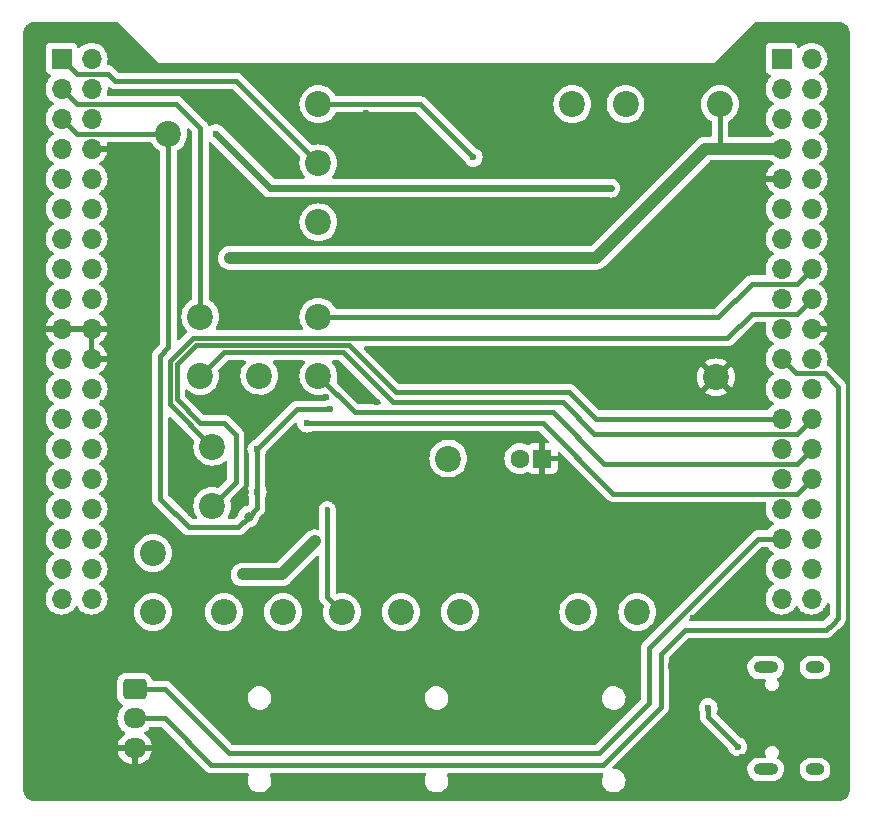
<source format=gbr>
%TF.GenerationSoftware,KiCad,Pcbnew,7.0.5-7.0.5~ubuntu22.04.1*%
%TF.CreationDate,2023-07-17T10:47:06+02:00*%
%TF.ProjectId,audio_iface,61756469-6f5f-4696-9661-63652e6b6963,rev?*%
%TF.SameCoordinates,Original*%
%TF.FileFunction,Copper,L2,Bot*%
%TF.FilePolarity,Positive*%
%FSLAX46Y46*%
G04 Gerber Fmt 4.6, Leading zero omitted, Abs format (unit mm)*
G04 Created by KiCad (PCBNEW 7.0.5-7.0.5~ubuntu22.04.1) date 2023-07-17 10:47:06*
%MOMM*%
%LPD*%
G01*
G04 APERTURE LIST*
G04 Aperture macros list*
%AMRoundRect*
0 Rectangle with rounded corners*
0 $1 Rounding radius*
0 $2 $3 $4 $5 $6 $7 $8 $9 X,Y pos of 4 corners*
0 Add a 4 corners polygon primitive as box body*
4,1,4,$2,$3,$4,$5,$6,$7,$8,$9,$2,$3,0*
0 Add four circle primitives for the rounded corners*
1,1,$1+$1,$2,$3*
1,1,$1+$1,$4,$5*
1,1,$1+$1,$6,$7*
1,1,$1+$1,$8,$9*
0 Add four rect primitives between the rounded corners*
20,1,$1+$1,$2,$3,$4,$5,0*
20,1,$1+$1,$4,$5,$6,$7,0*
20,1,$1+$1,$6,$7,$8,$9,0*
20,1,$1+$1,$8,$9,$2,$3,0*%
G04 Aperture macros list end*
%TA.AperFunction,ComponentPad*%
%ADD10C,2.200000*%
%TD*%
%TA.AperFunction,ComponentPad*%
%ADD11RoundRect,0.250000X-0.725000X0.600000X-0.725000X-0.600000X0.725000X-0.600000X0.725000X0.600000X0*%
%TD*%
%TA.AperFunction,ComponentPad*%
%ADD12O,1.950000X1.700000*%
%TD*%
%TA.AperFunction,ComponentPad*%
%ADD13O,2.100000X1.000000*%
%TD*%
%TA.AperFunction,ComponentPad*%
%ADD14O,1.600000X1.000000*%
%TD*%
%TA.AperFunction,ComponentPad*%
%ADD15R,1.600000X1.600000*%
%TD*%
%TA.AperFunction,ComponentPad*%
%ADD16C,1.600000*%
%TD*%
%TA.AperFunction,ComponentPad*%
%ADD17R,1.700000X1.700000*%
%TD*%
%TA.AperFunction,ComponentPad*%
%ADD18O,1.700000X1.700000*%
%TD*%
%TA.AperFunction,ViaPad*%
%ADD19C,0.600000*%
%TD*%
%TA.AperFunction,ViaPad*%
%ADD20C,0.800000*%
%TD*%
%TA.AperFunction,ViaPad*%
%ADD21C,0.400000*%
%TD*%
%TA.AperFunction,Conductor*%
%ADD22C,1.000000*%
%TD*%
%TA.AperFunction,Conductor*%
%ADD23C,0.400000*%
%TD*%
%TA.AperFunction,Conductor*%
%ADD24C,0.600000*%
%TD*%
G04 APERTURE END LIST*
D10*
%TO.P,TP102,1,1*%
%TO.N,/NUCLEO/VU_MISO*%
X66000000Y-51000000D03*
%TD*%
%TO.P,TP301,1,1*%
%TO.N,/AUDIO CODEC/MIC*%
X51000000Y-81000000D03*
%TD*%
%TO.P,TP308,1,1*%
%TO.N,/AUDIO CODEC/HP_L*%
X37000000Y-94000000D03*
%TD*%
%TO.P,TP202,1,1*%
%TO.N,+3.3VA*%
X74000000Y-51000000D03*
%TD*%
%TO.P,TP204,1,1*%
%TO.N,/NUCLEO/UART_TX*%
X26000000Y-89000000D03*
%TD*%
D11*
%TO.P,J201,1,Pin_1*%
%TO.N,/NUCLEO/UART_RX*%
X24450000Y-100500000D03*
D12*
%TO.P,J201,2,Pin_2*%
%TO.N,/NUCLEO/UART_TX*%
X24450000Y-103000000D03*
%TO.P,J201,3,Pin_3*%
%TO.N,GND*%
X24450000Y-105500000D03*
%TD*%
D10*
%TO.P,TP111,1,1*%
%TO.N,/AUDIO CODEC/I2C_SCL*%
X31020000Y-85000000D03*
%TD*%
%TO.P,TP112,1,1*%
%TO.N,/AUDIO CODEC/I2C_SDA*%
X31020000Y-80000000D03*
%TD*%
%TO.P,TP306,1,1*%
%TO.N,/AUDIO CODEC/HP_R*%
X32000000Y-94000000D03*
%TD*%
%TO.P,TP106,1,1*%
%TO.N,/AUDIO CODEC/SYS_MCLK*%
X40000000Y-74000000D03*
%TD*%
%TO.P,TP205,1,1*%
%TO.N,GND*%
X73680000Y-74120000D03*
%TD*%
%TO.P,TP305,1,1*%
%TO.N,/AUDIO CODEC/LINEOUT_L*%
X52000000Y-94000000D03*
%TD*%
D13*
%TO.P,J401,S1,SHIELD*%
%TO.N,unconnected-(J401-SHIELD-PadS1)*%
X77870000Y-107320000D03*
D14*
X82050000Y-107320000D03*
D13*
X77870000Y-98680000D03*
D14*
X82050000Y-98680000D03*
%TD*%
D10*
%TO.P,TP101,1,1*%
%TO.N,/NUCLEO/VU_nRESET*%
X40000000Y-61000000D03*
%TD*%
%TO.P,TP107,1,1*%
%TO.N,/AUDIO CODEC/I2S_SCLK*%
X35000000Y-74000000D03*
%TD*%
%TO.P,TP104,1,1*%
%TO.N,/NUCLEO/VU_SCK*%
X40000000Y-56000000D03*
%TD*%
%TO.P,TP304,1,1*%
%TO.N,/AUDIO CODEC/LINEOUT_R*%
X47000000Y-94000000D03*
%TD*%
%TO.P,TP201,1,1*%
%TO.N,+3.3V*%
X27300000Y-53500000D03*
%TD*%
%TO.P,TP109,1,1*%
%TO.N,/AUDIO CODEC/I2S_DIN*%
X30000000Y-74000000D03*
%TD*%
%TO.P,TP203,1,1*%
%TO.N,/NUCLEO/UART_RX*%
X26000000Y-94000000D03*
%TD*%
%TO.P,TP302,1,1*%
%TO.N,/AUDIO CODEC/LINEIN_R*%
X62000000Y-94000000D03*
%TD*%
D15*
%TO.P,MK301,1,-*%
%TO.N,GND*%
X58950000Y-81000000D03*
D16*
%TO.P,MK301,2,+*%
%TO.N,Net-(MK301-+)*%
X57050000Y-81000000D03*
%TD*%
D10*
%TO.P,TP307,1,1*%
%TO.N,/AUDIO CODEC/HP_VGND*%
X42000000Y-94000000D03*
%TD*%
%TO.P,TP303,1,1*%
%TO.N,/AUDIO CODEC/LINEIN_L*%
X67000000Y-94000000D03*
%TD*%
%TO.P,TP103,1,1*%
%TO.N,/NUCLEO/VU_MOSI*%
X61500000Y-51000000D03*
%TD*%
%TO.P,TP105,1,1*%
%TO.N,/NUCLEO/VU_nCS*%
X40000000Y-51000000D03*
%TD*%
D17*
%TO.P,U201,101,PC10*%
%TO.N,/NUCLEO/VU_SCK*%
X18250000Y-47140000D03*
D18*
%TO.P,U201,102,PC11*%
%TO.N,/NUCLEO/VU_MISO*%
X20790000Y-47140000D03*
%TO.P,U201,103,PC12*%
%TO.N,/AUDIO CODEC/I2S_DOUT*%
X18250000Y-49680000D03*
%TO.P,U201,104,PD2*%
%TO.N,unconnected-(U201B-PD2-Pad104)*%
X20790000Y-49680000D03*
%TO.P,U201,105,VDD*%
%TO.N,+3.3V*%
X18250000Y-52220000D03*
%TO.P,U201,106,E5V*%
%TO.N,unconnected-(U201A-E5V-Pad106)*%
X20790000Y-52220000D03*
%TO.P,U201,107,BOOT0*%
%TO.N,unconnected-(U201A-BOOT0-Pad107)*%
X18250000Y-54760000D03*
%TO.P,U201,108,GND*%
%TO.N,GND*%
X20790000Y-54760000D03*
%TO.P,U201,109,NC*%
%TO.N,unconnected-(U201B-NC-Pad109)*%
X18250000Y-57300000D03*
%TO.P,U201,110,NC*%
%TO.N,unconnected-(U201B-NC-Pad110)*%
X20790000Y-57300000D03*
%TO.P,U201,111,NC*%
%TO.N,unconnected-(U201B-NC-Pad111)*%
X18250000Y-59840000D03*
%TO.P,U201,112,IOREF*%
%TO.N,unconnected-(U201A-IOREF-Pad112)*%
X20790000Y-59840000D03*
%TO.P,U201,113,PA13*%
%TO.N,unconnected-(U201B-PA13-Pad113)*%
X18250000Y-62380000D03*
%TO.P,U201,114,RESET*%
%TO.N,unconnected-(U201A-RESET-Pad114)*%
X20790000Y-62380000D03*
%TO.P,U201,115,PA14*%
%TO.N,unconnected-(U201B-PA14-Pad115)*%
X18250000Y-64920000D03*
%TO.P,U201,116,+3V3*%
%TO.N,unconnected-(U201A-+3V3-Pad116)*%
X20790000Y-64920000D03*
%TO.P,U201,117,PA15*%
%TO.N,unconnected-(U201B-PA15-Pad117)*%
X18250000Y-67460000D03*
%TO.P,U201,118,+5V*%
%TO.N,unconnected-(U201A-+5V-Pad118)*%
X20790000Y-67460000D03*
%TO.P,U201,119,GND*%
%TO.N,GND*%
X18250000Y-70000000D03*
%TO.P,U201,120,GND*%
X20790000Y-70000000D03*
%TO.P,U201,121,PB7*%
%TO.N,/NUCLEO/VU_nCS*%
X18250000Y-72540000D03*
%TO.P,U201,122,GND*%
%TO.N,GND*%
X20790000Y-72540000D03*
%TO.P,U201,123,PC13*%
%TO.N,unconnected-(U201B-PC13-Pad123)*%
X18250000Y-75080000D03*
%TO.P,U201,124,VIN*%
%TO.N,unconnected-(U201A-VIN-Pad124)*%
X20790000Y-75080000D03*
%TO.P,U201,125,PC14*%
%TO.N,unconnected-(U201B-PC14-Pad125)*%
X18250000Y-77620000D03*
%TO.P,U201,126,NC*%
%TO.N,unconnected-(U201B-NC-Pad126)*%
X20790000Y-77620000D03*
%TO.P,U201,127,PC15*%
%TO.N,unconnected-(U201B-PC15-Pad127)*%
X18250000Y-80160000D03*
%TO.P,U201,128,PA0*%
%TO.N,/NUCLEO/VU_nRESET*%
X20790000Y-80160000D03*
%TO.P,U201,129,PH0*%
%TO.N,unconnected-(U201B-PH0-Pad129)*%
X18250000Y-82700000D03*
%TO.P,U201,130,PA1*%
%TO.N,unconnected-(U201B-PA1-Pad130)*%
X20790000Y-82700000D03*
%TO.P,U201,131,PH1*%
%TO.N,unconnected-(U201B-PH1-Pad131)*%
X18250000Y-85240000D03*
%TO.P,U201,132,PA4*%
%TO.N,unconnected-(U201B-PA4-Pad132)*%
X20790000Y-85240000D03*
%TO.P,U201,133,VBAT*%
%TO.N,unconnected-(U201A-VBAT-Pad133)*%
X18250000Y-87780000D03*
%TO.P,U201,134,PB0*%
%TO.N,unconnected-(U201B-PB0-Pad134)*%
X20790000Y-87780000D03*
%TO.P,U201,135,PC2*%
%TO.N,unconnected-(U201B-PC2-Pad135)*%
X18250000Y-90320000D03*
%TO.P,U201,136,PC1*%
%TO.N,unconnected-(U201B-PC1-Pad136)*%
X20790000Y-90320000D03*
%TO.P,U201,137,PC3*%
%TO.N,unconnected-(U201B-PC3-Pad137)*%
X18250000Y-92860000D03*
%TO.P,U201,138,PC0*%
%TO.N,unconnected-(U201B-PC0-Pad138)*%
X20790000Y-92860000D03*
D17*
%TO.P,U201,201,PC9*%
%TO.N,unconnected-(U201B-PC9-Pad201)*%
X79210000Y-47150000D03*
D18*
%TO.P,U201,202,PC8*%
%TO.N,unconnected-(U201B-PC8-Pad202)*%
X81750000Y-47150000D03*
%TO.P,U201,203,PB8*%
%TO.N,unconnected-(U201B-PB8-Pad203)*%
X79210000Y-49680000D03*
%TO.P,U201,204,PC6*%
%TO.N,unconnected-(U201B-PC6-Pad204)*%
X81750000Y-49680000D03*
%TO.P,U201,205,PB9*%
%TO.N,unconnected-(U201B-PB9-Pad205)*%
X79210000Y-52220000D03*
%TO.P,U201,206,PC5*%
%TO.N,unconnected-(U201B-PC5-Pad206)*%
X81750000Y-52220000D03*
%TO.P,U201,207,AVDD*%
%TO.N,+3.3VA*%
X79210000Y-54760000D03*
%TO.P,U201,208,U5V*%
%TO.N,unconnected-(U201A-U5V-Pad208)*%
X81750000Y-54760000D03*
%TO.P,U201,209,GND*%
%TO.N,GND*%
X79210000Y-57300000D03*
%TO.P,U201,210,NC*%
%TO.N,unconnected-(U201B-NC-Pad210)*%
X81750000Y-57300000D03*
%TO.P,U201,211,PA5*%
%TO.N,unconnected-(U201B-PA5-Pad211)*%
X79210000Y-59840000D03*
%TO.P,U201,212,PA12*%
%TO.N,/NUCLEO/USB_D+*%
X81750000Y-59840000D03*
%TO.P,U201,213,PA6*%
%TO.N,unconnected-(U201B-PA6-Pad213)*%
X79210000Y-62380000D03*
%TO.P,U201,214,PA11*%
%TO.N,/NUCLEO/USB_D-*%
X81750000Y-62380000D03*
%TO.P,U201,215,PA7*%
%TO.N,unconnected-(U201B-PA7-Pad215)*%
X79210000Y-64920000D03*
%TO.P,U201,216,PB12*%
%TO.N,/AUDIO CODEC/I2S_LRCLK*%
X81750000Y-64920000D03*
%TO.P,U201,217,PB6*%
%TO.N,unconnected-(U201B-PB6-Pad217)*%
X79210000Y-67460000D03*
%TO.P,U201,218,PB11*%
%TO.N,/AUDIO CODEC/I2C_SDA*%
X81750000Y-67460000D03*
%TO.P,U201,219,PC7*%
%TO.N,unconnected-(U201B-PC7-Pad219)*%
X79210000Y-70000000D03*
%TO.P,U201,220,GND*%
%TO.N,GND*%
X81750000Y-70000000D03*
%TO.P,U201,221,PA9*%
%TO.N,/NUCLEO/UART_TX*%
X79210000Y-72540000D03*
%TO.P,U201,222,PB2*%
%TO.N,unconnected-(U201B-PB2-Pad222)*%
X81750000Y-72540000D03*
%TO.P,U201,223,PA8*%
%TO.N,unconnected-(U201B-PA8-Pad223)*%
X79210000Y-75080000D03*
%TO.P,U201,224,PB1*%
%TO.N,unconnected-(U201B-PB1-Pad224)*%
X81750000Y-75080000D03*
%TO.P,U201,225,PB10*%
%TO.N,/AUDIO CODEC/I2C_SCL*%
X79210000Y-77620000D03*
%TO.P,U201,226,PB15*%
%TO.N,/AUDIO CODEC/I2S_DIN*%
X81750000Y-77620000D03*
%TO.P,U201,227,PB4*%
%TO.N,unconnected-(U201B-PB4-Pad227)*%
X79210000Y-80160000D03*
%TO.P,U201,228,PB14*%
%TO.N,/AUDIO CODEC/SYS_MCLK*%
X81750000Y-80160000D03*
%TO.P,U201,229,PB5*%
%TO.N,/NUCLEO/VU_MOSI*%
X79210000Y-82700000D03*
%TO.P,U201,230,PB13*%
%TO.N,/AUDIO CODEC/I2S_SCLK*%
X81750000Y-82700000D03*
%TO.P,U201,231,PB3*%
%TO.N,unconnected-(U201B-PB3-Pad231)*%
X79210000Y-85240000D03*
%TO.P,U201,232,AGND*%
%TO.N,GND*%
X81750000Y-85240000D03*
%TO.P,U201,233,PA10*%
%TO.N,/NUCLEO/UART_RX*%
X79210000Y-87780000D03*
%TO.P,U201,234,PC4*%
%TO.N,unconnected-(U201B-PC4-Pad234)*%
X81750000Y-87780000D03*
%TO.P,U201,235,PA2*%
%TO.N,unconnected-(U201B-PA2-Pad235)*%
X79210000Y-90320000D03*
%TO.P,U201,236,NC*%
%TO.N,unconnected-(U201B-NC-Pad236)*%
X81750000Y-90320000D03*
%TO.P,U201,237,PA3*%
%TO.N,unconnected-(U201B-PA3-Pad237)*%
X79210000Y-92860000D03*
%TO.P,U201,238,NC*%
%TO.N,unconnected-(U201B-NC-Pad238)*%
X81750000Y-92860000D03*
%TD*%
D10*
%TO.P,TP110,1,1*%
%TO.N,/AUDIO CODEC/I2S_DOUT*%
X30000000Y-69000000D03*
%TD*%
%TO.P,TP108,1,1*%
%TO.N,/AUDIO CODEC/I2S_LRCLK*%
X40000000Y-69000000D03*
%TD*%
D19*
%TO.N,GND*%
X33880000Y-83820000D03*
X38350500Y-85920000D03*
X32280000Y-88520000D03*
D20*
%TO.N,+3.3V*%
X34080000Y-85920000D03*
D19*
%TO.N,GND*%
X15880000Y-53520000D03*
X16080000Y-81620000D03*
X38080000Y-79120000D03*
X43480000Y-76120000D03*
X71680000Y-85020000D03*
X43580000Y-65320000D03*
X74680000Y-71920000D03*
X73000000Y-97900000D03*
X25580000Y-65520000D03*
X59880000Y-104920000D03*
X15580000Y-86620000D03*
X21880000Y-81420000D03*
X42380000Y-104320000D03*
X32880000Y-105020000D03*
X53300000Y-56850000D03*
X26280000Y-57320000D03*
X75180000Y-52520000D03*
X36980000Y-73020000D03*
X28680000Y-62420000D03*
X36980000Y-74620000D03*
X23580000Y-75820000D03*
X77980000Y-71220000D03*
X21880000Y-86520000D03*
X49980000Y-71920000D03*
X47280000Y-97120000D03*
X50380000Y-47920000D03*
X29080000Y-95420000D03*
X27580000Y-78020000D03*
X22480000Y-50020000D03*
X41980000Y-59820000D03*
X41600000Y-82600000D03*
X47180000Y-52320000D03*
X48180000Y-81720000D03*
X31080000Y-75720000D03*
X32380000Y-56220000D03*
X45000000Y-85000000D03*
X52880000Y-89820000D03*
X27580000Y-84020000D03*
X33380000Y-72920000D03*
X46480000Y-79820000D03*
X67780000Y-51720000D03*
X31080000Y-62420000D03*
X75900000Y-106250000D03*
X56900000Y-56400000D03*
X48780000Y-98820000D03*
X77180000Y-44620000D03*
X74280000Y-94520000D03*
X40400000Y-82600000D03*
X84180000Y-109220000D03*
X31080000Y-65320000D03*
X43480000Y-62620000D03*
X74280000Y-92220000D03*
X53580000Y-79020000D03*
X30680000Y-98220000D03*
X74280000Y-89320000D03*
X21880000Y-61120000D03*
X66680000Y-98620000D03*
X65380000Y-91020000D03*
X29180000Y-85620000D03*
X77480000Y-85020000D03*
X44000000Y-51750000D03*
X46880000Y-74320000D03*
X77980000Y-73820000D03*
X28280000Y-70420000D03*
X78400000Y-109000000D03*
X57380000Y-90920000D03*
X37980000Y-69620000D03*
X23580000Y-73720000D03*
X31180000Y-67420000D03*
X15980000Y-95020000D03*
X31880000Y-69520000D03*
X21880000Y-89120000D03*
X47080000Y-53620000D03*
X40400000Y-81400000D03*
X53480000Y-50620000D03*
X26880000Y-92020000D03*
X47280000Y-57020000D03*
X30980000Y-54720000D03*
X74680000Y-76520000D03*
X38180000Y-59920000D03*
X43980000Y-79120000D03*
X31980000Y-82220000D03*
X38180000Y-56920000D03*
X33680000Y-47920000D03*
X32380000Y-52920000D03*
X41680000Y-73020000D03*
X39600000Y-86000000D03*
X34780000Y-75820000D03*
X43780000Y-59920000D03*
X54900000Y-98550000D03*
X41600000Y-81400000D03*
X21880000Y-66220000D03*
X84280000Y-96320000D03*
X58580000Y-101020000D03*
X15980000Y-66320000D03*
X36180000Y-99020000D03*
X71680000Y-94520000D03*
X78350000Y-97000000D03*
X45280000Y-102320000D03*
X15680000Y-76420000D03*
X78080000Y-89020000D03*
X72180000Y-51720000D03*
X30680000Y-101120000D03*
X32480000Y-50020000D03*
X77980000Y-76320000D03*
X50880000Y-92320000D03*
X44980000Y-76220000D03*
X21880000Y-63720000D03*
X64480000Y-84920000D03*
X80480000Y-93920000D03*
X51080000Y-88620000D03*
X34380000Y-79120000D03*
X40680000Y-75820000D03*
X82980000Y-93920000D03*
X15980000Y-45020000D03*
X65980000Y-49120000D03*
X83880000Y-44920000D03*
X71680000Y-91820000D03*
X43480000Y-68020000D03*
X15580000Y-61420000D03*
X78080000Y-91620000D03*
X60280000Y-102220000D03*
X16180000Y-109120000D03*
X25680000Y-47420000D03*
X69850000Y-98550000D03*
X74280000Y-85020000D03*
X24880000Y-95620000D03*
X66880000Y-101220000D03*
X51580000Y-98520000D03*
X31080000Y-59920000D03*
X35580000Y-53020000D03*
X43000000Y-85800000D03*
X48880000Y-104820000D03*
X25980000Y-55020000D03*
X57180000Y-50620000D03*
X28980000Y-54820000D03*
X47980000Y-85520000D03*
X33580000Y-98420000D03*
X47980000Y-92220000D03*
X33380000Y-92620000D03*
X38100000Y-84900000D03*
X21780000Y-76320000D03*
X73780000Y-48020000D03*
X21880000Y-84020000D03*
X49580000Y-79120000D03*
X24680000Y-77720000D03*
X21880000Y-91620000D03*
X30480000Y-76920000D03*
X44000000Y-53000000D03*
X63680000Y-47920000D03*
X60480000Y-95320000D03*
X43580000Y-101020000D03*
X78080000Y-86520000D03*
X44280000Y-71820000D03*
X44000000Y-54300000D03*
X63980000Y-76520000D03*
X24380000Y-62420000D03*
X75900000Y-99700000D03*
X28980000Y-75520000D03*
X21880000Y-58520000D03*
%TO.N,+3.3VA*%
X32500000Y-64000000D03*
X39680000Y-88000000D03*
X33580000Y-90820000D03*
%TO.N,/USB/USBC_VBUS*%
X73000000Y-102100000D03*
X75500000Y-105400000D03*
D21*
%TO.N,/AUDIO CODEC/HP_VGND*%
X40746000Y-85302000D03*
D19*
%TO.N,/AUDIO CODEC/I2S_SCLK*%
X39003577Y-77992845D03*
%TO.N,+3.3V*%
X64750000Y-58100000D03*
X34800000Y-80200000D03*
X31300000Y-53500000D03*
X41000000Y-76800000D03*
X34800000Y-83800000D03*
X53100000Y-58100000D03*
%TO.N,/NUCLEO/VU_nCS*%
X53100000Y-55500000D03*
%TD*%
D22*
%TO.N,+3.3VA*%
X33580000Y-90820000D02*
X36880000Y-90820000D01*
X36880000Y-90820000D02*
X39680000Y-88020000D01*
X39680000Y-88020000D02*
X39680000Y-88000000D01*
D23*
%TO.N,+3.3V*%
X34800000Y-85200000D02*
X34080000Y-85920000D01*
X34080000Y-85920000D02*
X33200000Y-86800000D01*
X27300000Y-71600000D02*
X27300000Y-53500000D01*
X26600000Y-72300000D02*
X27300000Y-71600000D01*
X26600000Y-84400000D02*
X26600000Y-72300000D01*
X29000000Y-86800000D02*
X26600000Y-84400000D01*
X33200000Y-86800000D02*
X29000000Y-86800000D01*
X34800000Y-83800000D02*
X34800000Y-85200000D01*
D22*
%TO.N,+3.3VA*%
X63500000Y-64000000D02*
X32500000Y-64000000D01*
X72740000Y-54760000D02*
X63500000Y-64000000D01*
X79210000Y-54760000D02*
X74000000Y-54760000D01*
D23*
X74000000Y-51000000D02*
X74000000Y-54760000D01*
D22*
X74000000Y-54760000D02*
X72740000Y-54760000D01*
D23*
%TO.N,/USB/USBC_VBUS*%
X73000000Y-102900000D02*
X73000000Y-102100000D01*
X75500000Y-105400000D02*
X73000000Y-102900000D01*
%TO.N,/AUDIO CODEC/I2C_SDA*%
X27400000Y-72751472D02*
X29351472Y-70800000D01*
X27400000Y-76380000D02*
X27400000Y-72751472D01*
X29351472Y-70800000D02*
X74600000Y-70800000D01*
X31020000Y-80000000D02*
X27400000Y-76380000D01*
X74600000Y-70800000D02*
X76670000Y-68730000D01*
X76670000Y-68730000D02*
X80480000Y-68730000D01*
X80480000Y-68730000D02*
X81750000Y-67460000D01*
%TO.N,/AUDIO CODEC/I2C_SCL*%
X61248528Y-75400000D02*
X63468528Y-77620000D01*
X42560000Y-71400000D02*
X46560000Y-75400000D01*
X30000000Y-78000000D02*
X28000000Y-76000000D01*
X31020000Y-85000000D02*
X33000000Y-83020000D01*
X29600000Y-71400000D02*
X42560000Y-71400000D01*
X32000000Y-78000000D02*
X30000000Y-78000000D01*
X46560000Y-75400000D02*
X61248528Y-75400000D01*
X63468528Y-77620000D02*
X79210000Y-77620000D01*
X33000000Y-79000000D02*
X32000000Y-78000000D01*
X28000000Y-73000000D02*
X29600000Y-71400000D01*
X28000000Y-76000000D02*
X28000000Y-73000000D01*
X33000000Y-83020000D02*
X33000000Y-79000000D01*
%TO.N,/AUDIO CODEC/HP_VGND*%
X42000000Y-94000000D02*
X40746000Y-92746000D01*
X40746000Y-92746000D02*
X40746000Y-85302000D01*
%TO.N,/AUDIO CODEC/SYS_MCLK*%
X43100000Y-77100000D02*
X40000000Y-74000000D01*
X64190000Y-81430000D02*
X59860000Y-77100000D01*
X59860000Y-77100000D02*
X43100000Y-77100000D01*
X80480000Y-81430000D02*
X64190000Y-81430000D01*
X81750000Y-80160000D02*
X80480000Y-81430000D01*
%TO.N,/AUDIO CODEC/I2S_LRCLK*%
X76670000Y-66190000D02*
X73860000Y-69000000D01*
X80480000Y-66190000D02*
X76670000Y-66190000D01*
X81750000Y-64920000D02*
X80480000Y-66190000D01*
X73860000Y-69000000D02*
X40000000Y-69000000D01*
%TO.N,/AUDIO CODEC/I2S_SCLK*%
X81750000Y-82700000D02*
X80480000Y-83970000D01*
X59000000Y-78000000D02*
X39000000Y-78000000D01*
X64970000Y-83970000D02*
X59000000Y-78000000D01*
X80480000Y-83970000D02*
X64970000Y-83970000D01*
%TO.N,/AUDIO CODEC/I2S_DOUT*%
X19540000Y-50970000D02*
X27970000Y-50970000D01*
X18250000Y-49680000D02*
X19540000Y-50970000D01*
X30000000Y-53000000D02*
X30000000Y-69000000D01*
X27970000Y-50970000D02*
X30000000Y-53000000D01*
%TO.N,/AUDIO CODEC/I2S_DIN*%
X60680000Y-76220000D02*
X46309950Y-76220000D01*
X63350000Y-78890000D02*
X60680000Y-76220000D01*
X80480000Y-78890000D02*
X63350000Y-78890000D01*
X46309950Y-76220000D02*
X42089950Y-72000000D01*
X32000000Y-72000000D02*
X30000000Y-74000000D01*
X81750000Y-77620000D02*
X80480000Y-78890000D01*
X42089950Y-72000000D02*
X32000000Y-72000000D01*
D24*
%TO.N,+3.3V*%
X35900000Y-58100000D02*
X31300000Y-53500000D01*
D23*
X19520000Y-53490000D02*
X27160000Y-53490000D01*
X18250000Y-52220000D02*
X19520000Y-53490000D01*
D24*
X53100000Y-58100000D02*
X35900000Y-58100000D01*
D23*
X41000000Y-76800000D02*
X38200000Y-76800000D01*
X34800000Y-80200000D02*
X34800000Y-83800000D01*
X38200000Y-76800000D02*
X34800000Y-80200000D01*
D24*
X53100000Y-58100000D02*
X64750000Y-58100000D01*
D23*
%TO.N,/NUCLEO/VU_nCS*%
X53100000Y-55500000D02*
X48600000Y-51000000D01*
X48600000Y-51000000D02*
X40000000Y-51000000D01*
%TO.N,/NUCLEO/VU_SCK*%
X22780000Y-49020000D02*
X33020000Y-49020000D01*
X19520000Y-48410000D02*
X22170000Y-48410000D01*
X33020000Y-49020000D02*
X40000000Y-56000000D01*
X18250000Y-47140000D02*
X19520000Y-48410000D01*
X22170000Y-48410000D02*
X22780000Y-49020000D01*
%TO.N,/NUCLEO/UART_RX*%
X32420000Y-105920000D02*
X27000000Y-100500000D01*
X63780000Y-105920000D02*
X32420000Y-105920000D01*
X79210000Y-87780000D02*
X77220000Y-87780000D01*
X67980000Y-101720000D02*
X63780000Y-105920000D01*
X27000000Y-100500000D02*
X24450000Y-100500000D01*
X77220000Y-87780000D02*
X67980000Y-97020000D01*
X67980000Y-97020000D02*
X67980000Y-101720000D01*
%TO.N,/NUCLEO/UART_TX*%
X79210000Y-72540000D02*
X80460000Y-73790000D01*
X82850000Y-73790000D02*
X83980000Y-74920000D01*
X68980000Y-97520000D02*
X71000000Y-95500000D01*
X83000000Y-95500000D02*
X83530000Y-94970000D01*
X68980000Y-102020000D02*
X68980000Y-97520000D01*
X30920000Y-106920000D02*
X64080000Y-106920000D01*
X83980000Y-74920000D02*
X83980000Y-94520000D01*
X83530000Y-94970000D02*
X84000000Y-94500000D01*
X24450000Y-103000000D02*
X27000000Y-103000000D01*
X83980000Y-94520000D02*
X83530000Y-94970000D01*
X64080000Y-106920000D02*
X68980000Y-102020000D01*
X80460000Y-73790000D02*
X82850000Y-73790000D01*
X27000000Y-103000000D02*
X30920000Y-106920000D01*
X71000000Y-95500000D02*
X83000000Y-95500000D01*
%TD*%
%TA.AperFunction,Conductor*%
%TO.N,GND*%
G36*
X78054328Y-88500185D02*
G01*
X78088864Y-88533377D01*
X78171505Y-88651402D01*
X78338597Y-88818493D01*
X78338603Y-88818498D01*
X78524158Y-88948425D01*
X78567783Y-89003002D01*
X78574977Y-89072500D01*
X78543454Y-89134855D01*
X78524158Y-89151575D01*
X78338597Y-89281505D01*
X78171505Y-89448597D01*
X78035965Y-89642169D01*
X78035964Y-89642171D01*
X77936098Y-89856335D01*
X77936094Y-89856344D01*
X77874938Y-90084586D01*
X77874936Y-90084596D01*
X77854341Y-90319999D01*
X77854341Y-90320000D01*
X77874936Y-90555403D01*
X77874938Y-90555413D01*
X77936094Y-90783655D01*
X77936096Y-90783659D01*
X77936097Y-90783663D01*
X78016004Y-90955023D01*
X78035965Y-90997830D01*
X78035967Y-90997834D01*
X78087949Y-91072071D01*
X78171504Y-91191400D01*
X78171506Y-91191402D01*
X78338597Y-91358493D01*
X78338603Y-91358498D01*
X78524158Y-91488425D01*
X78567783Y-91543002D01*
X78574977Y-91612500D01*
X78543454Y-91674855D01*
X78524158Y-91691575D01*
X78338597Y-91821505D01*
X78171505Y-91988597D01*
X78035965Y-92182169D01*
X78035964Y-92182171D01*
X77936098Y-92396335D01*
X77936094Y-92396344D01*
X77874938Y-92624586D01*
X77874936Y-92624596D01*
X77854341Y-92859999D01*
X77854341Y-92860000D01*
X77874936Y-93095403D01*
X77874938Y-93095413D01*
X77936094Y-93323655D01*
X77936096Y-93323659D01*
X77936097Y-93323663D01*
X78006914Y-93475530D01*
X78035965Y-93537830D01*
X78035967Y-93537834D01*
X78144281Y-93692521D01*
X78171505Y-93731401D01*
X78338599Y-93898495D01*
X78435384Y-93966264D01*
X78532165Y-94034032D01*
X78532167Y-94034033D01*
X78532170Y-94034035D01*
X78746337Y-94133903D01*
X78974592Y-94195063D01*
X79162918Y-94211539D01*
X79209999Y-94215659D01*
X79210000Y-94215659D01*
X79210001Y-94215659D01*
X79249234Y-94212226D01*
X79445408Y-94195063D01*
X79673663Y-94133903D01*
X79887830Y-94034035D01*
X80081401Y-93898495D01*
X80248495Y-93731401D01*
X80378424Y-93545842D01*
X80433002Y-93502217D01*
X80502500Y-93495023D01*
X80564855Y-93526546D01*
X80581575Y-93545842D01*
X80711500Y-93731395D01*
X80711505Y-93731401D01*
X80878599Y-93898495D01*
X80975384Y-93966264D01*
X81072165Y-94034032D01*
X81072167Y-94034033D01*
X81072170Y-94034035D01*
X81286337Y-94133903D01*
X81514592Y-94195063D01*
X81702918Y-94211539D01*
X81749999Y-94215659D01*
X81750000Y-94215659D01*
X81750001Y-94215659D01*
X81789234Y-94212226D01*
X81985408Y-94195063D01*
X82213663Y-94133903D01*
X82427830Y-94034035D01*
X82621401Y-93898495D01*
X82788495Y-93731401D01*
X82924035Y-93537830D01*
X83023903Y-93323663D01*
X83035724Y-93279543D01*
X83072090Y-93219882D01*
X83134936Y-93189353D01*
X83204312Y-93197647D01*
X83258190Y-93242132D01*
X83279465Y-93308684D01*
X83279500Y-93311636D01*
X83279500Y-94178481D01*
X83259815Y-94245520D01*
X83243181Y-94266162D01*
X82746162Y-94763181D01*
X82684839Y-94796666D01*
X82658481Y-94799500D01*
X71490519Y-94799500D01*
X71423480Y-94779815D01*
X71377725Y-94727011D01*
X71367781Y-94657853D01*
X71396806Y-94594297D01*
X71402838Y-94587819D01*
X77473838Y-88516819D01*
X77535161Y-88483334D01*
X77561519Y-88480500D01*
X77987289Y-88480500D01*
X78054328Y-88500185D01*
G37*
%TD.AperFunction*%
%TA.AperFunction,Conductor*%
G36*
X27505703Y-77476806D02*
G01*
X27512181Y-77482838D01*
X29451787Y-79422444D01*
X29485272Y-79483767D01*
X29484680Y-79539072D01*
X29434317Y-79748848D01*
X29414551Y-80000000D01*
X29434317Y-80251151D01*
X29493126Y-80496110D01*
X29589533Y-80728859D01*
X29721160Y-80943653D01*
X29721161Y-80943656D01*
X29769282Y-80999998D01*
X29884776Y-81135224D01*
X30020506Y-81251148D01*
X30076343Y-81298838D01*
X30076346Y-81298839D01*
X30291140Y-81430466D01*
X30494875Y-81514855D01*
X30523889Y-81526873D01*
X30768852Y-81585683D01*
X31020000Y-81605449D01*
X31271148Y-81585683D01*
X31516111Y-81526873D01*
X31748859Y-81430466D01*
X31963659Y-81298836D01*
X32094969Y-81186686D01*
X32158730Y-81158116D01*
X32227815Y-81168553D01*
X32280291Y-81214684D01*
X32299500Y-81280977D01*
X32299500Y-82678480D01*
X32279815Y-82745519D01*
X32263181Y-82766161D01*
X31597555Y-83431786D01*
X31536232Y-83465271D01*
X31480928Y-83464679D01*
X31271152Y-83414318D01*
X31271148Y-83414317D01*
X31020000Y-83394551D01*
X31019999Y-83394551D01*
X30768848Y-83414317D01*
X30523889Y-83473126D01*
X30291140Y-83569533D01*
X30076346Y-83701160D01*
X30076343Y-83701161D01*
X29884776Y-83864776D01*
X29721161Y-84056343D01*
X29721160Y-84056346D01*
X29589533Y-84271140D01*
X29493126Y-84503889D01*
X29434317Y-84748848D01*
X29414551Y-84999999D01*
X29434317Y-85251151D01*
X29493126Y-85496110D01*
X29589533Y-85728859D01*
X29700972Y-85910710D01*
X29719217Y-85978156D01*
X29698101Y-86044758D01*
X29644329Y-86089372D01*
X29595245Y-86099500D01*
X29341518Y-86099500D01*
X29274479Y-86079815D01*
X29253837Y-86063181D01*
X28323781Y-85133125D01*
X27336816Y-84146159D01*
X27303333Y-84084839D01*
X27300500Y-84058490D01*
X27300500Y-77570518D01*
X27320185Y-77503480D01*
X27372989Y-77457725D01*
X27442147Y-77447781D01*
X27505703Y-77476806D01*
G37*
%TD.AperFunction*%
%TA.AperFunction,Conductor*%
G36*
X33803144Y-72720185D02*
G01*
X33848899Y-72772989D01*
X33858843Y-72842147D01*
X33830395Y-72905029D01*
X33779218Y-72964952D01*
X33701161Y-73056344D01*
X33701160Y-73056346D01*
X33569533Y-73271140D01*
X33473126Y-73503889D01*
X33414317Y-73748848D01*
X33394551Y-73999999D01*
X33414317Y-74251151D01*
X33473126Y-74496110D01*
X33569533Y-74728859D01*
X33701160Y-74943653D01*
X33701161Y-74943656D01*
X33701164Y-74943659D01*
X33864776Y-75135224D01*
X34013066Y-75261875D01*
X34056343Y-75298838D01*
X34056346Y-75298839D01*
X34271140Y-75430466D01*
X34437908Y-75499543D01*
X34503889Y-75526873D01*
X34748852Y-75585683D01*
X35000000Y-75605449D01*
X35251148Y-75585683D01*
X35496111Y-75526873D01*
X35728859Y-75430466D01*
X35943659Y-75298836D01*
X36135224Y-75135224D01*
X36298836Y-74943659D01*
X36430466Y-74728859D01*
X36526873Y-74496111D01*
X36585683Y-74251148D01*
X36605449Y-74000000D01*
X36585683Y-73748852D01*
X36526873Y-73503889D01*
X36488564Y-73411402D01*
X36430466Y-73271140D01*
X36298839Y-73056346D01*
X36298838Y-73056344D01*
X36298837Y-73056343D01*
X36298836Y-73056341D01*
X36169604Y-72905029D01*
X36141034Y-72841270D01*
X36151471Y-72772185D01*
X36197602Y-72719709D01*
X36263895Y-72700500D01*
X38736105Y-72700500D01*
X38803144Y-72720185D01*
X38848899Y-72772989D01*
X38858843Y-72842147D01*
X38830395Y-72905029D01*
X38779218Y-72964952D01*
X38701161Y-73056344D01*
X38701160Y-73056346D01*
X38569533Y-73271140D01*
X38473126Y-73503889D01*
X38414317Y-73748848D01*
X38394551Y-74000000D01*
X38414317Y-74251151D01*
X38473126Y-74496110D01*
X38569533Y-74728859D01*
X38701160Y-74943653D01*
X38701161Y-74943656D01*
X38701164Y-74943659D01*
X38864776Y-75135224D01*
X39013066Y-75261875D01*
X39056343Y-75298838D01*
X39056346Y-75298839D01*
X39271140Y-75430466D01*
X39437908Y-75499543D01*
X39503889Y-75526873D01*
X39748852Y-75585683D01*
X40000000Y-75605449D01*
X40251148Y-75585683D01*
X40460930Y-75535319D01*
X40530709Y-75538810D01*
X40577555Y-75568212D01*
X40831750Y-75822407D01*
X40865235Y-75883730D01*
X40860251Y-75953422D01*
X40818379Y-76009355D01*
X40785025Y-76027129D01*
X40650477Y-76074210D01*
X40640477Y-76080494D01*
X40574506Y-76099500D01*
X38223037Y-76099500D01*
X38219293Y-76099387D01*
X38157397Y-76095643D01*
X38157390Y-76095643D01*
X38096402Y-76106819D01*
X38092701Y-76107382D01*
X38031125Y-76114860D01*
X38021642Y-76118456D01*
X38000038Y-76124478D01*
X37998535Y-76124754D01*
X37990065Y-76126306D01*
X37933522Y-76151754D01*
X37930063Y-76153187D01*
X37893867Y-76166915D01*
X37872070Y-76175182D01*
X37872068Y-76175183D01*
X37872066Y-76175184D01*
X37872061Y-76175186D01*
X37863722Y-76180942D01*
X37844190Y-76191959D01*
X37834946Y-76196120D01*
X37786124Y-76234368D01*
X37783109Y-76236586D01*
X37732068Y-76271818D01*
X37690942Y-76318240D01*
X37688375Y-76320966D01*
X34600709Y-79408632D01*
X34553984Y-79437992D01*
X34450476Y-79474211D01*
X34450475Y-79474212D01*
X34297737Y-79570184D01*
X34170184Y-79697737D01*
X34074211Y-79850476D01*
X34014631Y-80020745D01*
X34014630Y-80020750D01*
X33994435Y-80199996D01*
X33994435Y-80200003D01*
X34014630Y-80379249D01*
X34014631Y-80379254D01*
X34074212Y-80549525D01*
X34080492Y-80559519D01*
X34099500Y-80625493D01*
X34099500Y-83374507D01*
X34080494Y-83440478D01*
X34074209Y-83450479D01*
X34014633Y-83620737D01*
X34014630Y-83620750D01*
X33994435Y-83799996D01*
X33994435Y-83800003D01*
X34014630Y-83979249D01*
X34014631Y-83979254D01*
X34074212Y-84149525D01*
X34080492Y-84159519D01*
X34099500Y-84225493D01*
X34099500Y-84858481D01*
X34079815Y-84925520D01*
X34063180Y-84946163D01*
X34017025Y-84992317D01*
X33955702Y-85025801D01*
X33955126Y-85025925D01*
X33800197Y-85058855D01*
X33800192Y-85058857D01*
X33627270Y-85135848D01*
X33627265Y-85135851D01*
X33474129Y-85247111D01*
X33347466Y-85387785D01*
X33252821Y-85551715D01*
X33252818Y-85551722D01*
X33194327Y-85731739D01*
X33194325Y-85731750D01*
X33189134Y-85781129D01*
X33162549Y-85845743D01*
X33153496Y-85855846D01*
X32946160Y-86063182D01*
X32884840Y-86096666D01*
X32858481Y-86099500D01*
X32444755Y-86099500D01*
X32377716Y-86079815D01*
X32331961Y-86027011D01*
X32322017Y-85957853D01*
X32339028Y-85910710D01*
X32450466Y-85728859D01*
X32467907Y-85686752D01*
X32546873Y-85496111D01*
X32605683Y-85251148D01*
X32625449Y-85000000D01*
X32605683Y-84748852D01*
X32555319Y-84539069D01*
X32558810Y-84469289D01*
X32588210Y-84422445D01*
X33479056Y-83531599D01*
X33481748Y-83529065D01*
X33528183Y-83487929D01*
X33563421Y-83436876D01*
X33565613Y-83433896D01*
X33603878Y-83385057D01*
X33608034Y-83375821D01*
X33619062Y-83356266D01*
X33624818Y-83347930D01*
X33646812Y-83289931D01*
X33648227Y-83286515D01*
X33673695Y-83229931D01*
X33675522Y-83219959D01*
X33681546Y-83198347D01*
X33685140Y-83188872D01*
X33692613Y-83127324D01*
X33693177Y-83123619D01*
X33696535Y-83105289D01*
X33704358Y-83062606D01*
X33700613Y-83000696D01*
X33700500Y-82996951D01*
X33700500Y-79023047D01*
X33700613Y-79019302D01*
X33704358Y-78957394D01*
X33693175Y-78896371D01*
X33692613Y-78892674D01*
X33689556Y-78867500D01*
X33685140Y-78831128D01*
X33681548Y-78821656D01*
X33675521Y-78800034D01*
X33673695Y-78790071D01*
X33673695Y-78790069D01*
X33648224Y-78733476D01*
X33646817Y-78730079D01*
X33624818Y-78672070D01*
X33624816Y-78672068D01*
X33624816Y-78672066D01*
X33619062Y-78663731D01*
X33608034Y-78644177D01*
X33603881Y-78634949D01*
X33603878Y-78634945D01*
X33603878Y-78634944D01*
X33565626Y-78586120D01*
X33563416Y-78583115D01*
X33561011Y-78579631D01*
X33528183Y-78532071D01*
X33481742Y-78490928D01*
X33479048Y-78488392D01*
X32511598Y-77520941D01*
X32509064Y-77518250D01*
X32467929Y-77471817D01*
X32467928Y-77471816D01*
X32467924Y-77471812D01*
X32416896Y-77436591D01*
X32413887Y-77434377D01*
X32365060Y-77396124D01*
X32365055Y-77396120D01*
X32355813Y-77391961D01*
X32336266Y-77380936D01*
X32327931Y-77375183D01*
X32327932Y-77375183D01*
X32327930Y-77375182D01*
X32269941Y-77353189D01*
X32266490Y-77351759D01*
X32209930Y-77326304D01*
X32199946Y-77324474D01*
X32178343Y-77318451D01*
X32168874Y-77314860D01*
X32168870Y-77314859D01*
X32107313Y-77307384D01*
X32103612Y-77306821D01*
X32042608Y-77295642D01*
X32042603Y-77295642D01*
X31980697Y-77299387D01*
X31976952Y-77299500D01*
X30341519Y-77299500D01*
X30274480Y-77279815D01*
X30253838Y-77263181D01*
X28736819Y-75746162D01*
X28703334Y-75684839D01*
X28700500Y-75658481D01*
X28700500Y-75263895D01*
X28720185Y-75196856D01*
X28772989Y-75151101D01*
X28842147Y-75141157D01*
X28905029Y-75169604D01*
X29056341Y-75298836D01*
X29056343Y-75298837D01*
X29056344Y-75298838D01*
X29056346Y-75298839D01*
X29271140Y-75430466D01*
X29437908Y-75499543D01*
X29503889Y-75526873D01*
X29748852Y-75585683D01*
X30000000Y-75605449D01*
X30251148Y-75585683D01*
X30496111Y-75526873D01*
X30728859Y-75430466D01*
X30943659Y-75298836D01*
X31135224Y-75135224D01*
X31298836Y-74943659D01*
X31430466Y-74728859D01*
X31526873Y-74496111D01*
X31585683Y-74251148D01*
X31605449Y-74000000D01*
X31585683Y-73748852D01*
X31535319Y-73539069D01*
X31538810Y-73469289D01*
X31568210Y-73422445D01*
X32253837Y-72736819D01*
X32315161Y-72703334D01*
X32341519Y-72700500D01*
X33736105Y-72700500D01*
X33803144Y-72720185D01*
G37*
%TD.AperFunction*%
%TA.AperFunction,Conductor*%
G36*
X77869895Y-69450185D02*
G01*
X77915650Y-69502989D01*
X77925594Y-69572147D01*
X77922631Y-69586593D01*
X77874938Y-69764586D01*
X77874936Y-69764596D01*
X77854341Y-69999999D01*
X77854341Y-70000000D01*
X77874936Y-70235403D01*
X77874938Y-70235413D01*
X77936094Y-70463655D01*
X77936096Y-70463659D01*
X77936097Y-70463663D01*
X78018951Y-70641344D01*
X78035965Y-70677830D01*
X78035967Y-70677834D01*
X78144281Y-70832521D01*
X78171501Y-70871396D01*
X78171506Y-70871402D01*
X78338597Y-71038493D01*
X78338603Y-71038498D01*
X78524158Y-71168425D01*
X78567783Y-71223002D01*
X78574977Y-71292500D01*
X78543454Y-71354855D01*
X78524158Y-71371575D01*
X78338597Y-71501505D01*
X78171505Y-71668597D01*
X78035965Y-71862169D01*
X78035964Y-71862171D01*
X77936098Y-72076335D01*
X77936094Y-72076344D01*
X77874938Y-72304586D01*
X77874936Y-72304596D01*
X77854341Y-72539999D01*
X77854341Y-72540000D01*
X77874936Y-72775403D01*
X77874938Y-72775413D01*
X77936094Y-73003655D01*
X77936096Y-73003659D01*
X77936097Y-73003663D01*
X78016375Y-73175819D01*
X78035965Y-73217830D01*
X78035967Y-73217834D01*
X78144281Y-73372521D01*
X78171501Y-73411396D01*
X78171506Y-73411402D01*
X78338597Y-73578493D01*
X78338603Y-73578498D01*
X78524158Y-73708425D01*
X78567783Y-73763002D01*
X78574977Y-73832500D01*
X78543454Y-73894855D01*
X78524158Y-73911575D01*
X78338597Y-74041505D01*
X78171505Y-74208597D01*
X78035965Y-74402169D01*
X78035964Y-74402171D01*
X77936098Y-74616335D01*
X77936094Y-74616344D01*
X77874938Y-74844586D01*
X77874936Y-74844596D01*
X77854341Y-75079999D01*
X77854341Y-75080000D01*
X77874936Y-75315403D01*
X77874938Y-75315413D01*
X77936094Y-75543655D01*
X77936096Y-75543659D01*
X77936097Y-75543663D01*
X77989638Y-75658481D01*
X78035965Y-75757830D01*
X78035967Y-75757834D01*
X78081182Y-75822407D01*
X78171501Y-75951396D01*
X78171506Y-75951402D01*
X78338597Y-76118493D01*
X78338603Y-76118498D01*
X78524158Y-76248425D01*
X78567783Y-76303002D01*
X78574977Y-76372500D01*
X78543454Y-76434855D01*
X78524158Y-76451575D01*
X78338597Y-76581505D01*
X78171506Y-76748596D01*
X78088864Y-76866623D01*
X78034287Y-76910248D01*
X77987289Y-76919500D01*
X63810047Y-76919500D01*
X63743008Y-76899815D01*
X63722366Y-76883181D01*
X62790580Y-75951395D01*
X61760126Y-74920941D01*
X61757592Y-74918250D01*
X61716457Y-74871817D01*
X61716456Y-74871816D01*
X61716452Y-74871812D01*
X61665424Y-74836591D01*
X61662415Y-74834377D01*
X61613588Y-74796124D01*
X61613583Y-74796120D01*
X61604341Y-74791961D01*
X61584794Y-74780936D01*
X61576459Y-74775183D01*
X61576460Y-74775183D01*
X61576458Y-74775182D01*
X61518469Y-74753189D01*
X61515018Y-74751759D01*
X61458458Y-74726304D01*
X61448474Y-74724474D01*
X61426871Y-74718451D01*
X61417402Y-74714860D01*
X61417398Y-74714859D01*
X61355841Y-74707384D01*
X61352140Y-74706821D01*
X61291136Y-74695642D01*
X61291131Y-74695642D01*
X61229225Y-74699387D01*
X61225480Y-74699500D01*
X46901519Y-74699500D01*
X46834480Y-74679815D01*
X46813838Y-74663181D01*
X46270656Y-74119999D01*
X72075052Y-74119999D01*
X72094812Y-74371072D01*
X72153603Y-74615956D01*
X72249980Y-74848631D01*
X72381566Y-75063358D01*
X72381577Y-75063374D01*
X72382264Y-75064178D01*
X72382266Y-75064178D01*
X73154070Y-74292375D01*
X73156884Y-74305915D01*
X73226442Y-74440156D01*
X73329638Y-74550652D01*
X73458819Y-74629209D01*
X73510002Y-74643549D01*
X72735819Y-75417732D01*
X72736636Y-75418430D01*
X72736638Y-75418432D01*
X72951368Y-75550019D01*
X73184043Y-75646396D01*
X73428927Y-75705187D01*
X73679999Y-75724947D01*
X73931072Y-75705187D01*
X74175956Y-75646396D01*
X74408631Y-75550019D01*
X74623360Y-75418432D01*
X74623371Y-75418424D01*
X74624179Y-75417732D01*
X73851568Y-74645121D01*
X73968458Y-74594349D01*
X74085739Y-74498934D01*
X74172928Y-74375415D01*
X74203354Y-74289801D01*
X74977732Y-75064179D01*
X74978424Y-75063371D01*
X74978432Y-75063360D01*
X75110019Y-74848631D01*
X75206396Y-74615956D01*
X75265187Y-74371072D01*
X75284947Y-74120000D01*
X75265187Y-73868927D01*
X75206396Y-73624043D01*
X75110019Y-73391368D01*
X74978432Y-73176638D01*
X74978430Y-73176636D01*
X74977732Y-73175819D01*
X74205929Y-73947622D01*
X74203116Y-73934085D01*
X74133558Y-73799844D01*
X74030362Y-73689348D01*
X73901181Y-73610791D01*
X73849996Y-73596449D01*
X74624178Y-72822266D01*
X74624178Y-72822264D01*
X74623374Y-72821577D01*
X74623358Y-72821566D01*
X74408631Y-72689980D01*
X74175956Y-72593603D01*
X73931072Y-72534812D01*
X73679999Y-72515052D01*
X73428927Y-72534812D01*
X73184043Y-72593603D01*
X72951368Y-72689980D01*
X72736637Y-72821568D01*
X72735820Y-72822266D01*
X73508432Y-73594878D01*
X73391542Y-73645651D01*
X73274261Y-73741066D01*
X73187072Y-73864585D01*
X73156644Y-73950198D01*
X72382266Y-73175820D01*
X72381568Y-73176637D01*
X72249980Y-73391368D01*
X72153603Y-73624043D01*
X72094812Y-73868927D01*
X72075052Y-74119999D01*
X46270656Y-74119999D01*
X43862838Y-71712181D01*
X43829353Y-71650858D01*
X43834337Y-71581166D01*
X43876209Y-71525233D01*
X43941673Y-71500816D01*
X43950519Y-71500500D01*
X74576952Y-71500500D01*
X74580697Y-71500613D01*
X74588042Y-71501057D01*
X74642606Y-71504358D01*
X74680314Y-71497447D01*
X74703621Y-71493177D01*
X74707325Y-71492613D01*
X74725170Y-71490446D01*
X74768872Y-71485140D01*
X74778335Y-71481550D01*
X74799961Y-71475522D01*
X74800893Y-71475351D01*
X74809932Y-71473695D01*
X74866512Y-71448229D01*
X74869942Y-71446809D01*
X74927930Y-71424818D01*
X74936266Y-71419062D01*
X74955821Y-71408034D01*
X74965057Y-71403878D01*
X75013896Y-71365613D01*
X75016876Y-71363421D01*
X75067929Y-71328183D01*
X75109065Y-71281748D01*
X75111599Y-71279056D01*
X76923837Y-69466819D01*
X76985161Y-69433334D01*
X77011519Y-69430500D01*
X77802856Y-69430500D01*
X77869895Y-69450185D01*
G37*
%TD.AperFunction*%
%TA.AperFunction,Conductor*%
G36*
X41815470Y-72720185D02*
G01*
X41836112Y-72736819D01*
X45287112Y-76187819D01*
X45320597Y-76249142D01*
X45315613Y-76318834D01*
X45273741Y-76374767D01*
X45208277Y-76399184D01*
X45199431Y-76399500D01*
X43441519Y-76399500D01*
X43374480Y-76379815D01*
X43353838Y-76363181D01*
X41568212Y-74577555D01*
X41534727Y-74516232D01*
X41535318Y-74460930D01*
X41585683Y-74251148D01*
X41605449Y-74000000D01*
X41585683Y-73748852D01*
X41526873Y-73503889D01*
X41488564Y-73411402D01*
X41430466Y-73271140D01*
X41298839Y-73056346D01*
X41298838Y-73056344D01*
X41298837Y-73056343D01*
X41298836Y-73056341D01*
X41169604Y-72905029D01*
X41141034Y-72841270D01*
X41151471Y-72772185D01*
X41197602Y-72719709D01*
X41263895Y-72700500D01*
X41748431Y-72700500D01*
X41815470Y-72720185D01*
G37*
%TD.AperFunction*%
%TA.AperFunction,Conductor*%
G36*
X21040000Y-72104498D02*
G01*
X20932315Y-72055320D01*
X20825763Y-72040000D01*
X20754237Y-72040000D01*
X20647685Y-72055320D01*
X20540000Y-72104498D01*
X20540000Y-70435501D01*
X20647685Y-70484680D01*
X20754237Y-70500000D01*
X20825763Y-70500000D01*
X20932315Y-70484680D01*
X21040000Y-70435501D01*
X21040000Y-72104498D01*
G37*
%TD.AperFunction*%
%TA.AperFunction,Conductor*%
G36*
X29048291Y-53047147D02*
G01*
X29078890Y-53069546D01*
X29263181Y-53253837D01*
X29296666Y-53315160D01*
X29299500Y-53341518D01*
X29299500Y-67482712D01*
X29279815Y-67549751D01*
X29240290Y-67588439D01*
X29056346Y-67701160D01*
X29056343Y-67701161D01*
X28864776Y-67864776D01*
X28701161Y-68056343D01*
X28701160Y-68056346D01*
X28569533Y-68271140D01*
X28473126Y-68503889D01*
X28414317Y-68748848D01*
X28394551Y-69000000D01*
X28414317Y-69251151D01*
X28473126Y-69496110D01*
X28569533Y-69728859D01*
X28701160Y-69943653D01*
X28701161Y-69943655D01*
X28701162Y-69943657D01*
X28701164Y-69943659D01*
X28863334Y-70133536D01*
X28891904Y-70197294D01*
X28881467Y-70266380D01*
X28861857Y-70296294D01*
X28842414Y-70318239D01*
X28839847Y-70320966D01*
X28212181Y-70948633D01*
X28150858Y-70982118D01*
X28081167Y-70977134D01*
X28025233Y-70935263D01*
X28000816Y-70869798D01*
X28000500Y-70860952D01*
X28000500Y-55017287D01*
X28020185Y-54950248D01*
X28059706Y-54911562D01*
X28243659Y-54798836D01*
X28435224Y-54635224D01*
X28598836Y-54443659D01*
X28730466Y-54228859D01*
X28826873Y-53996111D01*
X28885683Y-53751148D01*
X28905449Y-53500000D01*
X28885683Y-53248852D01*
X28870635Y-53186172D01*
X28874126Y-53116392D01*
X28914789Y-53059574D01*
X28979716Y-53033761D01*
X29048291Y-53047147D01*
G37*
%TD.AperFunction*%
%TA.AperFunction,Conductor*%
G36*
X20330507Y-69790156D02*
G01*
X20290000Y-69928111D01*
X20290000Y-70071889D01*
X20330507Y-70209844D01*
X20356314Y-70250000D01*
X18683686Y-70250000D01*
X18709493Y-70209844D01*
X18750000Y-70071889D01*
X18750000Y-69928111D01*
X18709493Y-69790156D01*
X18683686Y-69750000D01*
X20356314Y-69750000D01*
X20330507Y-69790156D01*
G37*
%TD.AperFunction*%
%TA.AperFunction,Conductor*%
G36*
X22339632Y-49567207D02*
G01*
X22363110Y-49583413D01*
X22366127Y-49585633D01*
X22414938Y-49623874D01*
X22414943Y-49623877D01*
X22424174Y-49628031D01*
X22443727Y-49639059D01*
X22452070Y-49644818D01*
X22510057Y-49666809D01*
X22513512Y-49668239D01*
X22527613Y-49674586D01*
X22570063Y-49693692D01*
X22570064Y-49693692D01*
X22570068Y-49693694D01*
X22580030Y-49695519D01*
X22601651Y-49701546D01*
X22611125Y-49705139D01*
X22611128Y-49705140D01*
X22627871Y-49707173D01*
X22672689Y-49712615D01*
X22676386Y-49713177D01*
X22737394Y-49724357D01*
X22737395Y-49724356D01*
X22737396Y-49724357D01*
X22799293Y-49720613D01*
X22803037Y-49720500D01*
X32678481Y-49720500D01*
X32745520Y-49740185D01*
X32766162Y-49756819D01*
X38431787Y-55422444D01*
X38465272Y-55483767D01*
X38464680Y-55539072D01*
X38414317Y-55748848D01*
X38394551Y-56000000D01*
X38414317Y-56251151D01*
X38473126Y-56496110D01*
X38569533Y-56728859D01*
X38701160Y-56943653D01*
X38701161Y-56943655D01*
X38701162Y-56943657D01*
X38701164Y-56943659D01*
X38830395Y-57094970D01*
X38858966Y-57158730D01*
X38848529Y-57227815D01*
X38802398Y-57280291D01*
X38736105Y-57299500D01*
X36282940Y-57299500D01*
X36215901Y-57279815D01*
X36195259Y-57263181D01*
X31802262Y-52870184D01*
X31802259Y-52870182D01*
X31766904Y-52847966D01*
X31761229Y-52843940D01*
X31728589Y-52817910D01*
X31690959Y-52799787D01*
X31684872Y-52796422D01*
X31649525Y-52774212D01*
X31610114Y-52760421D01*
X31603688Y-52757759D01*
X31566061Y-52739639D01*
X31525345Y-52730345D01*
X31518662Y-52728420D01*
X31479259Y-52714632D01*
X31437763Y-52709955D01*
X31430908Y-52708791D01*
X31390200Y-52699501D01*
X31390196Y-52699500D01*
X31390194Y-52699500D01*
X31390191Y-52699500D01*
X31348436Y-52699500D01*
X31341497Y-52699110D01*
X31312599Y-52695854D01*
X31300002Y-52694435D01*
X31299998Y-52694435D01*
X31287400Y-52695854D01*
X31258502Y-52699110D01*
X31251564Y-52699500D01*
X31209806Y-52699500D01*
X31203888Y-52700850D01*
X31169089Y-52708791D01*
X31162235Y-52709955D01*
X31120744Y-52714632D01*
X31081341Y-52728419D01*
X31074659Y-52730344D01*
X31033939Y-52739639D01*
X30996320Y-52757755D01*
X30989895Y-52760416D01*
X30950483Y-52774208D01*
X30950476Y-52774212D01*
X30915120Y-52796427D01*
X30909033Y-52799791D01*
X30871411Y-52817910D01*
X30859982Y-52827024D01*
X30795295Y-52853430D01*
X30726600Y-52840671D01*
X30675708Y-52792799D01*
X30669598Y-52780967D01*
X30666558Y-52774212D01*
X30648229Y-52733488D01*
X30646812Y-52730067D01*
X30624818Y-52672070D01*
X30624816Y-52672068D01*
X30624816Y-52672066D01*
X30619062Y-52663731D01*
X30608034Y-52644177D01*
X30603881Y-52634949D01*
X30603878Y-52634945D01*
X30603878Y-52634944D01*
X30565626Y-52586120D01*
X30563416Y-52583115D01*
X30561011Y-52579631D01*
X30528183Y-52532071D01*
X30481742Y-52490928D01*
X30479048Y-52488392D01*
X28481598Y-50490941D01*
X28479064Y-50488250D01*
X28437929Y-50441817D01*
X28437928Y-50441816D01*
X28437924Y-50441812D01*
X28386896Y-50406591D01*
X28383887Y-50404377D01*
X28346623Y-50375183D01*
X28335060Y-50366124D01*
X28335055Y-50366120D01*
X28325813Y-50361961D01*
X28306266Y-50350936D01*
X28297931Y-50345183D01*
X28297932Y-50345183D01*
X28297930Y-50345182D01*
X28239941Y-50323189D01*
X28236490Y-50321759D01*
X28179930Y-50296304D01*
X28169946Y-50294474D01*
X28148343Y-50288451D01*
X28138874Y-50284860D01*
X28138870Y-50284859D01*
X28077313Y-50277384D01*
X28073612Y-50276821D01*
X28012608Y-50265642D01*
X28012603Y-50265642D01*
X27950697Y-50269387D01*
X27946952Y-50269500D01*
X22191785Y-50269500D01*
X22124746Y-50249815D01*
X22078991Y-50197011D01*
X22069047Y-50127853D01*
X22072010Y-50113407D01*
X22087300Y-50056343D01*
X22125063Y-49915408D01*
X22145659Y-49680000D01*
X22145659Y-49679999D01*
X22145659Y-49674586D01*
X22146769Y-49674586D01*
X22159422Y-49611580D01*
X22208030Y-49561390D01*
X22276057Y-49545447D01*
X22339632Y-49567207D01*
G37*
%TD.AperFunction*%
%TA.AperFunction,Conductor*%
G36*
X23015469Y-44020185D02*
G01*
X23036111Y-44036819D01*
X26482196Y-47482903D01*
X26482430Y-47483252D01*
X26499616Y-47500381D01*
X26499617Y-47500383D01*
X26499901Y-47500500D01*
X26500000Y-47500541D01*
X26500000Y-47500540D01*
X26500001Y-47500541D01*
X26524554Y-47500541D01*
X26524760Y-47500500D01*
X73475145Y-47500500D01*
X73475334Y-47500538D01*
X73499997Y-47500540D01*
X73500000Y-47500542D01*
X73500284Y-47500424D01*
X73500284Y-47500423D01*
X73500414Y-47500370D01*
X73502654Y-47499464D01*
X73508831Y-47491934D01*
X73518147Y-47482618D01*
X73518260Y-47482446D01*
X76963888Y-44036818D01*
X77025211Y-44003334D01*
X77051569Y-44000500D01*
X83997292Y-44000500D01*
X84002697Y-44000736D01*
X84045491Y-44004480D01*
X84171776Y-44016918D01*
X84191685Y-44020541D01*
X84257426Y-44038156D01*
X84259208Y-44038664D01*
X84351570Y-44066682D01*
X84367959Y-44072952D01*
X84435396Y-44104399D01*
X84438375Y-44105888D01*
X84475969Y-44125982D01*
X84522327Y-44150762D01*
X84528667Y-44154657D01*
X84594828Y-44200983D01*
X84598600Y-44203844D01*
X84670808Y-44263103D01*
X84675309Y-44267182D01*
X84732815Y-44324688D01*
X84736895Y-44329190D01*
X84796154Y-44401398D01*
X84799015Y-44405170D01*
X84845341Y-44471331D01*
X84849236Y-44477671D01*
X84894101Y-44561605D01*
X84895613Y-44564630D01*
X84927041Y-44632027D01*
X84933319Y-44648436D01*
X84961303Y-44740684D01*
X84961860Y-44742636D01*
X84979454Y-44808298D01*
X84983082Y-44828238D01*
X84995522Y-44954552D01*
X84999264Y-44997300D01*
X84999500Y-45002709D01*
X84999500Y-108997290D01*
X84999264Y-109002699D01*
X84995522Y-109045446D01*
X84983082Y-109171760D01*
X84979454Y-109191700D01*
X84961860Y-109257362D01*
X84961303Y-109259314D01*
X84933319Y-109351562D01*
X84927041Y-109367971D01*
X84895613Y-109435368D01*
X84894101Y-109438393D01*
X84849236Y-109522327D01*
X84845341Y-109528667D01*
X84799015Y-109594828D01*
X84796154Y-109598600D01*
X84736895Y-109670808D01*
X84732806Y-109675320D01*
X84675320Y-109732806D01*
X84670808Y-109736895D01*
X84598600Y-109796154D01*
X84594828Y-109799015D01*
X84528667Y-109845341D01*
X84522327Y-109849236D01*
X84438393Y-109894101D01*
X84435368Y-109895613D01*
X84367971Y-109927041D01*
X84351562Y-109933319D01*
X84259314Y-109961303D01*
X84257362Y-109961860D01*
X84191700Y-109979454D01*
X84171760Y-109983082D01*
X84045446Y-109995522D01*
X84007251Y-109998865D01*
X84002694Y-109999264D01*
X83997291Y-109999500D01*
X16002709Y-109999500D01*
X15997305Y-109999264D01*
X15992337Y-109998829D01*
X15954552Y-109995522D01*
X15828238Y-109983082D01*
X15808298Y-109979454D01*
X15742636Y-109961860D01*
X15740711Y-109961310D01*
X15703113Y-109949905D01*
X15648436Y-109933319D01*
X15632027Y-109927041D01*
X15564630Y-109895613D01*
X15561605Y-109894101D01*
X15477671Y-109849236D01*
X15471331Y-109845341D01*
X15405170Y-109799015D01*
X15401398Y-109796154D01*
X15329190Y-109736895D01*
X15324688Y-109732815D01*
X15267182Y-109675309D01*
X15263103Y-109670808D01*
X15203844Y-109598600D01*
X15200983Y-109594828D01*
X15154657Y-109528667D01*
X15150762Y-109522327D01*
X15125982Y-109475969D01*
X15105888Y-109438375D01*
X15104399Y-109435396D01*
X15072952Y-109367959D01*
X15066682Y-109351570D01*
X15038664Y-109259208D01*
X15038156Y-109257426D01*
X15020541Y-109191685D01*
X15016918Y-109171776D01*
X15004476Y-109045446D01*
X15000736Y-109002696D01*
X15000500Y-108997291D01*
X15000500Y-92860000D01*
X16894341Y-92860000D01*
X16914936Y-93095403D01*
X16914938Y-93095413D01*
X16976094Y-93323655D01*
X16976096Y-93323659D01*
X16976097Y-93323663D01*
X17046914Y-93475530D01*
X17075965Y-93537830D01*
X17075967Y-93537834D01*
X17184281Y-93692521D01*
X17211505Y-93731401D01*
X17378599Y-93898495D01*
X17475384Y-93966264D01*
X17572165Y-94034032D01*
X17572167Y-94034033D01*
X17572170Y-94034035D01*
X17786337Y-94133903D01*
X18014592Y-94195063D01*
X18202918Y-94211539D01*
X18249999Y-94215659D01*
X18250000Y-94215659D01*
X18250001Y-94215659D01*
X18289234Y-94212226D01*
X18485408Y-94195063D01*
X18713663Y-94133903D01*
X18927830Y-94034035D01*
X19121401Y-93898495D01*
X19288495Y-93731401D01*
X19418424Y-93545842D01*
X19473002Y-93502217D01*
X19542500Y-93495023D01*
X19604855Y-93526546D01*
X19621575Y-93545842D01*
X19751500Y-93731395D01*
X19751505Y-93731401D01*
X19918599Y-93898495D01*
X20015384Y-93966264D01*
X20112165Y-94034032D01*
X20112167Y-94034033D01*
X20112170Y-94034035D01*
X20326337Y-94133903D01*
X20554592Y-94195063D01*
X20742918Y-94211539D01*
X20789999Y-94215659D01*
X20790000Y-94215659D01*
X20790001Y-94215659D01*
X20829234Y-94212226D01*
X21025408Y-94195063D01*
X21253663Y-94133903D01*
X21467830Y-94034035D01*
X21516437Y-94000000D01*
X24394551Y-94000000D01*
X24414317Y-94251151D01*
X24473126Y-94496110D01*
X24569533Y-94728859D01*
X24701160Y-94943653D01*
X24701161Y-94943656D01*
X24719704Y-94965367D01*
X24864776Y-95135224D01*
X25013066Y-95261875D01*
X25056343Y-95298838D01*
X25056346Y-95298839D01*
X25271140Y-95430466D01*
X25503889Y-95526873D01*
X25748852Y-95585683D01*
X26000000Y-95605449D01*
X26251148Y-95585683D01*
X26496111Y-95526873D01*
X26728859Y-95430466D01*
X26943659Y-95298836D01*
X27135224Y-95135224D01*
X27298836Y-94943659D01*
X27430466Y-94728859D01*
X27526873Y-94496111D01*
X27585683Y-94251148D01*
X27605449Y-94000000D01*
X30394551Y-94000000D01*
X30414317Y-94251151D01*
X30473126Y-94496110D01*
X30569533Y-94728859D01*
X30701160Y-94943653D01*
X30701161Y-94943656D01*
X30719704Y-94965367D01*
X30864776Y-95135224D01*
X31013066Y-95261875D01*
X31056343Y-95298838D01*
X31056346Y-95298839D01*
X31271140Y-95430466D01*
X31503888Y-95526873D01*
X31503889Y-95526873D01*
X31748852Y-95585683D01*
X32000000Y-95605449D01*
X32251148Y-95585683D01*
X32496111Y-95526873D01*
X32728859Y-95430466D01*
X32943659Y-95298836D01*
X33135224Y-95135224D01*
X33298836Y-94943659D01*
X33430466Y-94728859D01*
X33526873Y-94496111D01*
X33585683Y-94251148D01*
X33605449Y-94000000D01*
X33605449Y-93999999D01*
X35394551Y-93999999D01*
X35414317Y-94251151D01*
X35473126Y-94496110D01*
X35569533Y-94728859D01*
X35701160Y-94943653D01*
X35701161Y-94943656D01*
X35719704Y-94965367D01*
X35864776Y-95135224D01*
X36013066Y-95261875D01*
X36056343Y-95298838D01*
X36056346Y-95298839D01*
X36271140Y-95430466D01*
X36503888Y-95526873D01*
X36503889Y-95526873D01*
X36748852Y-95585683D01*
X37000000Y-95605449D01*
X37251148Y-95585683D01*
X37496111Y-95526873D01*
X37728859Y-95430466D01*
X37943659Y-95298836D01*
X38135224Y-95135224D01*
X38298836Y-94943659D01*
X38430466Y-94728859D01*
X38526873Y-94496111D01*
X38585683Y-94251148D01*
X38605449Y-94000000D01*
X38585683Y-93748852D01*
X38526873Y-93503889D01*
X38452222Y-93323664D01*
X38430466Y-93271140D01*
X38298839Y-93056346D01*
X38298838Y-93056343D01*
X38261384Y-93012490D01*
X38135224Y-92864776D01*
X37973553Y-92726696D01*
X37943656Y-92701161D01*
X37943653Y-92701160D01*
X37728859Y-92569533D01*
X37496110Y-92473126D01*
X37251151Y-92414317D01*
X37062787Y-92399492D01*
X37000000Y-92394551D01*
X36999999Y-92394551D01*
X36748848Y-92414317D01*
X36503889Y-92473126D01*
X36271140Y-92569533D01*
X36056346Y-92701160D01*
X36056343Y-92701161D01*
X35864776Y-92864776D01*
X35701161Y-93056343D01*
X35701160Y-93056346D01*
X35569533Y-93271140D01*
X35473126Y-93503889D01*
X35414317Y-93748848D01*
X35394551Y-93999999D01*
X33605449Y-93999999D01*
X33585683Y-93748852D01*
X33526873Y-93503889D01*
X33452222Y-93323664D01*
X33430466Y-93271140D01*
X33298839Y-93056346D01*
X33298838Y-93056343D01*
X33261384Y-93012490D01*
X33135224Y-92864776D01*
X32973553Y-92726696D01*
X32943656Y-92701161D01*
X32943653Y-92701160D01*
X32728859Y-92569533D01*
X32496110Y-92473126D01*
X32251151Y-92414317D01*
X32000000Y-92394551D01*
X31748848Y-92414317D01*
X31503889Y-92473126D01*
X31271140Y-92569533D01*
X31056346Y-92701160D01*
X31056343Y-92701161D01*
X30864776Y-92864776D01*
X30701161Y-93056343D01*
X30701160Y-93056346D01*
X30569533Y-93271140D01*
X30473126Y-93503889D01*
X30414317Y-93748848D01*
X30394551Y-94000000D01*
X27605449Y-94000000D01*
X27585683Y-93748852D01*
X27526873Y-93503889D01*
X27452222Y-93323664D01*
X27430466Y-93271140D01*
X27298839Y-93056346D01*
X27298838Y-93056343D01*
X27261384Y-93012490D01*
X27135224Y-92864776D01*
X26973553Y-92726696D01*
X26943656Y-92701161D01*
X26943653Y-92701160D01*
X26728859Y-92569533D01*
X26496110Y-92473126D01*
X26251151Y-92414317D01*
X26062786Y-92399492D01*
X26000000Y-92394551D01*
X25999999Y-92394551D01*
X25748848Y-92414317D01*
X25503889Y-92473126D01*
X25271140Y-92569533D01*
X25056346Y-92701160D01*
X25056343Y-92701161D01*
X24864776Y-92864776D01*
X24701161Y-93056343D01*
X24701160Y-93056346D01*
X24569533Y-93271140D01*
X24473126Y-93503889D01*
X24414317Y-93748848D01*
X24394551Y-94000000D01*
X21516437Y-94000000D01*
X21661401Y-93898495D01*
X21828495Y-93731401D01*
X21964035Y-93537830D01*
X22063903Y-93323663D01*
X22125063Y-93095408D01*
X22145659Y-92860000D01*
X22125063Y-92624592D01*
X22063903Y-92396337D01*
X21964035Y-92182171D01*
X21958425Y-92174158D01*
X21828494Y-91988597D01*
X21661402Y-91821506D01*
X21661401Y-91821505D01*
X21522314Y-91724115D01*
X21475841Y-91691574D01*
X21432216Y-91636997D01*
X21425024Y-91567498D01*
X21456546Y-91505144D01*
X21475836Y-91488428D01*
X21661401Y-91358495D01*
X21828495Y-91191401D01*
X21964035Y-90997830D01*
X22023207Y-90870936D01*
X32575631Y-90870936D01*
X32606442Y-91072063D01*
X32606445Y-91072075D01*
X32677111Y-91262881D01*
X32677115Y-91262888D01*
X32784745Y-91435567D01*
X32784747Y-91435569D01*
X32784748Y-91435571D01*
X32924941Y-91583053D01*
X33053344Y-91672424D01*
X33091949Y-91699294D01*
X33091950Y-91699294D01*
X33091951Y-91699295D01*
X33278942Y-91779540D01*
X33478259Y-91820500D01*
X36866507Y-91820500D01*
X36868069Y-91820519D01*
X36905283Y-91821462D01*
X36956358Y-91822757D01*
X36956358Y-91822756D01*
X36956363Y-91822757D01*
X37016753Y-91811932D01*
X37021412Y-91811280D01*
X37063607Y-91806988D01*
X37082438Y-91805074D01*
X37115227Y-91794786D01*
X37122840Y-91792918D01*
X37156653Y-91786858D01*
X37213621Y-91764101D01*
X37218053Y-91762524D01*
X37276588Y-91744159D01*
X37306627Y-91727484D01*
X37313708Y-91724122D01*
X37345617Y-91711377D01*
X37396854Y-91677608D01*
X37400851Y-91675187D01*
X37454502Y-91645409D01*
X37480568Y-91623030D01*
X37486843Y-91618300D01*
X37495644Y-91612500D01*
X37515519Y-91599402D01*
X37558892Y-91556027D01*
X37562350Y-91552823D01*
X37573790Y-91543002D01*
X37608895Y-91512866D01*
X37629928Y-91485691D01*
X37635098Y-91479821D01*
X39833819Y-89281101D01*
X39895142Y-89247616D01*
X39964834Y-89252600D01*
X40020767Y-89294472D01*
X40045184Y-89359936D01*
X40045500Y-89368782D01*
X40045500Y-92722951D01*
X40045387Y-92726696D01*
X40041642Y-92788603D01*
X40041642Y-92788605D01*
X40052821Y-92849612D01*
X40053384Y-92853313D01*
X40060859Y-92914870D01*
X40060860Y-92914874D01*
X40064451Y-92924343D01*
X40070474Y-92945946D01*
X40072304Y-92955930D01*
X40097759Y-93012490D01*
X40099189Y-93015941D01*
X40121182Y-93073930D01*
X40121183Y-93073931D01*
X40126936Y-93082266D01*
X40137961Y-93101813D01*
X40142120Y-93111055D01*
X40142124Y-93111060D01*
X40180371Y-93159878D01*
X40182591Y-93162896D01*
X40217812Y-93213924D01*
X40217816Y-93213928D01*
X40217817Y-93213929D01*
X40264250Y-93255064D01*
X40266941Y-93257598D01*
X40431787Y-93422443D01*
X40431787Y-93422444D01*
X40465272Y-93483767D01*
X40464680Y-93539072D01*
X40414317Y-93748848D01*
X40394551Y-94000000D01*
X40414317Y-94251151D01*
X40473126Y-94496110D01*
X40569533Y-94728859D01*
X40701160Y-94943653D01*
X40701161Y-94943656D01*
X40719704Y-94965367D01*
X40864776Y-95135224D01*
X41013066Y-95261875D01*
X41056343Y-95298838D01*
X41056346Y-95298839D01*
X41271140Y-95430466D01*
X41503889Y-95526873D01*
X41748852Y-95585683D01*
X42000000Y-95605449D01*
X42251148Y-95585683D01*
X42496111Y-95526873D01*
X42728859Y-95430466D01*
X42943659Y-95298836D01*
X43135224Y-95135224D01*
X43298836Y-94943659D01*
X43430466Y-94728859D01*
X43526873Y-94496111D01*
X43585683Y-94251148D01*
X43605449Y-94000000D01*
X45394551Y-94000000D01*
X45414317Y-94251151D01*
X45473126Y-94496110D01*
X45569533Y-94728859D01*
X45701160Y-94943653D01*
X45701161Y-94943656D01*
X45719704Y-94965367D01*
X45864776Y-95135224D01*
X46013066Y-95261875D01*
X46056343Y-95298838D01*
X46056346Y-95298839D01*
X46271140Y-95430466D01*
X46503888Y-95526873D01*
X46503889Y-95526873D01*
X46748852Y-95585683D01*
X47000000Y-95605449D01*
X47251148Y-95585683D01*
X47496111Y-95526873D01*
X47728859Y-95430466D01*
X47943659Y-95298836D01*
X48135224Y-95135224D01*
X48298836Y-94943659D01*
X48430466Y-94728859D01*
X48526873Y-94496111D01*
X48585683Y-94251148D01*
X48605449Y-94000000D01*
X50394551Y-94000000D01*
X50414317Y-94251151D01*
X50473126Y-94496110D01*
X50569533Y-94728859D01*
X50701160Y-94943653D01*
X50701161Y-94943656D01*
X50719704Y-94965367D01*
X50864776Y-95135224D01*
X51013066Y-95261875D01*
X51056343Y-95298838D01*
X51056346Y-95298839D01*
X51271140Y-95430466D01*
X51503889Y-95526873D01*
X51748852Y-95585683D01*
X52000000Y-95605449D01*
X52251148Y-95585683D01*
X52496111Y-95526873D01*
X52728859Y-95430466D01*
X52943659Y-95298836D01*
X53135224Y-95135224D01*
X53298836Y-94943659D01*
X53430466Y-94728859D01*
X53526873Y-94496111D01*
X53585683Y-94251148D01*
X53605449Y-94000000D01*
X60394551Y-94000000D01*
X60414317Y-94251151D01*
X60473126Y-94496110D01*
X60569533Y-94728859D01*
X60701160Y-94943653D01*
X60701161Y-94943656D01*
X60719704Y-94965367D01*
X60864776Y-95135224D01*
X61013066Y-95261875D01*
X61056343Y-95298838D01*
X61056346Y-95298839D01*
X61271140Y-95430466D01*
X61503889Y-95526873D01*
X61748852Y-95585683D01*
X62000000Y-95605449D01*
X62251148Y-95585683D01*
X62496111Y-95526873D01*
X62728859Y-95430466D01*
X62943659Y-95298836D01*
X63135224Y-95135224D01*
X63298836Y-94943659D01*
X63430466Y-94728859D01*
X63526873Y-94496111D01*
X63585683Y-94251148D01*
X63605449Y-94000000D01*
X65394551Y-94000000D01*
X65414317Y-94251151D01*
X65473126Y-94496110D01*
X65569533Y-94728859D01*
X65701160Y-94943653D01*
X65701161Y-94943656D01*
X65719704Y-94965367D01*
X65864776Y-95135224D01*
X66013066Y-95261875D01*
X66056343Y-95298838D01*
X66056346Y-95298839D01*
X66271140Y-95430466D01*
X66503889Y-95526873D01*
X66748852Y-95585683D01*
X67000000Y-95605449D01*
X67251148Y-95585683D01*
X67496111Y-95526873D01*
X67728859Y-95430466D01*
X67943659Y-95298836D01*
X68135224Y-95135224D01*
X68298836Y-94943659D01*
X68430466Y-94728859D01*
X68526873Y-94496111D01*
X68585683Y-94251148D01*
X68605449Y-94000000D01*
X68585683Y-93748852D01*
X68526873Y-93503889D01*
X68452222Y-93323664D01*
X68430466Y-93271140D01*
X68298839Y-93056346D01*
X68298838Y-93056343D01*
X68261384Y-93012490D01*
X68135224Y-92864776D01*
X67973553Y-92726696D01*
X67943656Y-92701161D01*
X67943653Y-92701160D01*
X67728859Y-92569533D01*
X67496110Y-92473126D01*
X67251151Y-92414317D01*
X67000000Y-92394551D01*
X66748848Y-92414317D01*
X66503889Y-92473126D01*
X66271140Y-92569533D01*
X66056346Y-92701160D01*
X66056343Y-92701161D01*
X65864776Y-92864776D01*
X65701161Y-93056343D01*
X65701160Y-93056346D01*
X65569533Y-93271140D01*
X65473126Y-93503889D01*
X65414317Y-93748848D01*
X65394551Y-94000000D01*
X63605449Y-94000000D01*
X63585683Y-93748852D01*
X63526873Y-93503889D01*
X63452222Y-93323664D01*
X63430466Y-93271140D01*
X63298839Y-93056346D01*
X63298838Y-93056343D01*
X63261384Y-93012490D01*
X63135224Y-92864776D01*
X62973553Y-92726696D01*
X62943656Y-92701161D01*
X62943653Y-92701160D01*
X62728859Y-92569533D01*
X62496110Y-92473126D01*
X62251151Y-92414317D01*
X62000000Y-92394551D01*
X61748848Y-92414317D01*
X61503889Y-92473126D01*
X61271140Y-92569533D01*
X61056346Y-92701160D01*
X61056343Y-92701161D01*
X60864776Y-92864776D01*
X60701161Y-93056343D01*
X60701160Y-93056346D01*
X60569533Y-93271140D01*
X60473126Y-93503889D01*
X60414317Y-93748848D01*
X60394551Y-94000000D01*
X53605449Y-94000000D01*
X53585683Y-93748852D01*
X53526873Y-93503889D01*
X53452222Y-93323664D01*
X53430466Y-93271140D01*
X53298839Y-93056346D01*
X53298838Y-93056343D01*
X53261384Y-93012490D01*
X53135224Y-92864776D01*
X52973553Y-92726696D01*
X52943656Y-92701161D01*
X52943653Y-92701160D01*
X52728859Y-92569533D01*
X52496110Y-92473126D01*
X52251151Y-92414317D01*
X52000000Y-92394551D01*
X51748848Y-92414317D01*
X51503889Y-92473126D01*
X51271140Y-92569533D01*
X51056346Y-92701160D01*
X51056343Y-92701161D01*
X50864776Y-92864776D01*
X50701161Y-93056343D01*
X50701160Y-93056346D01*
X50569533Y-93271140D01*
X50473126Y-93503889D01*
X50414317Y-93748848D01*
X50394551Y-94000000D01*
X48605449Y-94000000D01*
X48585683Y-93748852D01*
X48526873Y-93503889D01*
X48452222Y-93323664D01*
X48430466Y-93271140D01*
X48298839Y-93056346D01*
X48298838Y-93056343D01*
X48261384Y-93012490D01*
X48135224Y-92864776D01*
X47973553Y-92726696D01*
X47943656Y-92701161D01*
X47943653Y-92701160D01*
X47728859Y-92569533D01*
X47496110Y-92473126D01*
X47251151Y-92414317D01*
X47000000Y-92394551D01*
X46748848Y-92414317D01*
X46503889Y-92473126D01*
X46271140Y-92569533D01*
X46056346Y-92701160D01*
X46056343Y-92701161D01*
X45864776Y-92864776D01*
X45701161Y-93056343D01*
X45701160Y-93056346D01*
X45569533Y-93271140D01*
X45473126Y-93503889D01*
X45414317Y-93748848D01*
X45394551Y-94000000D01*
X43605449Y-94000000D01*
X43585683Y-93748852D01*
X43526873Y-93503889D01*
X43452222Y-93323664D01*
X43430466Y-93271140D01*
X43298839Y-93056346D01*
X43298838Y-93056343D01*
X43261384Y-93012490D01*
X43135224Y-92864776D01*
X42973553Y-92726696D01*
X42943656Y-92701161D01*
X42943653Y-92701160D01*
X42728859Y-92569533D01*
X42496110Y-92473126D01*
X42251151Y-92414317D01*
X42062786Y-92399492D01*
X42000000Y-92394551D01*
X41999999Y-92394551D01*
X41977332Y-92396335D01*
X41748852Y-92414317D01*
X41748848Y-92414317D01*
X41748847Y-92414318D01*
X41599446Y-92450185D01*
X41529664Y-92446694D01*
X41472847Y-92406030D01*
X41447034Y-92341103D01*
X41446500Y-92329611D01*
X41446500Y-85348126D01*
X41446952Y-85340646D01*
X41451645Y-85302000D01*
X41431140Y-85133128D01*
X41370818Y-84974070D01*
X41274183Y-84834071D01*
X41171372Y-84742989D01*
X41146849Y-84721263D01*
X40996226Y-84642210D01*
X40831056Y-84601500D01*
X40660944Y-84601500D01*
X40495773Y-84642210D01*
X40345150Y-84721263D01*
X40217816Y-84834072D01*
X40121182Y-84974068D01*
X40060860Y-85133125D01*
X40060859Y-85133130D01*
X40046529Y-85251151D01*
X40040355Y-85302000D01*
X40041001Y-85307324D01*
X40045048Y-85340646D01*
X40045500Y-85348126D01*
X40045500Y-86900947D01*
X40025815Y-86967986D01*
X39973011Y-87013741D01*
X39903853Y-87023685D01*
X39890419Y-87020989D01*
X39832285Y-87005937D01*
X39832287Y-87005937D01*
X39696804Y-86999066D01*
X39629064Y-86995631D01*
X39629063Y-86995631D01*
X39629061Y-86995631D01*
X39427936Y-87026442D01*
X39427924Y-87026445D01*
X39237118Y-87097111D01*
X39237111Y-87097115D01*
X39064432Y-87204745D01*
X39064427Y-87204749D01*
X38916949Y-87344937D01*
X38870143Y-87412185D01*
X38856050Y-87429027D01*
X36501899Y-89783181D01*
X36440576Y-89816666D01*
X36414218Y-89819500D01*
X33529257Y-89819500D01*
X33377560Y-89834925D01*
X33183420Y-89895837D01*
X33183405Y-89895844D01*
X33005500Y-89994589D01*
X33005495Y-89994592D01*
X32851106Y-90127132D01*
X32851104Y-90127134D01*
X32726554Y-90288037D01*
X32726553Y-90288040D01*
X32636940Y-90470728D01*
X32585937Y-90667714D01*
X32575631Y-90870936D01*
X22023207Y-90870936D01*
X22063903Y-90783663D01*
X22125063Y-90555408D01*
X22145659Y-90320000D01*
X22125063Y-90084592D01*
X22063903Y-89856337D01*
X21964035Y-89642171D01*
X21958425Y-89634158D01*
X21828494Y-89448597D01*
X21661402Y-89281506D01*
X21661396Y-89281501D01*
X21475842Y-89151575D01*
X21432217Y-89096998D01*
X21425023Y-89027500D01*
X21438925Y-89000000D01*
X24394551Y-89000000D01*
X24414317Y-89251151D01*
X24473126Y-89496110D01*
X24569533Y-89728859D01*
X24701160Y-89943653D01*
X24701161Y-89943656D01*
X24733190Y-89981157D01*
X24864776Y-90135224D01*
X25013066Y-90261875D01*
X25056343Y-90298838D01*
X25056346Y-90298839D01*
X25271140Y-90430466D01*
X25503889Y-90526872D01*
X25503889Y-90526873D01*
X25748852Y-90585683D01*
X26000000Y-90605449D01*
X26251148Y-90585683D01*
X26496111Y-90526873D01*
X26728859Y-90430466D01*
X26943659Y-90298836D01*
X27135224Y-90135224D01*
X27298836Y-89943659D01*
X27430466Y-89728859D01*
X27526873Y-89496111D01*
X27585683Y-89251148D01*
X27605449Y-89000000D01*
X27585683Y-88748852D01*
X27526873Y-88503889D01*
X27517185Y-88480500D01*
X27430466Y-88271140D01*
X27298839Y-88056346D01*
X27298838Y-88056343D01*
X27261875Y-88013066D01*
X27135224Y-87864776D01*
X27008571Y-87756604D01*
X26943656Y-87701161D01*
X26943653Y-87701160D01*
X26728859Y-87569533D01*
X26496110Y-87473126D01*
X26251151Y-87414317D01*
X26062786Y-87399492D01*
X26000000Y-87394551D01*
X25999999Y-87394551D01*
X25748848Y-87414317D01*
X25503889Y-87473126D01*
X25271140Y-87569533D01*
X25056346Y-87701160D01*
X25056343Y-87701161D01*
X24864776Y-87864776D01*
X24701161Y-88056343D01*
X24701160Y-88056346D01*
X24569533Y-88271140D01*
X24473126Y-88503889D01*
X24414317Y-88748848D01*
X24394551Y-89000000D01*
X21438925Y-89000000D01*
X21456546Y-88965145D01*
X21475842Y-88948425D01*
X21498026Y-88932891D01*
X21661401Y-88818495D01*
X21828495Y-88651401D01*
X21964035Y-88457830D01*
X22063903Y-88243663D01*
X22125063Y-88015408D01*
X22145659Y-87780000D01*
X22125063Y-87544592D01*
X22063903Y-87316337D01*
X21964035Y-87102171D01*
X21958425Y-87094158D01*
X21828494Y-86908597D01*
X21661402Y-86741506D01*
X21661401Y-86741505D01*
X21475842Y-86611575D01*
X21475841Y-86611574D01*
X21432216Y-86556997D01*
X21425024Y-86487498D01*
X21456546Y-86425144D01*
X21475836Y-86408428D01*
X21661401Y-86278495D01*
X21828495Y-86111401D01*
X21964035Y-85917830D01*
X22063903Y-85703663D01*
X22125063Y-85475408D01*
X22145659Y-85240000D01*
X22125063Y-85004592D01*
X22067643Y-84790296D01*
X22063905Y-84776344D01*
X22063904Y-84776343D01*
X22063903Y-84776337D01*
X21964035Y-84562171D01*
X21947861Y-84539071D01*
X21828494Y-84368597D01*
X21661402Y-84201506D01*
X21661396Y-84201501D01*
X21475842Y-84071575D01*
X21432217Y-84016998D01*
X21425023Y-83947500D01*
X21456546Y-83885145D01*
X21475842Y-83868425D01*
X21498026Y-83852891D01*
X21661401Y-83738495D01*
X21828495Y-83571401D01*
X21964035Y-83377830D01*
X22063903Y-83163663D01*
X22125063Y-82935408D01*
X22145659Y-82700000D01*
X22125063Y-82464592D01*
X22063903Y-82236337D01*
X21964035Y-82022171D01*
X21948543Y-82000045D01*
X21828494Y-81828597D01*
X21661402Y-81661506D01*
X21661401Y-81661505D01*
X21475842Y-81531575D01*
X21475841Y-81531574D01*
X21432216Y-81476997D01*
X21425024Y-81407498D01*
X21456546Y-81345144D01*
X21475836Y-81328428D01*
X21661401Y-81198495D01*
X21828495Y-81031401D01*
X21964035Y-80837830D01*
X22063903Y-80623663D01*
X22125063Y-80395408D01*
X22145659Y-80160000D01*
X22125063Y-79924592D01*
X22065195Y-79701160D01*
X22063905Y-79696344D01*
X22063904Y-79696341D01*
X22063903Y-79696337D01*
X21964035Y-79482171D01*
X21958462Y-79474211D01*
X21828494Y-79288597D01*
X21661402Y-79121506D01*
X21661396Y-79121501D01*
X21475842Y-78991575D01*
X21432217Y-78936998D01*
X21425023Y-78867500D01*
X21456546Y-78805145D01*
X21475842Y-78788425D01*
X21549543Y-78736819D01*
X21661401Y-78658495D01*
X21828495Y-78491401D01*
X21964035Y-78297830D01*
X22063903Y-78083663D01*
X22125063Y-77855408D01*
X22145659Y-77620000D01*
X22125063Y-77384592D01*
X22063903Y-77156337D01*
X21964035Y-76942171D01*
X21958425Y-76934158D01*
X21828494Y-76748597D01*
X21661402Y-76581506D01*
X21661396Y-76581501D01*
X21475842Y-76451575D01*
X21432217Y-76396998D01*
X21425023Y-76327500D01*
X21456546Y-76265145D01*
X21475842Y-76248425D01*
X21550541Y-76196120D01*
X21661401Y-76118495D01*
X21828495Y-75951401D01*
X21964035Y-75757830D01*
X22063903Y-75543663D01*
X22125063Y-75315408D01*
X22145659Y-75080000D01*
X22125063Y-74844592D01*
X22063903Y-74616337D01*
X21964035Y-74402171D01*
X21945301Y-74375415D01*
X21828494Y-74208597D01*
X21661402Y-74041506D01*
X21661401Y-74041505D01*
X21475405Y-73911269D01*
X21431781Y-73856692D01*
X21424588Y-73787193D01*
X21456110Y-73724839D01*
X21475405Y-73708119D01*
X21661082Y-73578105D01*
X21828105Y-73411082D01*
X21963600Y-73217578D01*
X22063429Y-73003492D01*
X22063432Y-73003486D01*
X22120636Y-72790000D01*
X21223686Y-72790000D01*
X21249493Y-72749844D01*
X21290000Y-72611889D01*
X21290000Y-72468111D01*
X21249493Y-72330156D01*
X21223686Y-72290000D01*
X22120636Y-72290000D01*
X22120635Y-72289999D01*
X22063432Y-72076513D01*
X22063429Y-72076507D01*
X21963600Y-71862422D01*
X21963599Y-71862420D01*
X21828113Y-71668926D01*
X21828108Y-71668920D01*
X21661082Y-71501894D01*
X21474968Y-71371575D01*
X21431344Y-71316998D01*
X21424151Y-71247499D01*
X21455673Y-71185145D01*
X21474968Y-71168425D01*
X21661082Y-71038105D01*
X21828105Y-70871082D01*
X21963600Y-70677578D01*
X22063429Y-70463492D01*
X22063432Y-70463486D01*
X22120636Y-70250000D01*
X21223686Y-70250000D01*
X21249493Y-70209844D01*
X21290000Y-70071889D01*
X21290000Y-69928111D01*
X21249493Y-69790156D01*
X21223686Y-69750000D01*
X22120636Y-69750000D01*
X22120635Y-69749999D01*
X22063432Y-69536513D01*
X22063429Y-69536507D01*
X21963600Y-69322422D01*
X21963599Y-69322420D01*
X21828113Y-69128926D01*
X21828108Y-69128920D01*
X21661078Y-68961890D01*
X21475405Y-68831879D01*
X21431780Y-68777302D01*
X21424588Y-68707804D01*
X21456110Y-68645449D01*
X21475406Y-68628730D01*
X21661401Y-68498495D01*
X21828495Y-68331401D01*
X21964035Y-68137830D01*
X22063903Y-67923663D01*
X22125063Y-67695408D01*
X22145659Y-67460000D01*
X22125063Y-67224592D01*
X22063903Y-66996337D01*
X21964035Y-66782171D01*
X21958425Y-66774158D01*
X21828494Y-66588597D01*
X21661402Y-66421506D01*
X21661396Y-66421501D01*
X21475842Y-66291575D01*
X21432217Y-66236998D01*
X21425023Y-66167500D01*
X21456546Y-66105145D01*
X21475842Y-66088425D01*
X21498026Y-66072891D01*
X21661401Y-65958495D01*
X21828495Y-65791401D01*
X21964035Y-65597830D01*
X22063903Y-65383663D01*
X22125063Y-65155408D01*
X22145659Y-64920000D01*
X22125063Y-64684592D01*
X22063903Y-64456337D01*
X21964035Y-64242171D01*
X21958425Y-64234158D01*
X21828494Y-64048597D01*
X21661402Y-63881506D01*
X21661396Y-63881501D01*
X21475842Y-63751575D01*
X21432217Y-63696998D01*
X21425023Y-63627500D01*
X21456546Y-63565145D01*
X21475842Y-63548425D01*
X21498026Y-63532891D01*
X21661401Y-63418495D01*
X21828495Y-63251401D01*
X21964035Y-63057830D01*
X22063903Y-62843663D01*
X22125063Y-62615408D01*
X22145659Y-62380000D01*
X22125063Y-62144592D01*
X22063903Y-61916337D01*
X21964035Y-61702171D01*
X21958425Y-61694158D01*
X21828494Y-61508597D01*
X21661402Y-61341506D01*
X21661396Y-61341501D01*
X21475842Y-61211575D01*
X21432217Y-61156998D01*
X21425023Y-61087500D01*
X21456546Y-61025145D01*
X21475842Y-61008425D01*
X21498026Y-60992891D01*
X21661401Y-60878495D01*
X21828495Y-60711401D01*
X21964035Y-60517830D01*
X22063903Y-60303663D01*
X22125063Y-60075408D01*
X22145659Y-59840000D01*
X22125063Y-59604592D01*
X22063903Y-59376337D01*
X21964035Y-59162171D01*
X21958425Y-59154158D01*
X21828494Y-58968597D01*
X21661402Y-58801506D01*
X21661396Y-58801501D01*
X21475842Y-58671575D01*
X21432217Y-58616998D01*
X21425023Y-58547500D01*
X21456546Y-58485145D01*
X21475842Y-58468425D01*
X21502838Y-58449522D01*
X21661401Y-58338495D01*
X21828495Y-58171401D01*
X21964035Y-57977830D01*
X22063903Y-57763663D01*
X22125063Y-57535408D01*
X22145659Y-57300000D01*
X22125063Y-57064592D01*
X22063903Y-56836337D01*
X21964035Y-56622171D01*
X21958731Y-56614595D01*
X21828494Y-56428597D01*
X21661402Y-56261506D01*
X21661401Y-56261505D01*
X21493844Y-56144180D01*
X21475405Y-56131269D01*
X21431781Y-56076692D01*
X21424588Y-56007193D01*
X21456110Y-55944839D01*
X21475405Y-55928119D01*
X21661082Y-55798105D01*
X21828105Y-55631082D01*
X21963600Y-55437578D01*
X22063429Y-55223492D01*
X22063432Y-55223486D01*
X22120636Y-55010000D01*
X21223686Y-55010000D01*
X21249493Y-54969844D01*
X21290000Y-54831889D01*
X21290000Y-54688111D01*
X21249493Y-54550156D01*
X21223686Y-54510000D01*
X22120636Y-54510000D01*
X22120635Y-54509999D01*
X22076851Y-54346594D01*
X22078514Y-54276744D01*
X22117676Y-54218881D01*
X22181905Y-54191377D01*
X22196626Y-54190500D01*
X25776584Y-54190500D01*
X25843623Y-54210185D01*
X25882311Y-54249710D01*
X26001160Y-54443653D01*
X26001161Y-54443656D01*
X26026331Y-54473126D01*
X26164776Y-54635224D01*
X26274158Y-54728645D01*
X26356343Y-54798838D01*
X26356346Y-54798839D01*
X26540289Y-54911560D01*
X26587164Y-54963371D01*
X26599499Y-55017287D01*
X26599499Y-71258480D01*
X26579814Y-71325519D01*
X26563180Y-71346161D01*
X26120966Y-71788375D01*
X26118240Y-71790942D01*
X26071818Y-71832068D01*
X26036586Y-71883109D01*
X26034368Y-71886124D01*
X25996124Y-71934939D01*
X25996119Y-71934948D01*
X25991960Y-71944188D01*
X25980942Y-71963723D01*
X25975187Y-71972061D01*
X25975183Y-71972067D01*
X25975182Y-71972070D01*
X25975180Y-71972074D01*
X25975179Y-71972077D01*
X25953189Y-72030055D01*
X25951757Y-72033513D01*
X25926305Y-72090068D01*
X25924477Y-72100042D01*
X25918453Y-72121653D01*
X25914860Y-72131127D01*
X25914859Y-72131128D01*
X25907384Y-72192685D01*
X25906821Y-72196386D01*
X25895642Y-72257390D01*
X25895642Y-72257395D01*
X25899386Y-72319303D01*
X25899499Y-72323047D01*
X25899499Y-84376951D01*
X25899386Y-84380694D01*
X25895641Y-84442601D01*
X25895642Y-84442605D01*
X25906821Y-84503612D01*
X25907384Y-84507313D01*
X25914859Y-84568870D01*
X25914860Y-84568874D01*
X25918451Y-84578343D01*
X25924474Y-84599946D01*
X25926304Y-84609930D01*
X25951759Y-84666490D01*
X25953189Y-84669941D01*
X25975182Y-84727930D01*
X25975183Y-84727931D01*
X25980936Y-84736266D01*
X25991961Y-84755813D01*
X25996120Y-84765055D01*
X25996122Y-84765057D01*
X26033014Y-84812147D01*
X26034371Y-84813878D01*
X26036591Y-84816896D01*
X26071812Y-84867924D01*
X26071816Y-84867928D01*
X26071817Y-84867929D01*
X26118250Y-84909064D01*
X26120941Y-84911598D01*
X28488392Y-87279048D01*
X28490928Y-87281742D01*
X28532071Y-87328183D01*
X28578828Y-87360457D01*
X28583115Y-87363416D01*
X28586120Y-87365626D01*
X28634944Y-87403878D01*
X28634946Y-87403879D01*
X28634949Y-87403881D01*
X28644177Y-87408034D01*
X28663731Y-87419062D01*
X28672066Y-87424816D01*
X28672068Y-87424816D01*
X28672070Y-87424818D01*
X28730079Y-87446817D01*
X28733476Y-87448224D01*
X28780770Y-87469509D01*
X28790064Y-87473693D01*
X28790065Y-87473693D01*
X28790069Y-87473695D01*
X28800034Y-87475521D01*
X28821656Y-87481548D01*
X28821667Y-87481552D01*
X28831128Y-87485140D01*
X28876251Y-87490618D01*
X28892674Y-87492613D01*
X28896371Y-87493175D01*
X28957394Y-87504358D01*
X29012752Y-87501009D01*
X29019303Y-87500613D01*
X29023048Y-87500500D01*
X33176952Y-87500500D01*
X33180697Y-87500613D01*
X33188042Y-87501057D01*
X33242606Y-87504358D01*
X33280314Y-87497447D01*
X33303621Y-87493177D01*
X33307325Y-87492613D01*
X33325170Y-87490446D01*
X33368872Y-87485140D01*
X33378335Y-87481550D01*
X33399961Y-87475522D01*
X33400893Y-87475351D01*
X33409932Y-87473695D01*
X33466512Y-87448229D01*
X33469942Y-87446809D01*
X33527930Y-87424818D01*
X33536266Y-87419062D01*
X33555821Y-87408034D01*
X33565057Y-87403878D01*
X33613896Y-87365613D01*
X33616876Y-87363421D01*
X33667929Y-87328183D01*
X33709065Y-87281748D01*
X33711599Y-87279056D01*
X34142976Y-86847680D01*
X34204295Y-86814198D01*
X34204304Y-86814195D01*
X34359803Y-86781144D01*
X34359807Y-86781142D01*
X34359808Y-86781142D01*
X34448830Y-86741506D01*
X34532730Y-86704151D01*
X34685871Y-86592888D01*
X34812533Y-86452216D01*
X34907179Y-86288284D01*
X34965674Y-86108256D01*
X34970864Y-86058869D01*
X34997447Y-85994258D01*
X35006494Y-85984161D01*
X35279056Y-85711599D01*
X35281748Y-85709065D01*
X35328183Y-85667929D01*
X35363417Y-85616883D01*
X35365620Y-85613887D01*
X35403878Y-85565056D01*
X35408037Y-85555813D01*
X35419061Y-85536268D01*
X35424818Y-85527930D01*
X35446810Y-85469939D01*
X35448232Y-85466503D01*
X35473695Y-85409931D01*
X35475522Y-85399959D01*
X35481546Y-85378347D01*
X35485140Y-85368872D01*
X35492613Y-85307324D01*
X35493177Y-85303619D01*
X35496535Y-85285289D01*
X35504358Y-85242606D01*
X35500613Y-85180696D01*
X35500500Y-85176951D01*
X35500500Y-84225493D01*
X35519508Y-84159519D01*
X35525787Y-84149525D01*
X35525786Y-84149525D01*
X35525789Y-84149522D01*
X35585368Y-83979255D01*
X35591706Y-83923002D01*
X35605565Y-83800003D01*
X35605565Y-83799996D01*
X35585369Y-83620750D01*
X35585366Y-83620737D01*
X35525790Y-83450479D01*
X35519506Y-83440478D01*
X35500500Y-83374507D01*
X35500500Y-80999999D01*
X49394551Y-80999999D01*
X49414317Y-81251151D01*
X49473126Y-81496110D01*
X49569533Y-81728859D01*
X49701160Y-81943653D01*
X49701161Y-81943656D01*
X49701164Y-81943659D01*
X49864776Y-82135224D01*
X49991375Y-82243350D01*
X50056343Y-82298838D01*
X50056345Y-82298838D01*
X50067163Y-82305468D01*
X50271140Y-82430466D01*
X50353538Y-82464596D01*
X50503889Y-82526873D01*
X50748852Y-82585683D01*
X51000000Y-82605449D01*
X51251148Y-82585683D01*
X51496111Y-82526873D01*
X51728859Y-82430466D01*
X51943659Y-82298836D01*
X52135224Y-82135224D01*
X52298836Y-81943659D01*
X52430466Y-81728859D01*
X52526873Y-81496111D01*
X52585683Y-81251148D01*
X52605449Y-81000000D01*
X52585683Y-80748852D01*
X52526873Y-80503889D01*
X52526873Y-80503888D01*
X52430466Y-80271140D01*
X52298839Y-80056346D01*
X52298838Y-80056343D01*
X52186315Y-79924596D01*
X52135224Y-79864776D01*
X52008571Y-79756604D01*
X51943656Y-79701161D01*
X51943653Y-79701160D01*
X51728859Y-79569533D01*
X51496110Y-79473126D01*
X51251151Y-79414317D01*
X51000000Y-79394551D01*
X50748848Y-79414317D01*
X50503889Y-79473126D01*
X50271140Y-79569533D01*
X50056346Y-79701160D01*
X50056343Y-79701161D01*
X49864776Y-79864776D01*
X49701161Y-80056343D01*
X49701160Y-80056346D01*
X49569533Y-80271140D01*
X49473126Y-80503889D01*
X49414317Y-80748848D01*
X49394551Y-80999999D01*
X35500500Y-80999999D01*
X35500500Y-80625493D01*
X35519508Y-80559519D01*
X35525787Y-80549526D01*
X35525789Y-80549521D01*
X35562007Y-80446013D01*
X35591365Y-80399290D01*
X37995668Y-77994987D01*
X38056989Y-77961504D01*
X38126681Y-77966488D01*
X38182614Y-78008360D01*
X38206567Y-78068786D01*
X38218207Y-78172095D01*
X38218208Y-78172099D01*
X38277788Y-78342368D01*
X38369532Y-78488376D01*
X38373761Y-78495107D01*
X38501315Y-78622661D01*
X38579943Y-78672066D01*
X38651602Y-78717093D01*
X38654055Y-78718634D01*
X38706025Y-78736819D01*
X38824322Y-78778213D01*
X38824327Y-78778214D01*
X39003573Y-78798410D01*
X39003577Y-78798410D01*
X39003581Y-78798410D01*
X39182826Y-78778214D01*
X39182829Y-78778213D01*
X39182832Y-78778213D01*
X39353099Y-78718634D01*
X39353100Y-78718632D01*
X39353106Y-78718631D01*
X39359372Y-78715614D01*
X39360084Y-78717093D01*
X39417684Y-78700500D01*
X58658481Y-78700500D01*
X58725520Y-78720185D01*
X58746162Y-78736819D01*
X59497662Y-79488319D01*
X59531147Y-79549642D01*
X59526163Y-79619334D01*
X59484291Y-79675267D01*
X59418827Y-79699684D01*
X59409981Y-79700000D01*
X59200000Y-79700000D01*
X59200000Y-80684314D01*
X59188045Y-80672359D01*
X59075148Y-80614835D01*
X58981481Y-80600000D01*
X58918519Y-80600000D01*
X58824852Y-80614835D01*
X58711955Y-80672359D01*
X58700000Y-80684314D01*
X58700000Y-79700000D01*
X58102155Y-79700000D01*
X58042627Y-79706401D01*
X58042620Y-79706403D01*
X57907913Y-79756645D01*
X57907906Y-79756649D01*
X57795757Y-79840605D01*
X57730293Y-79865023D01*
X57669042Y-79853721D01*
X57558290Y-79802076D01*
X57496497Y-79773261D01*
X57496488Y-79773258D01*
X57276697Y-79714366D01*
X57276693Y-79714365D01*
X57276692Y-79714365D01*
X57276691Y-79714364D01*
X57276686Y-79714364D01*
X57050002Y-79694532D01*
X57049998Y-79694532D01*
X56823313Y-79714364D01*
X56823302Y-79714366D01*
X56603511Y-79773258D01*
X56603502Y-79773261D01*
X56397267Y-79869431D01*
X56397265Y-79869432D01*
X56210858Y-79999954D01*
X56049954Y-80160858D01*
X55919432Y-80347265D01*
X55919431Y-80347267D01*
X55823261Y-80553502D01*
X55823258Y-80553511D01*
X55764366Y-80773302D01*
X55764364Y-80773313D01*
X55744532Y-80999998D01*
X55744532Y-81000001D01*
X55764364Y-81226686D01*
X55764366Y-81226697D01*
X55823258Y-81446488D01*
X55823261Y-81446497D01*
X55919431Y-81652732D01*
X55919432Y-81652734D01*
X56049954Y-81839141D01*
X56210858Y-82000045D01*
X56210861Y-82000047D01*
X56397266Y-82130568D01*
X56603504Y-82226739D01*
X56603509Y-82226740D01*
X56603511Y-82226741D01*
X56656415Y-82240916D01*
X56823308Y-82285635D01*
X56985230Y-82299801D01*
X57049998Y-82305468D01*
X57050000Y-82305468D01*
X57050002Y-82305468D01*
X57112511Y-82299999D01*
X57276692Y-82285635D01*
X57496496Y-82226739D01*
X57669042Y-82146278D01*
X57738118Y-82135787D01*
X57795757Y-82159395D01*
X57907906Y-82243350D01*
X57907913Y-82243354D01*
X58042620Y-82293596D01*
X58042627Y-82293598D01*
X58102155Y-82299999D01*
X58102172Y-82300000D01*
X58700000Y-82300000D01*
X58700000Y-81315686D01*
X58711955Y-81327641D01*
X58824852Y-81385165D01*
X58918519Y-81400000D01*
X58981481Y-81400000D01*
X59075148Y-81385165D01*
X59188045Y-81327641D01*
X59200000Y-81315686D01*
X59200000Y-82300000D01*
X59797828Y-82300000D01*
X59797844Y-82299999D01*
X59857372Y-82293598D01*
X59857379Y-82293596D01*
X59992086Y-82243354D01*
X59992093Y-82243350D01*
X60107187Y-82157190D01*
X60107190Y-82157187D01*
X60193350Y-82042093D01*
X60193354Y-82042086D01*
X60243596Y-81907379D01*
X60243598Y-81907372D01*
X60249999Y-81847844D01*
X60250000Y-81847827D01*
X60250000Y-81250000D01*
X59265686Y-81250000D01*
X59277641Y-81238045D01*
X59335165Y-81125148D01*
X59354986Y-81000000D01*
X59335165Y-80874852D01*
X59277641Y-80761955D01*
X59265686Y-80750000D01*
X60250000Y-80750000D01*
X60250000Y-80540019D01*
X60269685Y-80472980D01*
X60322489Y-80427225D01*
X60391647Y-80417281D01*
X60455203Y-80446306D01*
X60461680Y-80452338D01*
X64458399Y-84449056D01*
X64460935Y-84451750D01*
X64502071Y-84498183D01*
X64515298Y-84507313D01*
X64553106Y-84533410D01*
X64556122Y-84535630D01*
X64579775Y-84554160D01*
X64604943Y-84573878D01*
X64611845Y-84576984D01*
X64614182Y-84578036D01*
X64633733Y-84589063D01*
X64642070Y-84594818D01*
X64700065Y-84616812D01*
X64703474Y-84618223D01*
X64750787Y-84639517D01*
X64760064Y-84643693D01*
X64760065Y-84643693D01*
X64760069Y-84643695D01*
X64770034Y-84645521D01*
X64791656Y-84651548D01*
X64794777Y-84652731D01*
X64801128Y-84655140D01*
X64846251Y-84660618D01*
X64862674Y-84662613D01*
X64866371Y-84663175D01*
X64927394Y-84674358D01*
X64982752Y-84671009D01*
X64989303Y-84670613D01*
X64993048Y-84670500D01*
X77802856Y-84670500D01*
X77869895Y-84690185D01*
X77915650Y-84742989D01*
X77925594Y-84812147D01*
X77922631Y-84826593D01*
X77874938Y-85004586D01*
X77874936Y-85004596D01*
X77854341Y-85239999D01*
X77854341Y-85240000D01*
X77874936Y-85475403D01*
X77874938Y-85475413D01*
X77936094Y-85703655D01*
X77936096Y-85703659D01*
X77936097Y-85703663D01*
X78016004Y-85875023D01*
X78035965Y-85917830D01*
X78035967Y-85917834D01*
X78112414Y-86027011D01*
X78171501Y-86111396D01*
X78171506Y-86111402D01*
X78338597Y-86278493D01*
X78338603Y-86278498D01*
X78524158Y-86408425D01*
X78567783Y-86463002D01*
X78574977Y-86532500D01*
X78543454Y-86594855D01*
X78524158Y-86611575D01*
X78338597Y-86741505D01*
X78171506Y-86908596D01*
X78103348Y-87005937D01*
X78088989Y-87026445D01*
X78088864Y-87026623D01*
X78034287Y-87070248D01*
X77987289Y-87079500D01*
X77243037Y-87079500D01*
X77239293Y-87079387D01*
X77177397Y-87075643D01*
X77177390Y-87075643D01*
X77116402Y-87086819D01*
X77112701Y-87087382D01*
X77051125Y-87094860D01*
X77041642Y-87098456D01*
X77020038Y-87104478D01*
X77018535Y-87104754D01*
X77010065Y-87106306D01*
X77010063Y-87106307D01*
X76953527Y-87131752D01*
X76950069Y-87133184D01*
X76892069Y-87155182D01*
X76883724Y-87160942D01*
X76864183Y-87171964D01*
X76854944Y-87176122D01*
X76854939Y-87176125D01*
X76806121Y-87214370D01*
X76803106Y-87216589D01*
X76752072Y-87251816D01*
X76752065Y-87251822D01*
X76710942Y-87298240D01*
X76708375Y-87300966D01*
X67500966Y-96508375D01*
X67498240Y-96510942D01*
X67451818Y-96552068D01*
X67416586Y-96603109D01*
X67414368Y-96606124D01*
X67376124Y-96654939D01*
X67376119Y-96654948D01*
X67371960Y-96664188D01*
X67360942Y-96683723D01*
X67355187Y-96692061D01*
X67355183Y-96692067D01*
X67355182Y-96692070D01*
X67355180Y-96692074D01*
X67355179Y-96692077D01*
X67333189Y-96750055D01*
X67331757Y-96753513D01*
X67306305Y-96810068D01*
X67304477Y-96820042D01*
X67298453Y-96841653D01*
X67294860Y-96851127D01*
X67294859Y-96851128D01*
X67287384Y-96912685D01*
X67286821Y-96916386D01*
X67275642Y-96977390D01*
X67275642Y-96977395D01*
X67279387Y-97039302D01*
X67279500Y-97043047D01*
X67279500Y-101378481D01*
X67259815Y-101445520D01*
X67243181Y-101466162D01*
X63526162Y-105183181D01*
X63464839Y-105216666D01*
X63438481Y-105219500D01*
X32761518Y-105219500D01*
X32694479Y-105199815D01*
X32673837Y-105183181D01*
X30136818Y-102646162D01*
X28816593Y-101325936D01*
X33995631Y-101325936D01*
X34026442Y-101527063D01*
X34026445Y-101527075D01*
X34097111Y-101717881D01*
X34097115Y-101717888D01*
X34204745Y-101890567D01*
X34204747Y-101890569D01*
X34204748Y-101890571D01*
X34344941Y-102038053D01*
X34467857Y-102123605D01*
X34511949Y-102154294D01*
X34511950Y-102154294D01*
X34511951Y-102154295D01*
X34698942Y-102234540D01*
X34898259Y-102275500D01*
X35050743Y-102275500D01*
X35202439Y-102260074D01*
X35396579Y-102199162D01*
X35396580Y-102199161D01*
X35396588Y-102199159D01*
X35574502Y-102100409D01*
X35728895Y-101967866D01*
X35853448Y-101806958D01*
X35943060Y-101624271D01*
X35994063Y-101427285D01*
X35999203Y-101325936D01*
X48995631Y-101325936D01*
X49026442Y-101527063D01*
X49026445Y-101527075D01*
X49097111Y-101717881D01*
X49097115Y-101717888D01*
X49204745Y-101890567D01*
X49204747Y-101890569D01*
X49204748Y-101890571D01*
X49344941Y-102038053D01*
X49467857Y-102123605D01*
X49511949Y-102154294D01*
X49511950Y-102154294D01*
X49511951Y-102154295D01*
X49698942Y-102234540D01*
X49898259Y-102275500D01*
X50050743Y-102275500D01*
X50202439Y-102260074D01*
X50396579Y-102199162D01*
X50396580Y-102199161D01*
X50396588Y-102199159D01*
X50574502Y-102100409D01*
X50728895Y-101967866D01*
X50853448Y-101806958D01*
X50943060Y-101624271D01*
X50994063Y-101427285D01*
X50999203Y-101325936D01*
X63995631Y-101325936D01*
X64026442Y-101527063D01*
X64026445Y-101527075D01*
X64097111Y-101717881D01*
X64097115Y-101717888D01*
X64204745Y-101890567D01*
X64204747Y-101890569D01*
X64204748Y-101890571D01*
X64344941Y-102038053D01*
X64467857Y-102123605D01*
X64511949Y-102154294D01*
X64511950Y-102154294D01*
X64511951Y-102154295D01*
X64698942Y-102234540D01*
X64898259Y-102275500D01*
X65050743Y-102275500D01*
X65202439Y-102260074D01*
X65396579Y-102199162D01*
X65396580Y-102199161D01*
X65396588Y-102199159D01*
X65574502Y-102100409D01*
X65728895Y-101967866D01*
X65853448Y-101806958D01*
X65943060Y-101624271D01*
X65994063Y-101427285D01*
X66004369Y-101224064D01*
X65973556Y-101022929D01*
X65902886Y-100832113D01*
X65802269Y-100670687D01*
X65795254Y-100659432D01*
X65795250Y-100659427D01*
X65750831Y-100612699D01*
X65655059Y-100511947D01*
X65494555Y-100400233D01*
X65488050Y-100395705D01*
X65301056Y-100315459D01*
X65101741Y-100274500D01*
X64949258Y-100274500D01*
X64949257Y-100274500D01*
X64797560Y-100289925D01*
X64603420Y-100350837D01*
X64603405Y-100350844D01*
X64425500Y-100449589D01*
X64425495Y-100449592D01*
X64271106Y-100582132D01*
X64271104Y-100582134D01*
X64146554Y-100743037D01*
X64146553Y-100743040D01*
X64056940Y-100925728D01*
X64005937Y-101122714D01*
X63995631Y-101325936D01*
X50999203Y-101325936D01*
X51004369Y-101224064D01*
X50973556Y-101022929D01*
X50902886Y-100832113D01*
X50802269Y-100670687D01*
X50795254Y-100659432D01*
X50795250Y-100659427D01*
X50750831Y-100612699D01*
X50655059Y-100511947D01*
X50494555Y-100400233D01*
X50488050Y-100395705D01*
X50301056Y-100315459D01*
X50101741Y-100274500D01*
X49949258Y-100274500D01*
X49949257Y-100274500D01*
X49797560Y-100289925D01*
X49603420Y-100350837D01*
X49603405Y-100350844D01*
X49425500Y-100449589D01*
X49425495Y-100449592D01*
X49271106Y-100582132D01*
X49271104Y-100582134D01*
X49146554Y-100743037D01*
X49146553Y-100743040D01*
X49056940Y-100925728D01*
X49005937Y-101122714D01*
X48995631Y-101325936D01*
X35999203Y-101325936D01*
X36004369Y-101224064D01*
X35973556Y-101022929D01*
X35902886Y-100832113D01*
X35802269Y-100670687D01*
X35795254Y-100659432D01*
X35795250Y-100659427D01*
X35750831Y-100612699D01*
X35655059Y-100511947D01*
X35494555Y-100400233D01*
X35488050Y-100395705D01*
X35301056Y-100315459D01*
X35101741Y-100274500D01*
X34949258Y-100274500D01*
X34949257Y-100274500D01*
X34797560Y-100289925D01*
X34603420Y-100350837D01*
X34603405Y-100350844D01*
X34425500Y-100449589D01*
X34425495Y-100449592D01*
X34271106Y-100582132D01*
X34271104Y-100582134D01*
X34146554Y-100743037D01*
X34146553Y-100743040D01*
X34056940Y-100925728D01*
X34005937Y-101122714D01*
X33995631Y-101325936D01*
X28816593Y-101325936D01*
X27511598Y-100020941D01*
X27509064Y-100018250D01*
X27467929Y-99971817D01*
X27467928Y-99971816D01*
X27467924Y-99971812D01*
X27416896Y-99936591D01*
X27413887Y-99934377D01*
X27365060Y-99896124D01*
X27365055Y-99896120D01*
X27355813Y-99891961D01*
X27336266Y-99880936D01*
X27327931Y-99875183D01*
X27327932Y-99875183D01*
X27327930Y-99875182D01*
X27269941Y-99853189D01*
X27266490Y-99851759D01*
X27209930Y-99826304D01*
X27199946Y-99824474D01*
X27178343Y-99818451D01*
X27168874Y-99814860D01*
X27168870Y-99814859D01*
X27107313Y-99807384D01*
X27103612Y-99806821D01*
X27042608Y-99795642D01*
X27042603Y-99795642D01*
X26980697Y-99799387D01*
X26976952Y-99799500D01*
X26021870Y-99799500D01*
X25954831Y-99779815D01*
X25909076Y-99727011D01*
X25904164Y-99714505D01*
X25887784Y-99665074D01*
X25859814Y-99580666D01*
X25767712Y-99431344D01*
X25643656Y-99307288D01*
X25494334Y-99215186D01*
X25327797Y-99160001D01*
X25327795Y-99160000D01*
X25225010Y-99149500D01*
X23674998Y-99149500D01*
X23674981Y-99149501D01*
X23572203Y-99160000D01*
X23572200Y-99160001D01*
X23405668Y-99215185D01*
X23405663Y-99215187D01*
X23256342Y-99307289D01*
X23132289Y-99431342D01*
X23040187Y-99580663D01*
X23040185Y-99580668D01*
X23022775Y-99633209D01*
X22985001Y-99747203D01*
X22985001Y-99747204D01*
X22985000Y-99747204D01*
X22974500Y-99849983D01*
X22974500Y-101150001D01*
X22974501Y-101150018D01*
X22985000Y-101252796D01*
X22985001Y-101252799D01*
X23040185Y-101419331D01*
X23040187Y-101419336D01*
X23069070Y-101466162D01*
X23106638Y-101527071D01*
X23132289Y-101568657D01*
X23256344Y-101692712D01*
X23411120Y-101788178D01*
X23457845Y-101840126D01*
X23469068Y-101909088D01*
X23441224Y-101973171D01*
X23433706Y-101981398D01*
X23286501Y-102128603D01*
X23286501Y-102128604D01*
X23150967Y-102322165D01*
X23150965Y-102322169D01*
X23081184Y-102471816D01*
X23053299Y-102531616D01*
X23051098Y-102536335D01*
X23051094Y-102536344D01*
X22989938Y-102764586D01*
X22989936Y-102764596D01*
X22969341Y-102999999D01*
X22969341Y-103000000D01*
X22989936Y-103235403D01*
X22989938Y-103235413D01*
X23051094Y-103463655D01*
X23051096Y-103463659D01*
X23051097Y-103463663D01*
X23101031Y-103570745D01*
X23150964Y-103677828D01*
X23150965Y-103677830D01*
X23286505Y-103871402D01*
X23453597Y-104038494D01*
X23611031Y-104148730D01*
X23654656Y-104203307D01*
X23661850Y-104272805D01*
X23630327Y-104335160D01*
X23611032Y-104351880D01*
X23453922Y-104461890D01*
X23453920Y-104461891D01*
X23286894Y-104628917D01*
X23151399Y-104822421D01*
X23051570Y-105036507D01*
X23051567Y-105036513D01*
X22994364Y-105249999D01*
X22994364Y-105250000D01*
X24046031Y-105250000D01*
X24013481Y-105300649D01*
X23975000Y-105431705D01*
X23975000Y-105568295D01*
X24013481Y-105699351D01*
X24046031Y-105750000D01*
X22994364Y-105750000D01*
X23051567Y-105963486D01*
X23051570Y-105963492D01*
X23151399Y-106177577D01*
X23151400Y-106177579D01*
X23286886Y-106371073D01*
X23286891Y-106371079D01*
X23453920Y-106538108D01*
X23453926Y-106538113D01*
X23647420Y-106673599D01*
X23647422Y-106673600D01*
X23861507Y-106773429D01*
X23861516Y-106773433D01*
X24089678Y-106834568D01*
X24200000Y-106844219D01*
X24200000Y-105908018D01*
X24314801Y-105960446D01*
X24416025Y-105975000D01*
X24483975Y-105975000D01*
X24585199Y-105960446D01*
X24700000Y-105908018D01*
X24700000Y-106844219D01*
X24810320Y-106834568D01*
X24810323Y-106834568D01*
X25038483Y-106773433D01*
X25038492Y-106773429D01*
X25252577Y-106673600D01*
X25252579Y-106673599D01*
X25446073Y-106538113D01*
X25446079Y-106538108D01*
X25613105Y-106371082D01*
X25748600Y-106177578D01*
X25848429Y-105963492D01*
X25848432Y-105963486D01*
X25905636Y-105750000D01*
X24853969Y-105750000D01*
X24886519Y-105699351D01*
X24925000Y-105568295D01*
X24925000Y-105431705D01*
X24886519Y-105300649D01*
X24853969Y-105250000D01*
X25905636Y-105250000D01*
X25905635Y-105249999D01*
X25848432Y-105036513D01*
X25848429Y-105036507D01*
X25748600Y-104822422D01*
X25748599Y-104822420D01*
X25613113Y-104628926D01*
X25613108Y-104628920D01*
X25446079Y-104461891D01*
X25446073Y-104461886D01*
X25288967Y-104351880D01*
X25245342Y-104297303D01*
X25238148Y-104227805D01*
X25269671Y-104165450D01*
X25288960Y-104148735D01*
X25446401Y-104038495D01*
X25613495Y-103871401D01*
X25696136Y-103753376D01*
X25750713Y-103709752D01*
X25797711Y-103700500D01*
X26658481Y-103700500D01*
X26725520Y-103720185D01*
X26746161Y-103736819D01*
X30408399Y-107399056D01*
X30410935Y-107401750D01*
X30452071Y-107448183D01*
X30452073Y-107448185D01*
X30479021Y-107466786D01*
X30503117Y-107483417D01*
X30506107Y-107485617D01*
X30554943Y-107523878D01*
X30564180Y-107528035D01*
X30583726Y-107539058D01*
X30592070Y-107544818D01*
X30650052Y-107566807D01*
X30653514Y-107568241D01*
X30710068Y-107593694D01*
X30720030Y-107595519D01*
X30741651Y-107601546D01*
X30744863Y-107602764D01*
X30751128Y-107605140D01*
X30767871Y-107607173D01*
X30812689Y-107612615D01*
X30816386Y-107613177D01*
X30877394Y-107624357D01*
X30877395Y-107624356D01*
X30877396Y-107624357D01*
X30939293Y-107620613D01*
X30943037Y-107620500D01*
X34007722Y-107620500D01*
X34074761Y-107640185D01*
X34120516Y-107692989D01*
X34130460Y-107762147D01*
X34119050Y-107799108D01*
X34056941Y-107925725D01*
X34005937Y-108122714D01*
X33995631Y-108325936D01*
X34026442Y-108527063D01*
X34026445Y-108527075D01*
X34097111Y-108717881D01*
X34097115Y-108717888D01*
X34204745Y-108890567D01*
X34204749Y-108890572D01*
X34306193Y-108997291D01*
X34344941Y-109038053D01*
X34473344Y-109127424D01*
X34511949Y-109154294D01*
X34511950Y-109154294D01*
X34511951Y-109154295D01*
X34698942Y-109234540D01*
X34898259Y-109275500D01*
X35050743Y-109275500D01*
X35202439Y-109260074D01*
X35396579Y-109199162D01*
X35396580Y-109199161D01*
X35396588Y-109199159D01*
X35574502Y-109100409D01*
X35728895Y-108967866D01*
X35853448Y-108806958D01*
X35943060Y-108624271D01*
X35994063Y-108427285D01*
X36004369Y-108224064D01*
X35973556Y-108022929D01*
X35902886Y-107832113D01*
X35889157Y-107810088D01*
X35870403Y-107742786D01*
X35891012Y-107676025D01*
X35944443Y-107631005D01*
X35994391Y-107620500D01*
X49007722Y-107620500D01*
X49074761Y-107640185D01*
X49120516Y-107692989D01*
X49130460Y-107762147D01*
X49119050Y-107799108D01*
X49056941Y-107925725D01*
X49005937Y-108122714D01*
X48995631Y-108325936D01*
X49026442Y-108527063D01*
X49026445Y-108527075D01*
X49097111Y-108717881D01*
X49097115Y-108717888D01*
X49204745Y-108890567D01*
X49204749Y-108890572D01*
X49306193Y-108997291D01*
X49344941Y-109038053D01*
X49473344Y-109127424D01*
X49511949Y-109154294D01*
X49511950Y-109154294D01*
X49511951Y-109154295D01*
X49698942Y-109234540D01*
X49898259Y-109275500D01*
X50050743Y-109275500D01*
X50202439Y-109260074D01*
X50396579Y-109199162D01*
X50396580Y-109199161D01*
X50396588Y-109199159D01*
X50574502Y-109100409D01*
X50728895Y-108967866D01*
X50853448Y-108806958D01*
X50943060Y-108624271D01*
X50994063Y-108427285D01*
X51004369Y-108224064D01*
X50973556Y-108022929D01*
X50902886Y-107832113D01*
X50889157Y-107810088D01*
X50870403Y-107742786D01*
X50891012Y-107676025D01*
X50944443Y-107631005D01*
X50994391Y-107620500D01*
X64007722Y-107620500D01*
X64074761Y-107640185D01*
X64120516Y-107692989D01*
X64130460Y-107762147D01*
X64119050Y-107799108D01*
X64056941Y-107925725D01*
X64005937Y-108122714D01*
X63995631Y-108325936D01*
X64026442Y-108527063D01*
X64026445Y-108527075D01*
X64097111Y-108717881D01*
X64097115Y-108717888D01*
X64204745Y-108890567D01*
X64204749Y-108890572D01*
X64306193Y-108997291D01*
X64344941Y-109038053D01*
X64473344Y-109127424D01*
X64511949Y-109154294D01*
X64511950Y-109154294D01*
X64511951Y-109154295D01*
X64698942Y-109234540D01*
X64898259Y-109275500D01*
X65050743Y-109275500D01*
X65202439Y-109260074D01*
X65396579Y-109199162D01*
X65396580Y-109199161D01*
X65396588Y-109199159D01*
X65574502Y-109100409D01*
X65728895Y-108967866D01*
X65853448Y-108806958D01*
X65943060Y-108624271D01*
X65994063Y-108427285D01*
X66004369Y-108224064D01*
X65973556Y-108022929D01*
X65902886Y-107832113D01*
X65795252Y-107659429D01*
X65712215Y-107572075D01*
X65655061Y-107511949D01*
X65655060Y-107511948D01*
X65655059Y-107511947D01*
X65496759Y-107401767D01*
X65488050Y-107395705D01*
X65430332Y-107370936D01*
X76315631Y-107370936D01*
X76346442Y-107572063D01*
X76346445Y-107572075D01*
X76417111Y-107762881D01*
X76417115Y-107762888D01*
X76524745Y-107935567D01*
X76524749Y-107935572D01*
X76607788Y-108022929D01*
X76664941Y-108083053D01*
X76793344Y-108172424D01*
X76831949Y-108199294D01*
X76831950Y-108199294D01*
X76831951Y-108199295D01*
X77018942Y-108279540D01*
X77218259Y-108320500D01*
X78470743Y-108320500D01*
X78622439Y-108305074D01*
X78816579Y-108244162D01*
X78816580Y-108244161D01*
X78816588Y-108244159D01*
X78994502Y-108145409D01*
X79148895Y-108012866D01*
X79273448Y-107851958D01*
X79363060Y-107669271D01*
X79414063Y-107472285D01*
X79419203Y-107370936D01*
X80745631Y-107370936D01*
X80776442Y-107572063D01*
X80776445Y-107572075D01*
X80847111Y-107762881D01*
X80847115Y-107762888D01*
X80954745Y-107935567D01*
X80954749Y-107935572D01*
X81037788Y-108022929D01*
X81094941Y-108083053D01*
X81223344Y-108172424D01*
X81261949Y-108199294D01*
X81261950Y-108199294D01*
X81261951Y-108199295D01*
X81448942Y-108279540D01*
X81648259Y-108320500D01*
X82400743Y-108320500D01*
X82552439Y-108305074D01*
X82746579Y-108244162D01*
X82746580Y-108244161D01*
X82746588Y-108244159D01*
X82924502Y-108145409D01*
X83078895Y-108012866D01*
X83203448Y-107851958D01*
X83293060Y-107669271D01*
X83344063Y-107472285D01*
X83354369Y-107269064D01*
X83323556Y-107067929D01*
X83252886Y-106877113D01*
X83145252Y-106704429D01*
X83005059Y-106556947D01*
X82906587Y-106488409D01*
X82838050Y-106440705D01*
X82651056Y-106360459D01*
X82451741Y-106319500D01*
X81699258Y-106319500D01*
X81699257Y-106319500D01*
X81547560Y-106334925D01*
X81353420Y-106395837D01*
X81353405Y-106395844D01*
X81175500Y-106494589D01*
X81175495Y-106494592D01*
X81021106Y-106627132D01*
X81021104Y-106627134D01*
X80896554Y-106788037D01*
X80896553Y-106788040D01*
X80806940Y-106970728D01*
X80755937Y-107167714D01*
X80745631Y-107370936D01*
X79419203Y-107370936D01*
X79424369Y-107269064D01*
X79393556Y-107067929D01*
X79322886Y-106877113D01*
X79215252Y-106704429D01*
X79075059Y-106556947D01*
X78908049Y-106440705D01*
X78900235Y-106437352D01*
X78846394Y-106392826D01*
X78825171Y-106326257D01*
X78843307Y-106258782D01*
X78850758Y-106247921D01*
X78902698Y-106180233D01*
X78960687Y-106040236D01*
X78980466Y-105890000D01*
X78960687Y-105739764D01*
X78902698Y-105599767D01*
X78810451Y-105479549D01*
X78690233Y-105387302D01*
X78690229Y-105387300D01*
X78626801Y-105361027D01*
X78550236Y-105329313D01*
X78536171Y-105327461D01*
X78437727Y-105314500D01*
X78437720Y-105314500D01*
X78362280Y-105314500D01*
X78362272Y-105314500D01*
X78249764Y-105329313D01*
X78249763Y-105329313D01*
X78109770Y-105387300D01*
X78109767Y-105387301D01*
X78109767Y-105387302D01*
X77989549Y-105479549D01*
X77897671Y-105599287D01*
X77897300Y-105599770D01*
X77839313Y-105739763D01*
X77839312Y-105739765D01*
X77819534Y-105889999D01*
X77819534Y-105890000D01*
X77839312Y-106040234D01*
X77839313Y-106040236D01*
X77883970Y-106148047D01*
X77891439Y-106217517D01*
X77860164Y-106279996D01*
X77800075Y-106315648D01*
X77769409Y-106319500D01*
X77269257Y-106319500D01*
X77117560Y-106334925D01*
X76923420Y-106395837D01*
X76923405Y-106395844D01*
X76745500Y-106494589D01*
X76745495Y-106494592D01*
X76591106Y-106627132D01*
X76591104Y-106627134D01*
X76466554Y-106788037D01*
X76466553Y-106788040D01*
X76376940Y-106970728D01*
X76325937Y-107167714D01*
X76315631Y-107370936D01*
X65430332Y-107370936D01*
X65301056Y-107315459D01*
X65101741Y-107274500D01*
X65015518Y-107274500D01*
X64948479Y-107254815D01*
X64902724Y-107202011D01*
X64892780Y-107132853D01*
X64921805Y-107069297D01*
X64927837Y-107062819D01*
X67168236Y-104822420D01*
X69459056Y-102531599D01*
X69461748Y-102529065D01*
X69508183Y-102487929D01*
X69543427Y-102436866D01*
X69545617Y-102433890D01*
X69583877Y-102385057D01*
X69588029Y-102375828D01*
X69599062Y-102356268D01*
X69601643Y-102352529D01*
X69604818Y-102347930D01*
X69626812Y-102289933D01*
X69628231Y-102286505D01*
X69653694Y-102229932D01*
X69655520Y-102219965D01*
X69661548Y-102198340D01*
X69665140Y-102188872D01*
X69672615Y-102127309D01*
X69673179Y-102123605D01*
X69677504Y-102100003D01*
X72194435Y-102100003D01*
X72214630Y-102279249D01*
X72214631Y-102279254D01*
X72274212Y-102449525D01*
X72280492Y-102459519D01*
X72299500Y-102525493D01*
X72299500Y-102876951D01*
X72299387Y-102880696D01*
X72295642Y-102942603D01*
X72295642Y-102942605D01*
X72306821Y-103003612D01*
X72307384Y-103007313D01*
X72314859Y-103068870D01*
X72314860Y-103068874D01*
X72318451Y-103078343D01*
X72324474Y-103099946D01*
X72326304Y-103109930D01*
X72351759Y-103166490D01*
X72353189Y-103169941D01*
X72375182Y-103227930D01*
X72375183Y-103227931D01*
X72380936Y-103236266D01*
X72391961Y-103255813D01*
X72396120Y-103265055D01*
X72396124Y-103265060D01*
X72434371Y-103313878D01*
X72436591Y-103316896D01*
X72471812Y-103367924D01*
X72471816Y-103367928D01*
X72471817Y-103367929D01*
X72518250Y-103409064D01*
X72520941Y-103411598D01*
X73717973Y-104608630D01*
X74708630Y-105599287D01*
X74737990Y-105646013D01*
X74774209Y-105749519D01*
X74774211Y-105749522D01*
X74870184Y-105902262D01*
X74997738Y-106029816D01*
X75150478Y-106125789D01*
X75306070Y-106180233D01*
X75320745Y-106185368D01*
X75320750Y-106185369D01*
X75499996Y-106205565D01*
X75500000Y-106205565D01*
X75500004Y-106205565D01*
X75679249Y-106185369D01*
X75679252Y-106185368D01*
X75679255Y-106185368D01*
X75849522Y-106125789D01*
X76002262Y-106029816D01*
X76129816Y-105902262D01*
X76225789Y-105749522D01*
X76285368Y-105579255D01*
X76305565Y-105400000D01*
X76304134Y-105387302D01*
X76285369Y-105220750D01*
X76285368Y-105220745D01*
X76225788Y-105050476D01*
X76129815Y-104897737D01*
X76002262Y-104770184D01*
X75849519Y-104674209D01*
X75746013Y-104637990D01*
X75699287Y-104608630D01*
X73736819Y-102646162D01*
X73703334Y-102584839D01*
X73700500Y-102558481D01*
X73700500Y-102525493D01*
X73719508Y-102459519D01*
X73725787Y-102449525D01*
X73725786Y-102449525D01*
X73725789Y-102449522D01*
X73785368Y-102279255D01*
X73790406Y-102234540D01*
X73805565Y-102100003D01*
X73805565Y-102099996D01*
X73785369Y-101920750D01*
X73785368Y-101920745D01*
X73757114Y-101839999D01*
X73725789Y-101750478D01*
X73629816Y-101597738D01*
X73502262Y-101470184D01*
X73421335Y-101419334D01*
X73349523Y-101374211D01*
X73179254Y-101314631D01*
X73179249Y-101314630D01*
X73000004Y-101294435D01*
X72999996Y-101294435D01*
X72820750Y-101314630D01*
X72820745Y-101314631D01*
X72650476Y-101374211D01*
X72497737Y-101470184D01*
X72370184Y-101597737D01*
X72274211Y-101750476D01*
X72214631Y-101920745D01*
X72214630Y-101920750D01*
X72194435Y-102099996D01*
X72194435Y-102100003D01*
X69677504Y-102100003D01*
X69677505Y-102099996D01*
X69684357Y-102062606D01*
X69680613Y-102000707D01*
X69680500Y-101996963D01*
X69680500Y-98730936D01*
X76315631Y-98730936D01*
X76346442Y-98932063D01*
X76346445Y-98932075D01*
X76417111Y-99122881D01*
X76417115Y-99122888D01*
X76524745Y-99295567D01*
X76524747Y-99295569D01*
X76524748Y-99295571D01*
X76664941Y-99443053D01*
X76793344Y-99532424D01*
X76831949Y-99559294D01*
X76831950Y-99559294D01*
X76831951Y-99559295D01*
X77018942Y-99639540D01*
X77218259Y-99680500D01*
X77769409Y-99680500D01*
X77836448Y-99700185D01*
X77882203Y-99752989D01*
X77892147Y-99822147D01*
X77883970Y-99851953D01*
X77839313Y-99959763D01*
X77839312Y-99959765D01*
X77819534Y-100109999D01*
X77819534Y-100110000D01*
X77839312Y-100260234D01*
X77839313Y-100260236D01*
X77897302Y-100400233D01*
X77989549Y-100520451D01*
X78109767Y-100612698D01*
X78249764Y-100670687D01*
X78362280Y-100685500D01*
X78362287Y-100685500D01*
X78437713Y-100685500D01*
X78437720Y-100685500D01*
X78550236Y-100670687D01*
X78690233Y-100612698D01*
X78810451Y-100520451D01*
X78902698Y-100400233D01*
X78960687Y-100260236D01*
X78980466Y-100110000D01*
X78960687Y-99959764D01*
X78902698Y-99819767D01*
X78902697Y-99819765D01*
X78848508Y-99749146D01*
X78823313Y-99683977D01*
X78837351Y-99615532D01*
X78886164Y-99565542D01*
X78886490Y-99565360D01*
X78994502Y-99505409D01*
X79148895Y-99372866D01*
X79273448Y-99211958D01*
X79363060Y-99029271D01*
X79414063Y-98832285D01*
X79419203Y-98730936D01*
X80745631Y-98730936D01*
X80776442Y-98932063D01*
X80776445Y-98932075D01*
X80847111Y-99122881D01*
X80847115Y-99122888D01*
X80954745Y-99295567D01*
X80954747Y-99295569D01*
X80954748Y-99295571D01*
X81094941Y-99443053D01*
X81223344Y-99532424D01*
X81261949Y-99559294D01*
X81261950Y-99559294D01*
X81261951Y-99559295D01*
X81448942Y-99639540D01*
X81648259Y-99680500D01*
X82400743Y-99680500D01*
X82552439Y-99665074D01*
X82746579Y-99604162D01*
X82746580Y-99604161D01*
X82746588Y-99604159D01*
X82924502Y-99505409D01*
X83078895Y-99372866D01*
X83203448Y-99211958D01*
X83293060Y-99029271D01*
X83344063Y-98832285D01*
X83354369Y-98629064D01*
X83323556Y-98427929D01*
X83252886Y-98237113D01*
X83145252Y-98064429D01*
X83005059Y-97916947D01*
X82906587Y-97848409D01*
X82838050Y-97800705D01*
X82651056Y-97720459D01*
X82451741Y-97679500D01*
X81699258Y-97679500D01*
X81699257Y-97679500D01*
X81547560Y-97694925D01*
X81353420Y-97755837D01*
X81353405Y-97755844D01*
X81175500Y-97854589D01*
X81175495Y-97854592D01*
X81021106Y-97987132D01*
X81021104Y-97987134D01*
X80896554Y-98148037D01*
X80896553Y-98148040D01*
X80806940Y-98330728D01*
X80755937Y-98527714D01*
X80745631Y-98730936D01*
X79419203Y-98730936D01*
X79424369Y-98629064D01*
X79393556Y-98427929D01*
X79322886Y-98237113D01*
X79215252Y-98064429D01*
X79075059Y-97916947D01*
X78976587Y-97848409D01*
X78908050Y-97800705D01*
X78721056Y-97720459D01*
X78521741Y-97679500D01*
X77269258Y-97679500D01*
X77269257Y-97679500D01*
X77117560Y-97694925D01*
X76923420Y-97755837D01*
X76923405Y-97755844D01*
X76745500Y-97854589D01*
X76745495Y-97854592D01*
X76591106Y-97987132D01*
X76591104Y-97987134D01*
X76466554Y-98148037D01*
X76466553Y-98148040D01*
X76376940Y-98330728D01*
X76325937Y-98527714D01*
X76315631Y-98730936D01*
X69680500Y-98730936D01*
X69680500Y-97861519D01*
X69700185Y-97794480D01*
X69716819Y-97773838D01*
X71253838Y-96236819D01*
X71315161Y-96203334D01*
X71341519Y-96200500D01*
X82976952Y-96200500D01*
X82980697Y-96200613D01*
X82988042Y-96201057D01*
X83042606Y-96204358D01*
X83080314Y-96197447D01*
X83103621Y-96193177D01*
X83107325Y-96192613D01*
X83125170Y-96190446D01*
X83168872Y-96185140D01*
X83178335Y-96181550D01*
X83199961Y-96175522D01*
X83200893Y-96175351D01*
X83209932Y-96173695D01*
X83266512Y-96148229D01*
X83269942Y-96146809D01*
X83327930Y-96124818D01*
X83336266Y-96119062D01*
X83355821Y-96108034D01*
X83365057Y-96103878D01*
X83413896Y-96065613D01*
X83416876Y-96063421D01*
X83467929Y-96028183D01*
X83509065Y-95981748D01*
X83511599Y-95979056D01*
X84055290Y-95435367D01*
X84055290Y-95435366D01*
X84459056Y-95031599D01*
X84461748Y-95029065D01*
X84508183Y-94987929D01*
X84516227Y-94976274D01*
X84520842Y-94970386D01*
X84525282Y-94965374D01*
X84525290Y-94965367D01*
X84603877Y-94865057D01*
X84673694Y-94709932D01*
X84704357Y-94542606D01*
X84694086Y-94372804D01*
X84686114Y-94347221D01*
X84680499Y-94310329D01*
X84680499Y-84642210D01*
X84680499Y-74943000D01*
X84680610Y-74939323D01*
X84684357Y-74877394D01*
X84673177Y-74816386D01*
X84672615Y-74812689D01*
X84665310Y-74752529D01*
X84665140Y-74751128D01*
X84661546Y-74741651D01*
X84655519Y-74720029D01*
X84653694Y-74710070D01*
X84653694Y-74710068D01*
X84628239Y-74653512D01*
X84626809Y-74650057D01*
X84604818Y-74592070D01*
X84599059Y-74583727D01*
X84588030Y-74564172D01*
X84583877Y-74554943D01*
X84583874Y-74554938D01*
X84545633Y-74506127D01*
X84543413Y-74503110D01*
X84523011Y-74473553D01*
X84508183Y-74452071D01*
X84461750Y-74410935D01*
X84459056Y-74408399D01*
X83361598Y-73310941D01*
X83359064Y-73308250D01*
X83317929Y-73261817D01*
X83317928Y-73261816D01*
X83317924Y-73261812D01*
X83266896Y-73226591D01*
X83263887Y-73224377D01*
X83215060Y-73186124D01*
X83215055Y-73186120D01*
X83205813Y-73181961D01*
X83186266Y-73170936D01*
X83177931Y-73165183D01*
X83177932Y-73165183D01*
X83177930Y-73165182D01*
X83119941Y-73143189D01*
X83116490Y-73141759D01*
X83097029Y-73133001D01*
X83043974Y-73087536D01*
X83023922Y-73020606D01*
X83028145Y-72987832D01*
X83050331Y-72905032D01*
X83085063Y-72775408D01*
X83105659Y-72540000D01*
X83085063Y-72304592D01*
X83033224Y-72111123D01*
X83023905Y-72076344D01*
X83023904Y-72076343D01*
X83023903Y-72076337D01*
X82924035Y-71862171D01*
X82918731Y-71854595D01*
X82788494Y-71668597D01*
X82621402Y-71501506D01*
X82621401Y-71501505D01*
X82435405Y-71371269D01*
X82391781Y-71316692D01*
X82384588Y-71247193D01*
X82416110Y-71184839D01*
X82435405Y-71168119D01*
X82621082Y-71038105D01*
X82788105Y-70871082D01*
X82923600Y-70677578D01*
X83023429Y-70463492D01*
X83023432Y-70463486D01*
X83080636Y-70250000D01*
X82183686Y-70250000D01*
X82209493Y-70209844D01*
X82250000Y-70071889D01*
X82250000Y-69928111D01*
X82209493Y-69790156D01*
X82183686Y-69750000D01*
X83080636Y-69750000D01*
X83080635Y-69749999D01*
X83023432Y-69536513D01*
X83023429Y-69536507D01*
X82923600Y-69322422D01*
X82923599Y-69322420D01*
X82788113Y-69128926D01*
X82788108Y-69128920D01*
X82621078Y-68961890D01*
X82435405Y-68831879D01*
X82391780Y-68777302D01*
X82384588Y-68707804D01*
X82416110Y-68645449D01*
X82435406Y-68628730D01*
X82621401Y-68498495D01*
X82788495Y-68331401D01*
X82924035Y-68137830D01*
X83023903Y-67923663D01*
X83085063Y-67695408D01*
X83105659Y-67460000D01*
X83085063Y-67224592D01*
X83023903Y-66996337D01*
X82924035Y-66782171D01*
X82918425Y-66774158D01*
X82788494Y-66588597D01*
X82621402Y-66421506D01*
X82621396Y-66421501D01*
X82435842Y-66291575D01*
X82392217Y-66236998D01*
X82385023Y-66167500D01*
X82416546Y-66105145D01*
X82435842Y-66088425D01*
X82458026Y-66072891D01*
X82621401Y-65958495D01*
X82788495Y-65791401D01*
X82924035Y-65597830D01*
X83023903Y-65383663D01*
X83085063Y-65155408D01*
X83105659Y-64920000D01*
X83085063Y-64684592D01*
X83023903Y-64456337D01*
X82924035Y-64242171D01*
X82918425Y-64234158D01*
X82788494Y-64048597D01*
X82621402Y-63881506D01*
X82621396Y-63881501D01*
X82435842Y-63751575D01*
X82392217Y-63696998D01*
X82385023Y-63627500D01*
X82416546Y-63565145D01*
X82435842Y-63548425D01*
X82458026Y-63532891D01*
X82621401Y-63418495D01*
X82788495Y-63251401D01*
X82924035Y-63057830D01*
X83023903Y-62843663D01*
X83085063Y-62615408D01*
X83105659Y-62380000D01*
X83085063Y-62144592D01*
X83023903Y-61916337D01*
X82924035Y-61702171D01*
X82918425Y-61694158D01*
X82788494Y-61508597D01*
X82621402Y-61341506D01*
X82621396Y-61341501D01*
X82435842Y-61211575D01*
X82392217Y-61156998D01*
X82385023Y-61087500D01*
X82416546Y-61025145D01*
X82435842Y-61008425D01*
X82458026Y-60992891D01*
X82621401Y-60878495D01*
X82788495Y-60711401D01*
X82924035Y-60517830D01*
X83023903Y-60303663D01*
X83085063Y-60075408D01*
X83105659Y-59840000D01*
X83085063Y-59604592D01*
X83023903Y-59376337D01*
X82924035Y-59162171D01*
X82918425Y-59154158D01*
X82788494Y-58968597D01*
X82621402Y-58801506D01*
X82621396Y-58801501D01*
X82435842Y-58671575D01*
X82392217Y-58616998D01*
X82385023Y-58547500D01*
X82416546Y-58485145D01*
X82435842Y-58468425D01*
X82462838Y-58449522D01*
X82621401Y-58338495D01*
X82788495Y-58171401D01*
X82924035Y-57977830D01*
X83023903Y-57763663D01*
X83085063Y-57535408D01*
X83105659Y-57300000D01*
X83085063Y-57064592D01*
X83023903Y-56836337D01*
X82924035Y-56622171D01*
X82918731Y-56614595D01*
X82788494Y-56428597D01*
X82621402Y-56261506D01*
X82621396Y-56261501D01*
X82435842Y-56131575D01*
X82392217Y-56076998D01*
X82385023Y-56007500D01*
X82416546Y-55945145D01*
X82435842Y-55928425D01*
X82458026Y-55912891D01*
X82621401Y-55798495D01*
X82788495Y-55631401D01*
X82924035Y-55437830D01*
X83023903Y-55223663D01*
X83085063Y-54995408D01*
X83105659Y-54760000D01*
X83085063Y-54524592D01*
X83023903Y-54296337D01*
X82924035Y-54082171D01*
X82918425Y-54074158D01*
X82788494Y-53888597D01*
X82621402Y-53721506D01*
X82621396Y-53721501D01*
X82435842Y-53591575D01*
X82392217Y-53536998D01*
X82385023Y-53467500D01*
X82416546Y-53405145D01*
X82435842Y-53388425D01*
X82576184Y-53290156D01*
X82621401Y-53258495D01*
X82788495Y-53091401D01*
X82924035Y-52897830D01*
X83023903Y-52683663D01*
X83085063Y-52455408D01*
X83105659Y-52220000D01*
X83085063Y-51984592D01*
X83023903Y-51756337D01*
X82924035Y-51542171D01*
X82918425Y-51534158D01*
X82788494Y-51348597D01*
X82621402Y-51181506D01*
X82621396Y-51181501D01*
X82435842Y-51051575D01*
X82392217Y-50996998D01*
X82385023Y-50927500D01*
X82416546Y-50865145D01*
X82435842Y-50848425D01*
X82458026Y-50832891D01*
X82621401Y-50718495D01*
X82788495Y-50551401D01*
X82924035Y-50357830D01*
X83023903Y-50143663D01*
X83085063Y-49915408D01*
X83105659Y-49680000D01*
X83085063Y-49444592D01*
X83023903Y-49216337D01*
X82924035Y-49002171D01*
X82918425Y-48994158D01*
X82788494Y-48808597D01*
X82621402Y-48641506D01*
X82621401Y-48641505D01*
X82477807Y-48540959D01*
X82442982Y-48516574D01*
X82399357Y-48461997D01*
X82392165Y-48392498D01*
X82423687Y-48330144D01*
X82442978Y-48313427D01*
X82621401Y-48188495D01*
X82788495Y-48021401D01*
X82924035Y-47827830D01*
X83023903Y-47613663D01*
X83085063Y-47385408D01*
X83105659Y-47150000D01*
X83085063Y-46914592D01*
X83023903Y-46686337D01*
X82924035Y-46472171D01*
X82788495Y-46278599D01*
X82788494Y-46278597D01*
X82621402Y-46111506D01*
X82621395Y-46111501D01*
X82607119Y-46101505D01*
X82544518Y-46057671D01*
X82427834Y-45975967D01*
X82427830Y-45975965D01*
X82406383Y-45965964D01*
X82213663Y-45876097D01*
X82213659Y-45876096D01*
X82213655Y-45876094D01*
X81985413Y-45814938D01*
X81985403Y-45814936D01*
X81750001Y-45794341D01*
X81749999Y-45794341D01*
X81514596Y-45814936D01*
X81514586Y-45814938D01*
X81286344Y-45876094D01*
X81286335Y-45876098D01*
X81072171Y-45975964D01*
X81072169Y-45975965D01*
X80878600Y-46111503D01*
X80756673Y-46233430D01*
X80695350Y-46266914D01*
X80625658Y-46261930D01*
X80569725Y-46220058D01*
X80552810Y-46189081D01*
X80503797Y-46057671D01*
X80503793Y-46057664D01*
X80417547Y-45942455D01*
X80417544Y-45942452D01*
X80302335Y-45856206D01*
X80302328Y-45856202D01*
X80167482Y-45805908D01*
X80167483Y-45805908D01*
X80107883Y-45799501D01*
X80107881Y-45799500D01*
X80107873Y-45799500D01*
X80107864Y-45799500D01*
X78312129Y-45799500D01*
X78312123Y-45799501D01*
X78252516Y-45805908D01*
X78117671Y-45856202D01*
X78117664Y-45856206D01*
X78002455Y-45942452D01*
X78002452Y-45942455D01*
X77916206Y-46057664D01*
X77916202Y-46057671D01*
X77865908Y-46192517D01*
X77859501Y-46252116D01*
X77859500Y-46252135D01*
X77859500Y-48047870D01*
X77859501Y-48047876D01*
X77865908Y-48107483D01*
X77916202Y-48242328D01*
X77916206Y-48242335D01*
X78002452Y-48357544D01*
X78002455Y-48357547D01*
X78117664Y-48443793D01*
X78117671Y-48443797D01*
X78241798Y-48490093D01*
X78297732Y-48531964D01*
X78322149Y-48597428D01*
X78307298Y-48665701D01*
X78286147Y-48693956D01*
X78171503Y-48808600D01*
X78035965Y-49002169D01*
X78035964Y-49002171D01*
X77936098Y-49216335D01*
X77936094Y-49216344D01*
X77874938Y-49444586D01*
X77874936Y-49444596D01*
X77854341Y-49679999D01*
X77854341Y-49680000D01*
X77874936Y-49915403D01*
X77874938Y-49915413D01*
X77936094Y-50143655D01*
X77936096Y-50143659D01*
X77936097Y-50143663D01*
X78020411Y-50324474D01*
X78035965Y-50357830D01*
X78035967Y-50357834D01*
X78127273Y-50488231D01*
X78171501Y-50551396D01*
X78171506Y-50551402D01*
X78338597Y-50718493D01*
X78338603Y-50718498D01*
X78524158Y-50848425D01*
X78567783Y-50903002D01*
X78574977Y-50972500D01*
X78543454Y-51034855D01*
X78524158Y-51051575D01*
X78338597Y-51181505D01*
X78171505Y-51348597D01*
X78035965Y-51542169D01*
X78035964Y-51542171D01*
X77936098Y-51756335D01*
X77936094Y-51756344D01*
X77874938Y-51984586D01*
X77874936Y-51984596D01*
X77854341Y-52219999D01*
X77854341Y-52220000D01*
X77874936Y-52455403D01*
X77874938Y-52455413D01*
X77936094Y-52683655D01*
X77936096Y-52683659D01*
X77936097Y-52683663D01*
X78023073Y-52870184D01*
X78035965Y-52897830D01*
X78035967Y-52897834D01*
X78077672Y-52957394D01*
X78171501Y-53091396D01*
X78171506Y-53091402D01*
X78338597Y-53258493D01*
X78338603Y-53258498D01*
X78524158Y-53388425D01*
X78567783Y-53443002D01*
X78574977Y-53512500D01*
X78543454Y-53574855D01*
X78524158Y-53591575D01*
X78338597Y-53721505D01*
X78336922Y-53723181D01*
X78336000Y-53723684D01*
X78334449Y-53724986D01*
X78334187Y-53724674D01*
X78275599Y-53756666D01*
X78249241Y-53759500D01*
X74824500Y-53759500D01*
X74757461Y-53739815D01*
X74711706Y-53687011D01*
X74700500Y-53635500D01*
X74700500Y-52517287D01*
X74720185Y-52450248D01*
X74759706Y-52411562D01*
X74943659Y-52298836D01*
X75135224Y-52135224D01*
X75298836Y-51943659D01*
X75430466Y-51728859D01*
X75526873Y-51496111D01*
X75585683Y-51251148D01*
X75605449Y-51000000D01*
X75585683Y-50748852D01*
X75526873Y-50503889D01*
X75486129Y-50405523D01*
X75430466Y-50271140D01*
X75298839Y-50056346D01*
X75298838Y-50056343D01*
X75261875Y-50013066D01*
X75135224Y-49864776D01*
X74970815Y-49724357D01*
X74943656Y-49701161D01*
X74943653Y-49701160D01*
X74728859Y-49569533D01*
X74496110Y-49473126D01*
X74251151Y-49414317D01*
X74000000Y-49394551D01*
X73748848Y-49414317D01*
X73503889Y-49473126D01*
X73271140Y-49569533D01*
X73056346Y-49701160D01*
X73056343Y-49701161D01*
X72864776Y-49864776D01*
X72701161Y-50056343D01*
X72701160Y-50056346D01*
X72569533Y-50271140D01*
X72473126Y-50503889D01*
X72414317Y-50748848D01*
X72394551Y-51000000D01*
X72414317Y-51251151D01*
X72473126Y-51496110D01*
X72569533Y-51728859D01*
X72701160Y-51943653D01*
X72701161Y-51943656D01*
X72756604Y-52008571D01*
X72864776Y-52135224D01*
X73056341Y-52298836D01*
X73240292Y-52411562D01*
X73287165Y-52463371D01*
X73299500Y-52517287D01*
X73299500Y-53635500D01*
X73279815Y-53702539D01*
X73227011Y-53748294D01*
X73175500Y-53759500D01*
X72753452Y-53759500D01*
X72751889Y-53759480D01*
X72663636Y-53757244D01*
X72663635Y-53757244D01*
X72663626Y-53757244D01*
X72603263Y-53768064D01*
X72598597Y-53768718D01*
X72537564Y-53774925D01*
X72504780Y-53785210D01*
X72497153Y-53787082D01*
X72463349Y-53793141D01*
X72406381Y-53815895D01*
X72401945Y-53817474D01*
X72343414Y-53835840D01*
X72343410Y-53835842D01*
X72313378Y-53852510D01*
X72306284Y-53855879D01*
X72274382Y-53868623D01*
X72274377Y-53868625D01*
X72223156Y-53902381D01*
X72219128Y-53904822D01*
X72165501Y-53934588D01*
X72139434Y-53956965D01*
X72133165Y-53961692D01*
X72104484Y-53980595D01*
X72104478Y-53980600D01*
X72061109Y-54023968D01*
X72057655Y-54027169D01*
X72011102Y-54067136D01*
X71990076Y-54094298D01*
X71984885Y-54100192D01*
X63121899Y-62963181D01*
X63060576Y-62996666D01*
X63034218Y-62999500D01*
X32449257Y-62999500D01*
X32297560Y-63014925D01*
X32103420Y-63075837D01*
X32103405Y-63075844D01*
X31925500Y-63174589D01*
X31925495Y-63174592D01*
X31771106Y-63307132D01*
X31771104Y-63307134D01*
X31646554Y-63468037D01*
X31646553Y-63468040D01*
X31556940Y-63650728D01*
X31505937Y-63847714D01*
X31495631Y-64050936D01*
X31526442Y-64252063D01*
X31526445Y-64252075D01*
X31597111Y-64442881D01*
X31597113Y-64442884D01*
X31597114Y-64442887D01*
X31605502Y-64456344D01*
X31704745Y-64615567D01*
X31704747Y-64615569D01*
X31704748Y-64615571D01*
X31844941Y-64763053D01*
X31973344Y-64852424D01*
X32011949Y-64879294D01*
X32011950Y-64879294D01*
X32011951Y-64879295D01*
X32198942Y-64959540D01*
X32398259Y-65000500D01*
X63486507Y-65000500D01*
X63488069Y-65000519D01*
X63525283Y-65001462D01*
X63576358Y-65002757D01*
X63576358Y-65002756D01*
X63576363Y-65002757D01*
X63636753Y-64991932D01*
X63641412Y-64991280D01*
X63683607Y-64986988D01*
X63702438Y-64985074D01*
X63735227Y-64974786D01*
X63742840Y-64972918D01*
X63776653Y-64966858D01*
X63833621Y-64944101D01*
X63838053Y-64942524D01*
X63896588Y-64924159D01*
X63926627Y-64907484D01*
X63933708Y-64904122D01*
X63965617Y-64891377D01*
X64016854Y-64857608D01*
X64020851Y-64855187D01*
X64074502Y-64825409D01*
X64100568Y-64803030D01*
X64106843Y-64798300D01*
X64135519Y-64779402D01*
X64178917Y-64736002D01*
X64182336Y-64732834D01*
X64228895Y-64692866D01*
X64249931Y-64665688D01*
X64255101Y-64659818D01*
X73118101Y-55796819D01*
X73179425Y-55763334D01*
X73205783Y-55760500D01*
X73898259Y-55760500D01*
X78249242Y-55760500D01*
X78316281Y-55780185D01*
X78336923Y-55796819D01*
X78338597Y-55798493D01*
X78338603Y-55798498D01*
X78524594Y-55928730D01*
X78568219Y-55983307D01*
X78575413Y-56052805D01*
X78543890Y-56115160D01*
X78524595Y-56131880D01*
X78338922Y-56261890D01*
X78338920Y-56261891D01*
X78171891Y-56428920D01*
X78171886Y-56428926D01*
X78036400Y-56622420D01*
X78036399Y-56622422D01*
X77936570Y-56836507D01*
X77936567Y-56836513D01*
X77879364Y-57049999D01*
X77879364Y-57050000D01*
X78776314Y-57050000D01*
X78750507Y-57090156D01*
X78710000Y-57228111D01*
X78710000Y-57371889D01*
X78750507Y-57509844D01*
X78776314Y-57550000D01*
X77879364Y-57550000D01*
X77936567Y-57763486D01*
X77936570Y-57763492D01*
X78036399Y-57977578D01*
X78171894Y-58171082D01*
X78338917Y-58338105D01*
X78524595Y-58468119D01*
X78568219Y-58522696D01*
X78575412Y-58592195D01*
X78543890Y-58654549D01*
X78524595Y-58671269D01*
X78338594Y-58801508D01*
X78171505Y-58968597D01*
X78035965Y-59162169D01*
X78035964Y-59162171D01*
X77936098Y-59376335D01*
X77936094Y-59376344D01*
X77874938Y-59604586D01*
X77874936Y-59604596D01*
X77854341Y-59839999D01*
X77854341Y-59840000D01*
X77874936Y-60075403D01*
X77874938Y-60075413D01*
X77936094Y-60303655D01*
X77936096Y-60303659D01*
X77936097Y-60303663D01*
X77940000Y-60312032D01*
X78035965Y-60517830D01*
X78035967Y-60517834D01*
X78144281Y-60672521D01*
X78171501Y-60711396D01*
X78171506Y-60711402D01*
X78338597Y-60878493D01*
X78338603Y-60878498D01*
X78524158Y-61008425D01*
X78567783Y-61063002D01*
X78574977Y-61132500D01*
X78543454Y-61194855D01*
X78524158Y-61211575D01*
X78338597Y-61341505D01*
X78171505Y-61508597D01*
X78035965Y-61702169D01*
X78035964Y-61702171D01*
X77936098Y-61916335D01*
X77936094Y-61916344D01*
X77874938Y-62144586D01*
X77874936Y-62144596D01*
X77854341Y-62379999D01*
X77854341Y-62380000D01*
X77874936Y-62615403D01*
X77874938Y-62615413D01*
X77936094Y-62843655D01*
X77936096Y-62843659D01*
X77936097Y-62843663D01*
X78016004Y-63015023D01*
X78035965Y-63057830D01*
X78035967Y-63057834D01*
X78117722Y-63174591D01*
X78171504Y-63251400D01*
X78171506Y-63251402D01*
X78338597Y-63418493D01*
X78338603Y-63418498D01*
X78524158Y-63548425D01*
X78567783Y-63603002D01*
X78574977Y-63672500D01*
X78543454Y-63734855D01*
X78524158Y-63751575D01*
X78338597Y-63881505D01*
X78171505Y-64048597D01*
X78035965Y-64242169D01*
X78035964Y-64242171D01*
X77936098Y-64456335D01*
X77936094Y-64456344D01*
X77874938Y-64684586D01*
X77874936Y-64684596D01*
X77854341Y-64919999D01*
X77854341Y-64920000D01*
X77874936Y-65155403D01*
X77874938Y-65155413D01*
X77922631Y-65333407D01*
X77920968Y-65403257D01*
X77881805Y-65461119D01*
X77817577Y-65488623D01*
X77802856Y-65489500D01*
X76693037Y-65489500D01*
X76689293Y-65489387D01*
X76627397Y-65485643D01*
X76627390Y-65485643D01*
X76566402Y-65496819D01*
X76562701Y-65497382D01*
X76501125Y-65504860D01*
X76491642Y-65508456D01*
X76470038Y-65514478D01*
X76468535Y-65514754D01*
X76460065Y-65516306D01*
X76403522Y-65541754D01*
X76400063Y-65543187D01*
X76363867Y-65556915D01*
X76342070Y-65565182D01*
X76342068Y-65565183D01*
X76342066Y-65565184D01*
X76342061Y-65565186D01*
X76333722Y-65570942D01*
X76314190Y-65581959D01*
X76304946Y-65586120D01*
X76304944Y-65586121D01*
X76304943Y-65586122D01*
X76279772Y-65605842D01*
X76256124Y-65624368D01*
X76253109Y-65626586D01*
X76202068Y-65661818D01*
X76160942Y-65708240D01*
X76158375Y-65710966D01*
X73606162Y-68263181D01*
X73544839Y-68296666D01*
X73518481Y-68299500D01*
X41517288Y-68299500D01*
X41450249Y-68279815D01*
X41411561Y-68240290D01*
X41298839Y-68056346D01*
X41298838Y-68056343D01*
X41185511Y-67923655D01*
X41135224Y-67864776D01*
X41008571Y-67756604D01*
X40943656Y-67701161D01*
X40943653Y-67701160D01*
X40728859Y-67569533D01*
X40496110Y-67473126D01*
X40251151Y-67414317D01*
X40000000Y-67394551D01*
X39748848Y-67414317D01*
X39503889Y-67473126D01*
X39271140Y-67569533D01*
X39056346Y-67701160D01*
X39056343Y-67701161D01*
X38864776Y-67864776D01*
X38701161Y-68056343D01*
X38701160Y-68056346D01*
X38569533Y-68271140D01*
X38473126Y-68503889D01*
X38414317Y-68748848D01*
X38394551Y-69000000D01*
X38414317Y-69251151D01*
X38473126Y-69496110D01*
X38569533Y-69728859D01*
X38680972Y-69910710D01*
X38699217Y-69978156D01*
X38678101Y-70044758D01*
X38624329Y-70089372D01*
X38575245Y-70099500D01*
X31424755Y-70099500D01*
X31357716Y-70079815D01*
X31311961Y-70027011D01*
X31302017Y-69957853D01*
X31319028Y-69910710D01*
X31430466Y-69728859D01*
X31445386Y-69692839D01*
X31526873Y-69496111D01*
X31585683Y-69251148D01*
X31605449Y-69000000D01*
X31585683Y-68748852D01*
X31526873Y-68503889D01*
X31455427Y-68331402D01*
X31430466Y-68271140D01*
X31298839Y-68056346D01*
X31298838Y-68056343D01*
X31185511Y-67923655D01*
X31135224Y-67864776D01*
X31008571Y-67756604D01*
X30943656Y-67701161D01*
X30943653Y-67701160D01*
X30759710Y-67588439D01*
X30712835Y-67536627D01*
X30700500Y-67482712D01*
X30700500Y-61000000D01*
X38394551Y-61000000D01*
X38414317Y-61251151D01*
X38473126Y-61496110D01*
X38569533Y-61728859D01*
X38701160Y-61943653D01*
X38701161Y-61943656D01*
X38701164Y-61943659D01*
X38864776Y-62135224D01*
X39013066Y-62261875D01*
X39056343Y-62298838D01*
X39056346Y-62298839D01*
X39271140Y-62430466D01*
X39503888Y-62526873D01*
X39503889Y-62526873D01*
X39748852Y-62585683D01*
X40000000Y-62605449D01*
X40251148Y-62585683D01*
X40496111Y-62526873D01*
X40728859Y-62430466D01*
X40943659Y-62298836D01*
X41135224Y-62135224D01*
X41298836Y-61943659D01*
X41430466Y-61728859D01*
X41526873Y-61496111D01*
X41585683Y-61251148D01*
X41605449Y-61000000D01*
X41585683Y-60748852D01*
X41526873Y-60503889D01*
X41447404Y-60312032D01*
X41430466Y-60271140D01*
X41298839Y-60056346D01*
X41298838Y-60056343D01*
X41261875Y-60013066D01*
X41135224Y-59864776D01*
X41008571Y-59756604D01*
X40943656Y-59701161D01*
X40943653Y-59701160D01*
X40728859Y-59569533D01*
X40496110Y-59473126D01*
X40251151Y-59414317D01*
X40000000Y-59394551D01*
X39748848Y-59414317D01*
X39503889Y-59473126D01*
X39271140Y-59569533D01*
X39056346Y-59701160D01*
X39056343Y-59701161D01*
X38864776Y-59864776D01*
X38701161Y-60056343D01*
X38701160Y-60056346D01*
X38569533Y-60271140D01*
X38473126Y-60503889D01*
X38414317Y-60748848D01*
X38394551Y-61000000D01*
X30700500Y-61000000D01*
X30700500Y-54331940D01*
X30720185Y-54264901D01*
X30772989Y-54219146D01*
X30842147Y-54209202D01*
X30905703Y-54238227D01*
X30912181Y-54244259D01*
X35397740Y-58729818D01*
X35410790Y-58738017D01*
X35433104Y-58752038D01*
X35438757Y-58756049D01*
X35471413Y-58782091D01*
X35509044Y-58800213D01*
X35515106Y-58803563D01*
X35550478Y-58825788D01*
X35550478Y-58825789D01*
X35589898Y-58839583D01*
X35596326Y-58842245D01*
X35633939Y-58860359D01*
X35674655Y-58869652D01*
X35681324Y-58871574D01*
X35720745Y-58885368D01*
X35762251Y-58890044D01*
X35769076Y-58891203D01*
X35809805Y-58900500D01*
X35855046Y-58900500D01*
X53051564Y-58900500D01*
X53058502Y-58900889D01*
X53087400Y-58904145D01*
X53099998Y-58905565D01*
X53100000Y-58905565D01*
X53100002Y-58905565D01*
X53112599Y-58904145D01*
X53141497Y-58900889D01*
X53148436Y-58900500D01*
X64701564Y-58900500D01*
X64708502Y-58900889D01*
X64737400Y-58904145D01*
X64749998Y-58905565D01*
X64750000Y-58905565D01*
X64750004Y-58905565D01*
X64929249Y-58885369D01*
X64929252Y-58885368D01*
X64929255Y-58885368D01*
X65099522Y-58825789D01*
X65252262Y-58729816D01*
X65379816Y-58602262D01*
X65475789Y-58449522D01*
X65535368Y-58279255D01*
X65547520Y-58171401D01*
X65555565Y-58100003D01*
X65555565Y-58099996D01*
X65535369Y-57920750D01*
X65535368Y-57920745D01*
X65480403Y-57763664D01*
X65475789Y-57750478D01*
X65379816Y-57597738D01*
X65252262Y-57470184D01*
X65181944Y-57426000D01*
X65099523Y-57374211D01*
X64929254Y-57314631D01*
X64929249Y-57314630D01*
X64805485Y-57300686D01*
X64794954Y-57299500D01*
X64779969Y-57297811D01*
X64750002Y-57294435D01*
X64749998Y-57294435D01*
X64737400Y-57295854D01*
X64708502Y-57299110D01*
X64701564Y-57299500D01*
X53148436Y-57299500D01*
X53141497Y-57299110D01*
X53112599Y-57295854D01*
X53100002Y-57294435D01*
X53099998Y-57294435D01*
X53087400Y-57295854D01*
X53058502Y-57299110D01*
X53051564Y-57299500D01*
X41263895Y-57299500D01*
X41196856Y-57279815D01*
X41151101Y-57227011D01*
X41141157Y-57157853D01*
X41169604Y-57094970D01*
X41298836Y-56943659D01*
X41430466Y-56728859D01*
X41526873Y-56496111D01*
X41585683Y-56251148D01*
X41605449Y-56000000D01*
X41585683Y-55748852D01*
X41526873Y-55503889D01*
X41484579Y-55401781D01*
X41430466Y-55271140D01*
X41298839Y-55056346D01*
X41298838Y-55056343D01*
X41248783Y-54997737D01*
X41135224Y-54864776D01*
X40952401Y-54708630D01*
X40943656Y-54701161D01*
X40943653Y-54701160D01*
X40728859Y-54569533D01*
X40496110Y-54473126D01*
X40251151Y-54414317D01*
X40000000Y-54394551D01*
X39748848Y-54414317D01*
X39539072Y-54464680D01*
X39469289Y-54461189D01*
X39422444Y-54431787D01*
X36486767Y-51496110D01*
X35990656Y-50999999D01*
X38394551Y-50999999D01*
X38414317Y-51251151D01*
X38473126Y-51496110D01*
X38569533Y-51728859D01*
X38701160Y-51943653D01*
X38701161Y-51943656D01*
X38756604Y-52008571D01*
X38864776Y-52135224D01*
X38941982Y-52201164D01*
X39056343Y-52298838D01*
X39056346Y-52298839D01*
X39271140Y-52430466D01*
X39417148Y-52490944D01*
X39503889Y-52526873D01*
X39748852Y-52585683D01*
X40000000Y-52605449D01*
X40251148Y-52585683D01*
X40496111Y-52526873D01*
X40728859Y-52430466D01*
X40943659Y-52298836D01*
X41135224Y-52135224D01*
X41298836Y-51943659D01*
X41379427Y-51812147D01*
X41411561Y-51759710D01*
X41463373Y-51712835D01*
X41517288Y-51700500D01*
X48258481Y-51700500D01*
X48325520Y-51720185D01*
X48346162Y-51736819D01*
X52308630Y-55699287D01*
X52337990Y-55746013D01*
X52374209Y-55849519D01*
X52374211Y-55849522D01*
X52470184Y-56002262D01*
X52597738Y-56129816D01*
X52750478Y-56225789D01*
X52852557Y-56261508D01*
X52920745Y-56285368D01*
X52920750Y-56285369D01*
X53099996Y-56305565D01*
X53100000Y-56305565D01*
X53100004Y-56305565D01*
X53279249Y-56285369D01*
X53279252Y-56285368D01*
X53279255Y-56285368D01*
X53449522Y-56225789D01*
X53602262Y-56129816D01*
X53729816Y-56002262D01*
X53825789Y-55849522D01*
X53885368Y-55679255D01*
X53890760Y-55631401D01*
X53905565Y-55500003D01*
X53905565Y-55499996D01*
X53885369Y-55320750D01*
X53885368Y-55320745D01*
X53851398Y-55223664D01*
X53825789Y-55150478D01*
X53729816Y-54997738D01*
X53602262Y-54870184D01*
X53488716Y-54798838D01*
X53449519Y-54774209D01*
X53346013Y-54737990D01*
X53299287Y-54708630D01*
X51224064Y-52633407D01*
X49590657Y-51000000D01*
X59894551Y-51000000D01*
X59914317Y-51251151D01*
X59973126Y-51496110D01*
X60069533Y-51728859D01*
X60201160Y-51943653D01*
X60201161Y-51943656D01*
X60256604Y-52008571D01*
X60364776Y-52135224D01*
X60441982Y-52201164D01*
X60556343Y-52298838D01*
X60556346Y-52298839D01*
X60771140Y-52430466D01*
X60917148Y-52490944D01*
X61003889Y-52526873D01*
X61248852Y-52585683D01*
X61500000Y-52605449D01*
X61751148Y-52585683D01*
X61996111Y-52526873D01*
X62228859Y-52430466D01*
X62443659Y-52298836D01*
X62635224Y-52135224D01*
X62798836Y-51943659D01*
X62930466Y-51728859D01*
X63026873Y-51496111D01*
X63085683Y-51251148D01*
X63105449Y-51000000D01*
X63105449Y-50999999D01*
X64394551Y-50999999D01*
X64414317Y-51251151D01*
X64473126Y-51496110D01*
X64569533Y-51728859D01*
X64701160Y-51943653D01*
X64701161Y-51943656D01*
X64756604Y-52008571D01*
X64864776Y-52135224D01*
X64941982Y-52201164D01*
X65056343Y-52298838D01*
X65056346Y-52298839D01*
X65271140Y-52430466D01*
X65417148Y-52490944D01*
X65503889Y-52526873D01*
X65748852Y-52585683D01*
X66000000Y-52605449D01*
X66251148Y-52585683D01*
X66496111Y-52526873D01*
X66728859Y-52430466D01*
X66943659Y-52298836D01*
X67135224Y-52135224D01*
X67298836Y-51943659D01*
X67430466Y-51728859D01*
X67526873Y-51496111D01*
X67585683Y-51251148D01*
X67605449Y-51000000D01*
X67585683Y-50748852D01*
X67526873Y-50503889D01*
X67486129Y-50405523D01*
X67430466Y-50271140D01*
X67298839Y-50056346D01*
X67298838Y-50056343D01*
X67261875Y-50013066D01*
X67135224Y-49864776D01*
X66970815Y-49724357D01*
X66943656Y-49701161D01*
X66943653Y-49701160D01*
X66728859Y-49569533D01*
X66496110Y-49473126D01*
X66251151Y-49414317D01*
X66000000Y-49394551D01*
X65748848Y-49414317D01*
X65503889Y-49473126D01*
X65271140Y-49569533D01*
X65056346Y-49701160D01*
X65056343Y-49701161D01*
X64864776Y-49864776D01*
X64701161Y-50056343D01*
X64701160Y-50056346D01*
X64569533Y-50271140D01*
X64473126Y-50503889D01*
X64414317Y-50748848D01*
X64394551Y-50999999D01*
X63105449Y-50999999D01*
X63085683Y-50748852D01*
X63026873Y-50503889D01*
X62986129Y-50405523D01*
X62930466Y-50271140D01*
X62798839Y-50056346D01*
X62798838Y-50056343D01*
X62761875Y-50013066D01*
X62635224Y-49864776D01*
X62470815Y-49724357D01*
X62443656Y-49701161D01*
X62443653Y-49701160D01*
X62228859Y-49569533D01*
X61996110Y-49473126D01*
X61751151Y-49414317D01*
X61500000Y-49394551D01*
X61248848Y-49414317D01*
X61003889Y-49473126D01*
X60771140Y-49569533D01*
X60556346Y-49701160D01*
X60556343Y-49701161D01*
X60364776Y-49864776D01*
X60201161Y-50056343D01*
X60201160Y-50056346D01*
X60069533Y-50271140D01*
X59973126Y-50503889D01*
X59914317Y-50748848D01*
X59894551Y-51000000D01*
X49590657Y-51000000D01*
X49111598Y-50520941D01*
X49109064Y-50518250D01*
X49067929Y-50471817D01*
X49067928Y-50471816D01*
X49067924Y-50471812D01*
X49016896Y-50436591D01*
X49013887Y-50434377D01*
X48965060Y-50396124D01*
X48965055Y-50396120D01*
X48955813Y-50391961D01*
X48936266Y-50380936D01*
X48927931Y-50375183D01*
X48927932Y-50375183D01*
X48927930Y-50375182D01*
X48869941Y-50353189D01*
X48866490Y-50351759D01*
X48809930Y-50326304D01*
X48799946Y-50324474D01*
X48778343Y-50318451D01*
X48768874Y-50314860D01*
X48768870Y-50314859D01*
X48707313Y-50307384D01*
X48703612Y-50306821D01*
X48642608Y-50295642D01*
X48642603Y-50295642D01*
X48580697Y-50299387D01*
X48576952Y-50299500D01*
X41517288Y-50299500D01*
X41450249Y-50279815D01*
X41411561Y-50240290D01*
X41298839Y-50056346D01*
X41298838Y-50056343D01*
X41261875Y-50013066D01*
X41135224Y-49864776D01*
X40970815Y-49724357D01*
X40943656Y-49701161D01*
X40943653Y-49701160D01*
X40728859Y-49569533D01*
X40496110Y-49473126D01*
X40251151Y-49414317D01*
X40000000Y-49394551D01*
X39748848Y-49414317D01*
X39503889Y-49473126D01*
X39271140Y-49569533D01*
X39056346Y-49701160D01*
X39056343Y-49701161D01*
X38864776Y-49864776D01*
X38701161Y-50056343D01*
X38701160Y-50056346D01*
X38569533Y-50271140D01*
X38473126Y-50503889D01*
X38414317Y-50748848D01*
X38394551Y-50999999D01*
X35990656Y-50999999D01*
X33531598Y-48540941D01*
X33529064Y-48538250D01*
X33487929Y-48491817D01*
X33487928Y-48491816D01*
X33487924Y-48491812D01*
X33436896Y-48456591D01*
X33433887Y-48454377D01*
X33385060Y-48416124D01*
X33385055Y-48416120D01*
X33375813Y-48411961D01*
X33356266Y-48400936D01*
X33347931Y-48395183D01*
X33347932Y-48395183D01*
X33347930Y-48395182D01*
X33289941Y-48373189D01*
X33286490Y-48371759D01*
X33229930Y-48346304D01*
X33219946Y-48344474D01*
X33198343Y-48338451D01*
X33188874Y-48334860D01*
X33188870Y-48334859D01*
X33127313Y-48327384D01*
X33123612Y-48326821D01*
X33062608Y-48315642D01*
X33062603Y-48315642D01*
X33000697Y-48319387D01*
X32996952Y-48319500D01*
X23121519Y-48319500D01*
X23054480Y-48299815D01*
X23033838Y-48283181D01*
X22858140Y-48107483D01*
X22681598Y-47930941D01*
X22679064Y-47928250D01*
X22637929Y-47881817D01*
X22637928Y-47881816D01*
X22637924Y-47881812D01*
X22586896Y-47846591D01*
X22583887Y-47844377D01*
X22535060Y-47806124D01*
X22535055Y-47806120D01*
X22525813Y-47801961D01*
X22506266Y-47790936D01*
X22497931Y-47785183D01*
X22497932Y-47785183D01*
X22497930Y-47785182D01*
X22439941Y-47763189D01*
X22436490Y-47761759D01*
X22379930Y-47736304D01*
X22369946Y-47734474D01*
X22348343Y-47728451D01*
X22338874Y-47724860D01*
X22338870Y-47724859D01*
X22277313Y-47717384D01*
X22273612Y-47716821D01*
X22212608Y-47705642D01*
X22212599Y-47705641D01*
X22205485Y-47706072D01*
X22137379Y-47690469D01*
X22088521Y-47640523D01*
X22074422Y-47572091D01*
X22078223Y-47550215D01*
X22125063Y-47375408D01*
X22145659Y-47140000D01*
X22125063Y-46904592D01*
X22066584Y-46686344D01*
X22063905Y-46676344D01*
X22063904Y-46676343D01*
X22063903Y-46676337D01*
X21964035Y-46462171D01*
X21828495Y-46268599D01*
X21828494Y-46268597D01*
X21661402Y-46101506D01*
X21661395Y-46101501D01*
X21467834Y-45965967D01*
X21467830Y-45965965D01*
X21417413Y-45942455D01*
X21253663Y-45866097D01*
X21253659Y-45866096D01*
X21253655Y-45866094D01*
X21025413Y-45804938D01*
X21025403Y-45804936D01*
X20790001Y-45784341D01*
X20789999Y-45784341D01*
X20554596Y-45804936D01*
X20554586Y-45804938D01*
X20326344Y-45866094D01*
X20326335Y-45866098D01*
X20112171Y-45965964D01*
X20112169Y-45965965D01*
X19918600Y-46101503D01*
X19796673Y-46223430D01*
X19735350Y-46256914D01*
X19665658Y-46251930D01*
X19609725Y-46210058D01*
X19592810Y-46179081D01*
X19543797Y-46047671D01*
X19543793Y-46047664D01*
X19457547Y-45932455D01*
X19457544Y-45932452D01*
X19342335Y-45846206D01*
X19342328Y-45846202D01*
X19207482Y-45795908D01*
X19207483Y-45795908D01*
X19147883Y-45789501D01*
X19147881Y-45789500D01*
X19147873Y-45789500D01*
X19147864Y-45789500D01*
X17352129Y-45789500D01*
X17352123Y-45789501D01*
X17292516Y-45795908D01*
X17157671Y-45846202D01*
X17157664Y-45846206D01*
X17042455Y-45932452D01*
X17042452Y-45932455D01*
X16956206Y-46047664D01*
X16956202Y-46047671D01*
X16905908Y-46182517D01*
X16899501Y-46242116D01*
X16899500Y-46242135D01*
X16899500Y-48037870D01*
X16899501Y-48037876D01*
X16905908Y-48097483D01*
X16956202Y-48232328D01*
X16956206Y-48232335D01*
X17042452Y-48347544D01*
X17042455Y-48347547D01*
X17157664Y-48433793D01*
X17157671Y-48433797D01*
X17289081Y-48482810D01*
X17345015Y-48524681D01*
X17369432Y-48590145D01*
X17354580Y-48658418D01*
X17333430Y-48686673D01*
X17211503Y-48808600D01*
X17075965Y-49002169D01*
X17075964Y-49002171D01*
X16976098Y-49216335D01*
X16976094Y-49216344D01*
X16914938Y-49444586D01*
X16914936Y-49444596D01*
X16894341Y-49679999D01*
X16894341Y-49680000D01*
X16914936Y-49915403D01*
X16914938Y-49915413D01*
X16976094Y-50143655D01*
X16976096Y-50143659D01*
X16976097Y-50143663D01*
X17060411Y-50324474D01*
X17075965Y-50357830D01*
X17075967Y-50357834D01*
X17167273Y-50488231D01*
X17211501Y-50551396D01*
X17211506Y-50551402D01*
X17378597Y-50718493D01*
X17378603Y-50718498D01*
X17564158Y-50848425D01*
X17607783Y-50903002D01*
X17614977Y-50972500D01*
X17583454Y-51034855D01*
X17564158Y-51051575D01*
X17378597Y-51181505D01*
X17211505Y-51348597D01*
X17075965Y-51542169D01*
X17075964Y-51542171D01*
X16976098Y-51756335D01*
X16976094Y-51756344D01*
X16914938Y-51984586D01*
X16914936Y-51984596D01*
X16894341Y-52219999D01*
X16894341Y-52220000D01*
X16914936Y-52455403D01*
X16914938Y-52455413D01*
X16976094Y-52683655D01*
X16976096Y-52683659D01*
X16976097Y-52683663D01*
X17063073Y-52870184D01*
X17075965Y-52897830D01*
X17075967Y-52897834D01*
X17117672Y-52957394D01*
X17211501Y-53091396D01*
X17211506Y-53091402D01*
X17378597Y-53258493D01*
X17378603Y-53258498D01*
X17564158Y-53388425D01*
X17607783Y-53443002D01*
X17614977Y-53512500D01*
X17583454Y-53574855D01*
X17564158Y-53591575D01*
X17378597Y-53721505D01*
X17211505Y-53888597D01*
X17075965Y-54082169D01*
X17075964Y-54082171D01*
X16976098Y-54296335D01*
X16976094Y-54296344D01*
X16914938Y-54524586D01*
X16914936Y-54524596D01*
X16894341Y-54759999D01*
X16894341Y-54760000D01*
X16914936Y-54995403D01*
X16914938Y-54995413D01*
X16976094Y-55223655D01*
X16976096Y-55223659D01*
X16976097Y-55223663D01*
X17056004Y-55395023D01*
X17075965Y-55437830D01*
X17075967Y-55437834D01*
X17119499Y-55500003D01*
X17211501Y-55631396D01*
X17211506Y-55631402D01*
X17378597Y-55798493D01*
X17378603Y-55798498D01*
X17564158Y-55928425D01*
X17607783Y-55983002D01*
X17614977Y-56052500D01*
X17583454Y-56114855D01*
X17564158Y-56131575D01*
X17378597Y-56261505D01*
X17211505Y-56428597D01*
X17075965Y-56622169D01*
X17075964Y-56622171D01*
X16976098Y-56836335D01*
X16976094Y-56836344D01*
X16914938Y-57064586D01*
X16914936Y-57064596D01*
X16894341Y-57299999D01*
X16894341Y-57300000D01*
X16914936Y-57535403D01*
X16914938Y-57535413D01*
X16976094Y-57763655D01*
X16976096Y-57763659D01*
X16976097Y-57763663D01*
X17049346Y-57920745D01*
X17075965Y-57977830D01*
X17075967Y-57977834D01*
X17184281Y-58132521D01*
X17211504Y-58171400D01*
X17211506Y-58171402D01*
X17378597Y-58338493D01*
X17378603Y-58338498D01*
X17564158Y-58468425D01*
X17607783Y-58523002D01*
X17614977Y-58592500D01*
X17583454Y-58654855D01*
X17564158Y-58671575D01*
X17378597Y-58801505D01*
X17211505Y-58968597D01*
X17075965Y-59162169D01*
X17075964Y-59162171D01*
X16976098Y-59376335D01*
X16976094Y-59376344D01*
X16914938Y-59604586D01*
X16914936Y-59604596D01*
X16894341Y-59839999D01*
X16894341Y-59840000D01*
X16914936Y-60075403D01*
X16914938Y-60075413D01*
X16976094Y-60303655D01*
X16976096Y-60303659D01*
X16976097Y-60303663D01*
X16980000Y-60312032D01*
X17075965Y-60517830D01*
X17075967Y-60517834D01*
X17184281Y-60672521D01*
X17211501Y-60711396D01*
X17211506Y-60711402D01*
X17378597Y-60878493D01*
X17378603Y-60878498D01*
X17564158Y-61008425D01*
X17607783Y-61063002D01*
X17614977Y-61132500D01*
X17583454Y-61194855D01*
X17564158Y-61211575D01*
X17378597Y-61341505D01*
X17211505Y-61508597D01*
X17075965Y-61702169D01*
X17075964Y-61702171D01*
X16976098Y-61916335D01*
X16976094Y-61916344D01*
X16914938Y-62144586D01*
X16914936Y-62144596D01*
X16894341Y-62379999D01*
X16894341Y-62380000D01*
X16914936Y-62615403D01*
X16914938Y-62615413D01*
X16976094Y-62843655D01*
X16976096Y-62843659D01*
X16976097Y-62843663D01*
X17056004Y-63015023D01*
X17075965Y-63057830D01*
X17075967Y-63057834D01*
X17157722Y-63174591D01*
X17211504Y-63251400D01*
X17211506Y-63251402D01*
X17378597Y-63418493D01*
X17378603Y-63418498D01*
X17564158Y-63548425D01*
X17607783Y-63603002D01*
X17614977Y-63672500D01*
X17583454Y-63734855D01*
X17564158Y-63751575D01*
X17378597Y-63881505D01*
X17211505Y-64048597D01*
X17075965Y-64242169D01*
X17075964Y-64242171D01*
X16976098Y-64456335D01*
X16976094Y-64456344D01*
X16914938Y-64684586D01*
X16914936Y-64684596D01*
X16894341Y-64919999D01*
X16894341Y-64920000D01*
X16914936Y-65155403D01*
X16914938Y-65155413D01*
X16976094Y-65383655D01*
X16976096Y-65383659D01*
X16976097Y-65383663D01*
X17056004Y-65555023D01*
X17075965Y-65597830D01*
X17075967Y-65597834D01*
X17153275Y-65708240D01*
X17211501Y-65791396D01*
X17211506Y-65791402D01*
X17378597Y-65958493D01*
X17378603Y-65958498D01*
X17564158Y-66088425D01*
X17607783Y-66143002D01*
X17614977Y-66212500D01*
X17583454Y-66274855D01*
X17564158Y-66291575D01*
X17378597Y-66421505D01*
X17211505Y-66588597D01*
X17075965Y-66782169D01*
X17075964Y-66782171D01*
X16976098Y-66996335D01*
X16976094Y-66996344D01*
X16914938Y-67224586D01*
X16914936Y-67224596D01*
X16894341Y-67459999D01*
X16894341Y-67460000D01*
X16914936Y-67695403D01*
X16914938Y-67695413D01*
X16976094Y-67923655D01*
X16976096Y-67923659D01*
X16976097Y-67923663D01*
X17056004Y-68095023D01*
X17075965Y-68137830D01*
X17075967Y-68137834D01*
X17147708Y-68240290D01*
X17211504Y-68331400D01*
X17211506Y-68331402D01*
X17378597Y-68498493D01*
X17378603Y-68498498D01*
X17564594Y-68628730D01*
X17608219Y-68683307D01*
X17615413Y-68752805D01*
X17583890Y-68815160D01*
X17564595Y-68831880D01*
X17378922Y-68961890D01*
X17378920Y-68961891D01*
X17211891Y-69128920D01*
X17211886Y-69128926D01*
X17076400Y-69322420D01*
X17076399Y-69322422D01*
X16976570Y-69536507D01*
X16976567Y-69536513D01*
X16919364Y-69749999D01*
X16919364Y-69750000D01*
X17816314Y-69750000D01*
X17790507Y-69790156D01*
X17750000Y-69928111D01*
X17750000Y-70071889D01*
X17790507Y-70209844D01*
X17816314Y-70250000D01*
X16919364Y-70250000D01*
X16976567Y-70463486D01*
X16976570Y-70463492D01*
X17076399Y-70677578D01*
X17211894Y-70871082D01*
X17378917Y-71038105D01*
X17564595Y-71168119D01*
X17608219Y-71222696D01*
X17615412Y-71292195D01*
X17583890Y-71354549D01*
X17564595Y-71371269D01*
X17378594Y-71501508D01*
X17211505Y-71668597D01*
X17075965Y-71862169D01*
X17075964Y-71862171D01*
X16976098Y-72076335D01*
X16976094Y-72076344D01*
X16914938Y-72304586D01*
X16914936Y-72304596D01*
X16894341Y-72539999D01*
X16894341Y-72540000D01*
X16914936Y-72775403D01*
X16914938Y-72775413D01*
X16976094Y-73003655D01*
X16976096Y-73003659D01*
X16976097Y-73003663D01*
X17056375Y-73175819D01*
X17075965Y-73217830D01*
X17075967Y-73217834D01*
X17184281Y-73372521D01*
X17211501Y-73411396D01*
X17211506Y-73411402D01*
X17378597Y-73578493D01*
X17378603Y-73578498D01*
X17564158Y-73708425D01*
X17607783Y-73763002D01*
X17614977Y-73832500D01*
X17583454Y-73894855D01*
X17564158Y-73911575D01*
X17378597Y-74041505D01*
X17211505Y-74208597D01*
X17075965Y-74402169D01*
X17075964Y-74402171D01*
X16976098Y-74616335D01*
X16976094Y-74616344D01*
X16914938Y-74844586D01*
X16914936Y-74844596D01*
X16894341Y-75079999D01*
X16894341Y-75080000D01*
X16914936Y-75315403D01*
X16914938Y-75315413D01*
X16976094Y-75543655D01*
X16976096Y-75543659D01*
X16976097Y-75543663D01*
X17029638Y-75658481D01*
X17075965Y-75757830D01*
X17075967Y-75757834D01*
X17121182Y-75822407D01*
X17211501Y-75951396D01*
X17211506Y-75951402D01*
X17378597Y-76118493D01*
X17378603Y-76118498D01*
X17564158Y-76248425D01*
X17607783Y-76303002D01*
X17614977Y-76372500D01*
X17583454Y-76434855D01*
X17564158Y-76451575D01*
X17378597Y-76581505D01*
X17211505Y-76748597D01*
X17075965Y-76942169D01*
X17075964Y-76942171D01*
X16976098Y-77156335D01*
X16976094Y-77156344D01*
X16914938Y-77384586D01*
X16914936Y-77384596D01*
X16894341Y-77619999D01*
X16894341Y-77620000D01*
X16914936Y-77855403D01*
X16914938Y-77855413D01*
X16976094Y-78083655D01*
X16976096Y-78083659D01*
X16976097Y-78083663D01*
X16980000Y-78092032D01*
X17075965Y-78297830D01*
X17075967Y-78297834D01*
X17184281Y-78452521D01*
X17211504Y-78491400D01*
X17211506Y-78491402D01*
X17378597Y-78658493D01*
X17378603Y-78658498D01*
X17564158Y-78788425D01*
X17607783Y-78843002D01*
X17614977Y-78912500D01*
X17583454Y-78974855D01*
X17564158Y-78991575D01*
X17378597Y-79121505D01*
X17211505Y-79288597D01*
X17075965Y-79482169D01*
X17075964Y-79482171D01*
X16976098Y-79696335D01*
X16976094Y-79696344D01*
X16914938Y-79924586D01*
X16914936Y-79924596D01*
X16894341Y-80159999D01*
X16894341Y-80160000D01*
X16914936Y-80395403D01*
X16914938Y-80395413D01*
X16976094Y-80623655D01*
X16976096Y-80623659D01*
X16976097Y-80623663D01*
X17025041Y-80728623D01*
X17075965Y-80837830D01*
X17075967Y-80837834D01*
X17150063Y-80943653D01*
X17211501Y-81031396D01*
X17211506Y-81031402D01*
X17378597Y-81198493D01*
X17378603Y-81198498D01*
X17564158Y-81328425D01*
X17607783Y-81383002D01*
X17614977Y-81452500D01*
X17583454Y-81514855D01*
X17564158Y-81531575D01*
X17378597Y-81661505D01*
X17211505Y-81828597D01*
X17075965Y-82022169D01*
X17075964Y-82022171D01*
X16976098Y-82236335D01*
X16976094Y-82236344D01*
X16914938Y-82464586D01*
X16914936Y-82464596D01*
X16894341Y-82699999D01*
X16894341Y-82700000D01*
X16914936Y-82935403D01*
X16914938Y-82935413D01*
X16976094Y-83163655D01*
X16976096Y-83163659D01*
X16976097Y-83163663D01*
X17025041Y-83268623D01*
X17075965Y-83377830D01*
X17075967Y-83377834D01*
X17150917Y-83484873D01*
X17211501Y-83571396D01*
X17211506Y-83571402D01*
X17378597Y-83738493D01*
X17378603Y-83738498D01*
X17564158Y-83868425D01*
X17607783Y-83923002D01*
X17614977Y-83992500D01*
X17583454Y-84054855D01*
X17564158Y-84071575D01*
X17378597Y-84201505D01*
X17211505Y-84368597D01*
X17075965Y-84562169D01*
X17075964Y-84562171D01*
X16976098Y-84776335D01*
X16976094Y-84776344D01*
X16914938Y-85004586D01*
X16914936Y-85004596D01*
X16894341Y-85239999D01*
X16894341Y-85240000D01*
X16914936Y-85475403D01*
X16914938Y-85475413D01*
X16976094Y-85703655D01*
X16976096Y-85703659D01*
X16976097Y-85703663D01*
X17056004Y-85875023D01*
X17075965Y-85917830D01*
X17075967Y-85917834D01*
X17152414Y-86027011D01*
X17211501Y-86111396D01*
X17211506Y-86111402D01*
X17378597Y-86278493D01*
X17378603Y-86278498D01*
X17564158Y-86408425D01*
X17607783Y-86463002D01*
X17614977Y-86532500D01*
X17583454Y-86594855D01*
X17564158Y-86611575D01*
X17378597Y-86741505D01*
X17211505Y-86908597D01*
X17075965Y-87102169D01*
X17075964Y-87102171D01*
X16976098Y-87316335D01*
X16976094Y-87316344D01*
X16914938Y-87544586D01*
X16914936Y-87544596D01*
X16894341Y-87779999D01*
X16894341Y-87780000D01*
X16914936Y-88015403D01*
X16914938Y-88015413D01*
X16976094Y-88243655D01*
X16976096Y-88243659D01*
X16976097Y-88243663D01*
X17056004Y-88415023D01*
X17075965Y-88457830D01*
X17075967Y-88457834D01*
X17184281Y-88612521D01*
X17211501Y-88651396D01*
X17211506Y-88651402D01*
X17378597Y-88818493D01*
X17378603Y-88818498D01*
X17564158Y-88948425D01*
X17607783Y-89003002D01*
X17614977Y-89072500D01*
X17583454Y-89134855D01*
X17564158Y-89151575D01*
X17378597Y-89281505D01*
X17211505Y-89448597D01*
X17075965Y-89642169D01*
X17075964Y-89642171D01*
X16976098Y-89856335D01*
X16976094Y-89856344D01*
X16914938Y-90084586D01*
X16914936Y-90084596D01*
X16894341Y-90319999D01*
X16894341Y-90320000D01*
X16914936Y-90555403D01*
X16914938Y-90555413D01*
X16976094Y-90783655D01*
X16976096Y-90783659D01*
X16976097Y-90783663D01*
X17056004Y-90955023D01*
X17075965Y-90997830D01*
X17075967Y-90997834D01*
X17127949Y-91072071D01*
X17211504Y-91191400D01*
X17211506Y-91191402D01*
X17378597Y-91358493D01*
X17378603Y-91358498D01*
X17564158Y-91488425D01*
X17607783Y-91543002D01*
X17614977Y-91612500D01*
X17583454Y-91674855D01*
X17564158Y-91691575D01*
X17378597Y-91821505D01*
X17211505Y-91988597D01*
X17075965Y-92182169D01*
X17075964Y-92182171D01*
X16976098Y-92396335D01*
X16976094Y-92396344D01*
X16914938Y-92624586D01*
X16914936Y-92624596D01*
X16894341Y-92859999D01*
X16894341Y-92860000D01*
X15000500Y-92860000D01*
X15000500Y-45002704D01*
X15000736Y-44997299D01*
X15004477Y-44954532D01*
X15016918Y-44828221D01*
X15020541Y-44808314D01*
X15038165Y-44742540D01*
X15038655Y-44740822D01*
X15066685Y-44648419D01*
X15072948Y-44632049D01*
X15104413Y-44564573D01*
X15105872Y-44561653D01*
X15150764Y-44477666D01*
X15154657Y-44471331D01*
X15187837Y-44423945D01*
X15200994Y-44405155D01*
X15203827Y-44401420D01*
X15263122Y-44329168D01*
X15267162Y-44324710D01*
X15324710Y-44267162D01*
X15329168Y-44263122D01*
X15401420Y-44203827D01*
X15405155Y-44200994D01*
X15471334Y-44154654D01*
X15477666Y-44150764D01*
X15561653Y-44105872D01*
X15564573Y-44104413D01*
X15632049Y-44072948D01*
X15648419Y-44066685D01*
X15740822Y-44038655D01*
X15742540Y-44038165D01*
X15808318Y-44020540D01*
X15828221Y-44016918D01*
X15941812Y-44005731D01*
X15954568Y-44004474D01*
X15997305Y-44000735D01*
X16002706Y-44000500D01*
X22948430Y-44000500D01*
X23015469Y-44020185D01*
G37*
%TD.AperFunction*%
%TD*%
M02*

</source>
